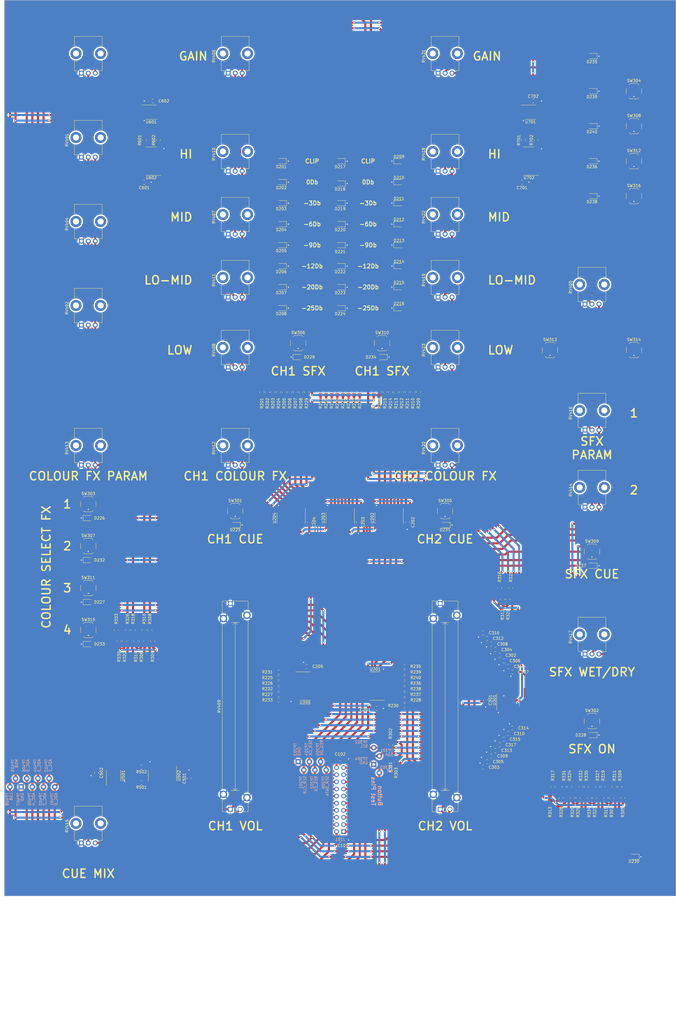
<source format=kicad_pcb>
(kicad_pcb (version 20221018) (generator pcbnew)
  (layers (0 "F.Cu" jumper) (31 "B.Cu" signal) (34 "B.Paste" user) (35 "F.Paste" user) (36 "B.SilkS" user "B.Silkscreen") (37 "F.SilkS" user "F.Silkscreen") (38 "B.Mask" user) (39 "F.Mask" user) (44 "Edge.Cuts" user))
  (net 0 "")
  (net 1 "VDD")
  (net 2 "GND")
  (net 3 "/Buttons/CUE_CH1_SEL")
  (net 4 "/Buttons/EFFECT ON")
  (net 5 "/Buttons/COLOUR_SEL_1")
  (net 6 "/Buttons/SPARE_3")
  (net 7 "/Buttons/CUE_CH2_SEL")
  (net 8 "/Buttons/EFFECT_ASSIGN_CH1")
  (net 9 "/Buttons/COLOUR_SEL_2")
  (net 10 "/Buttons/SPARE_4")
  (net 11 "/Buttons/CUE_EFFECT_SEL")
  (net 12 "/Buttons/EFFECT_ASSIGN_CH2")
  (net 13 "/Buttons/COLOUR_SEL_3")
  (net 14 "/Buttons/SPARE_5")
  (net 15 "/Buttons/SPARE_1")
  (net 16 "/Buttons/SPARE_2")
  (net 17 "/Buttons/COLOUR_SEL_4")
  (net 18 "/Buttons/SPARE_6")
  (net 19 "VDDA")
  (net 20 "/LEDs/CH1_clip")
  (net 21 "/LEDs/CH1_0db")
  (net 22 "/LEDs/CH1_3db")
  (net 23 "/LEDs/CH1_6db")
  (net 24 "/LEDs/CH1_9db")
  (net 25 "/LEDs/CH1_12db")
  (net 26 "/LEDs/CH1_20db")
  (net 27 "/LEDs/CH1_25db")
  (net 28 "/LEDs/CH2_clip")
  (net 29 "/LEDs/CH2_0db")
  (net 30 "/LEDs/CH2_3db")
  (net 31 "/LEDs/CH2_6db")
  (net 32 "/LEDs/CH2_9db")
  (net 33 "/LEDs/CH2_12db")
  (net 34 "/LEDs/CH2_20db")
  (net 35 "/LEDs/CH2_25db")
  (net 36 "/LEDs/Master_0db")
  (net 37 "/LEDs/Master_3db")
  (net 38 "/LEDs/Master_6db")
  (net 39 "/LEDs/Master_9db")
  (net 40 "/LEDs/Master_12db")
  (net 41 "/LEDs/Master_20db")
  (net 42 "/LEDs/Master_25db")
  (net 43 "/LEDs/CH1_CUE_Status")
  (net 44 "/LEDs/COL1_Sel_Status")
  (net 45 "/LEDs/COL3_Sel_Status")
  (net 46 "/LEDs/Effect_On_Status")
  (net 47 "/LEDs/Effect_CH1_Assign")
  (net 48 "/LEDs/MIDI_IN_INDICATOR")
  (net 49 "/LEDs/CH2_CUE_Status")
  (net 50 "/LEDs/COL2_Sel_Status")
  (net 51 "/LEDs/COL4_Sel_Status")
  (net 52 "/LEDs/Effect_CH2_Assign")
  (net 53 "/LEDs/SPARE_LED1")
  (net 54 "/LEDs/SPARE_LED5")
  (net 55 "/LEDs/SPARE_LED2")
  (net 56 "/LEDs/EFFECT_CUE_STATUS")
  (net 57 "/LEDs/SPARE_LED3")
  (net 58 "/LEDs/SPARE_LED4")
  (net 59 "/Potentiometers/ADC_0")
  (net 60 "/Potentiometers/ADC_1")
  (net 61 "/Potentiometers/ADC_2")
  (net 62 "/Potentiometers/ADC_3")
  (net 63 "/Potentiometers/ADC_4")
  (net 64 "/Potentiometers/ADC_5")
  (net 65 "/Buttons/button_interrupt")
  (net 66 "/register_OE")
  (net 67 "/register_CLK")
  (net 68 "/serial_CLR")
  (net 69 "/serial_CLK")
  (net 70 "/serial_data")
  (net 71 "/Buttons/I2C_SCL")
  (net 72 "/Buttons/I2C_SDA")
  (net 73 "/Potentiometers/lsb")
  (net 74 "/Potentiometers/msb")
  (net 75 "Net-(R308-Pad2)")
  (net 76 "Net-(R309-Pad2)")
  (net 77 "Net-(R310-Pad2)")
  (net 78 "Net-(R311-Pad2)")
  (net 79 "Net-(R316-Pad2)")
  (net 80 "Net-(R317-Pad2)")
  (net 81 "Net-(R318-Pad2)")
  (net 82 "Net-(R319-Pad2)")
  (net 83 "Net-(R324-Pad2)")
  (net 84 "Net-(R325-Pad2)")
  (net 85 "Net-(R326-Pad2)")
  (net 86 "Net-(R327-Pad2)")
  (net 87 "Net-(R331-Pad2)")
  (net 88 "Net-(R332-Pad2)")
  (net 89 "Net-(R333-Pad2)")
  (net 90 "Net-(R335-Pad2)")
  (net 91 "/Potentiometers/SPARE2")
  (net 92 "/Potentiometers/SPARE4")
  (net 93 "/Potentiometers/SPARE1")
  (net 94 "/Potentiometers/SPARE3")
  (net 95 "/Potentiometers/SPARE5")
  (net 96 "/Potentiometers/CH1_GAIN")
  (net 97 "/Potentiometers/CH1_MID")
  (net 98 "/Potentiometers/CH1_LOW")
  (net 99 "/Potentiometers/CH1_VOL")
  (net 100 "/Potentiometers/CH1_HI")
  (net 101 "/Potentiometers/CH1_LOW-MID")
  (net 102 "/Potentiometers/CH1_COLOUR")
  (net 103 "/Potentiometers/COLOUR_PARAM")
  (net 104 "/Potentiometers/EFFECT_PARAM_2")
  (net 105 "/Potentiometers/CUE_MIX")
  (net 106 "/Potentiometers/EFFECT_PARAM_1")
  (net 107 "/Potentiometers/EFFECT_WET_DRY")
  (net 108 "/Potentiometers/CH2_HI")
  (net 109 "/Potentiometers/CH2_LOW-MID")
  (net 110 "/Potentiometers/CH2_COLOUR")
  (net 111 "/Potentiometers/CH2_GAIN")
  (net 112 "/Potentiometers/CH2_MID")
  (net 113 "/Potentiometers/CH2_LOW")
  (net 114 "/Potentiometers/CH2_VOL")
  (net 115 "Net-(U201-QH')")
  (net 116 "Net-(U202-QH')")
  (net 117 "Net-(D201-A)")
  (net 118 "Net-(D202-A)")
  (net 119 "Net-(D203-A)")
  (net 120 "Net-(D204-A)")
  (net 121 "Net-(D205-A)")
  (net 122 "Net-(D206-A)")
  (net 123 "Net-(D207-A)")
  (net 124 "Net-(D208-A)")
  (net 125 "Net-(D209-A)")
  (net 126 "Net-(D210-A)")
  (net 127 "Net-(D211-A)")
  (net 128 "Net-(D212-A)")
  (net 129 "Net-(D213-A)")
  (net 130 "Net-(D214-A)")
  (net 131 "Net-(D215-A)")
  (net 132 "Net-(D216-A)")
  (net 133 "Net-(D217-A)")
  (net 134 "Net-(D218-A)")
  (net 135 "Net-(D219-A)")
  (net 136 "Net-(D220-A)")
  (net 137 "Net-(D221-A)")
  (net 138 "Net-(D222-A)")
  (net 139 "Net-(D223-A)")
  (net 140 "Net-(D224-A)")
  (net 141 "Net-(D225-A)")
  (net 142 "Net-(D226-A)")
  (net 143 "Net-(D227-A)")
  (net 144 "Net-(D228-A)")
  (net 145 "Net-(D229-A)")
  (net 146 "Net-(D231-A)")
  (net 147 "Net-(D232-A)")
  (net 148 "Net-(D233-A)")
  (net 149 "Net-(D234-A)")
  (net 150 "Net-(D235-A)")
  (net 151 "Net-(D236-A)")
  (net 152 "Net-(D237-A)")
  (net 153 "Net-(D238-A)")
  (net 154 "Net-(D239-A)")
  (net 155 "Net-(D240-A)")
  (net 156 "/LEDs/Master_clip")
  (net 157 "Net-(D230-A)")
  (net 158 "Net-(U502-X)")
  (net 159 "Net-(U501A-+)")
  (net 160 "Net-(U502-Y)")
  (net 161 "Net-(U501B-+)")
  (net 162 "Net-(U602-X)")
  (net 163 "Net-(U601A-+)")
  (net 164 "Net-(U602-Y)")
  (net 165 "Net-(U601B-+)")
  (net 166 "Net-(U702-X)")
  (net 167 "Net-(U701A-+)")
  (net 168 "Net-(U702-Y)")
  (net 169 "Net-(U701B-+)")
  (net 170 "Net-(U203-QH')")
  (net 171 "Net-(U204-QH')")
  (footprint "Button_Switch_SMD:SW_Push_1P1T_XKB_TS-1187A" (layer "F.Cu") (at 30 225)
    (fp_text reference "SW315")
    (fp_text value "~")
  )
  (footprint "Resistor_SMD:R_0805_2012Metric_Pad1.20x1.40mm_HandSolder" (layer "F.Cu") (at 106 140 -90)
    (fp_text reference "R208")
    (fp_text value "220R")
  )
  (footprint "Potentiometer_THT:Potentiometer_Bourns_PTV09A-1_Single_Vertical" (layer "F.Cu") (at 32.5 116.05 90)
    (fp_text reference "RV402")
    (fp_text value "10k/PTV09A-4020F-B103 ")
  )
  (footprint "Potentiometer_THT:Potentiometer_Bourns_PTV09A-1_Single_Vertical" (layer "F.Cu") (at 160 61.05 90)
    (fp_text reference "RV418")
    (fp_text value "10k/PTV09A-4220F-B103 ")
  )
  (footprint "Package_SO:SO-16_3.9x9.9mm_P1.27mm" (layer "F.Cu") (at 187.5 57.5 180)
    (fp_text reference "U702")
    (fp_text value "4052")
  )
  (footprint "Diode_SMD:D_0805_2012Metric_Pad1.15x1.40mm_HandSolder" (layer "F.Cu") (at 141.025 110)
    (fp_text reference "D216")
    (fp_text value "green")
  )
  (footprint "Potentiometer_THT:Potentiometer_Bourns_PTV09A-1_Single_Vertical" (layer "F.Cu") (at 212.5 233.55 90)
    (fp_text reference "RV417")
    (fp_text value "10k/PTV09A-4020F-B103 ")
  )
  (footprint "Package_SO:SO-16_3.9x9.9mm_P1.27mm" (layer "F.Cu") (at 137.5 185 -90)
    (fp_text reference "U202")
    (fp_text value "74HC595")
  )
  (footprint "Resistor_SMD:R_0805_2012Metric_Pad1.20x1.40mm_HandSolder" (layer "F.Cu") (at 178 214 90)
    (fp_text reference "R312")
    (fp_text value "10k")
  )
  (footprint "Resistor_SMD:R_0805_2012Metric_Pad1.20x1.40mm_HandSolder" (layer "F.Cu") (at 117 140 -90)
    (fp_text reference "R219")
    (fp_text value "220R")
  )
  (footprint "Resistor_SMD:R_0805_2012Metric_Pad1.20x1.40mm_HandSolder" (layer "F.Cu") (at 143 242 180)
    (fp_text reference "R240")
    (fp_text value "220R")
  )
  (footprint "Resistor_SMD:R_0805_2012Metric_Pad1.20x1.40mm_HandSolder" (layer "F.Cu") (at 102 140 -90)
    (fp_text reference "R206")
    (fp_text value "220R")
  )
  (footprint "Diode_SMD:D_0805_2012Metric_Pad1.15x1.40mm_HandSolder" (layer "F.Cu") (at 30 215)
    (fp_text reference "D227")
    (fp_text value "White")
  )
  (footprint "Resistor_SMD:R_0805_2012Metric_Pad1.20x1.40mm_HandSolder" (layer "F.Cu") (at 206 281 90)
    (fp_text reference "R332")
    (fp_text value "1k")
  )
  (footprint "Potentiometer_THT:Potentiometer_Bourns_PTV09A-1_Single_Vertical" (layer "F.Cu") (at 85 106.05 90)
    (fp_text reference "RV411")
    (fp_text value "10k/PTV09A-4220F-B103 ")
  )
  (footprint "Button_Switch_SMD:SW_Push_1P1T_XKB_TS-1187A" (layer "F.Cu") (at 30 210)
    (fp_text reference "SW311")
    (fp_text value "~")
  )
  (footprint "Diode_SMD:D_0805_2012Metric_Pad1.15x1.40mm_HandSolder" (layer "F.Cu") (at 30 185)
    (fp_text reference "D226")
    (fp_text value "White")
  )
  (footprint "Diode_SMD:D_0805_2012Metric_Pad1.15x1.40mm_HandSolder" (layer "F.Cu") (at 210 262.5 180)
    (fp_text reference "D228")
    (fp_text value "yellow")
  )
  (footprint "Capacitor_SMD:C_0805_2012Metric_Pad1.18x1.45mm_HandSolder" (layer "F.Cu") (at 108 238 180)
    (fp_text reference "C205")
    (fp_text value "100nF/50V")
  )
  (footprint "Resistor_SMD:R_0805_2012Metric_Pad1.20x1.40mm_HandSolder" (layer "F.Cu") (at 140 140 -90)
    (fp_text reference "R213")
    (fp_text value "220R")
  )
  (footprint "Capacitor_SMD:C_0805_2012Metric_Pad1.18x1.45mm_HandSolder" (layer "F.Cu") (at 66 278 90)
    (fp_text reference "C501")
    (fp_text value "100nF/50V")
  )
  (footprint "Resistor_SMD:R_0805_2012Metric_Pad1.20x1.40mm_HandSolder" (layer "F.Cu") (at 143 246 180)
    (fp_text reference "R238")
    (fp_text value "220R")
  )
  (footprint "Resistor_SMD:R_0805_2012Metric_Pad1.20x1.40mm_HandSolder" (layer "F.Cu") (at 215 285 90)
    (fp_text reference "R315")
    (fp_text value "10k")
  )
  (footprint "Capacitor_SMD:C_0805_2012Metric_Pad1.18x1.45mm_HandSolder" (layer "F.Cu") (at 175.5 232 180)
    (fp_text reference "C304")
    (fp_text value "100nF/50V")
  )
  (footprint "Resistor_SMD:R_0805_2012Metric_Pad1.20x1.40mm_HandSolder" (layer "F.Cu") (at 115 140 -90)
    (fp_text reference "R218")
    (fp_text value "220R")
  )
  (footprint "Resistor_SMD:R_0805_2012Metric_Pad1.20x1.40mm_HandSolder" (layer "F.Cu") (at 49 229 90)
    (fp_text reference "R306")
    (fp_text value "10k")
  )
  (footprint "Capacitor_SMD:C_0805_2012Metric_Pad1.18x1.45mm_HandSolder" (layer "F.Cu") (at 109 186.5 -90)
    (fp_text reference "C204")
    (fp_text value "100nF/50V")
  )
  (footprint "Package_SO:SO-16_3.9x9.9mm_P1.27mm" (layer "F.Cu") (at 56.5 277 -90)
    (fp_text reference "U502")
    (fp_text value "4052")
  )
  (footprint "Resistor_SMD:R_0805_2012Metric_Pad1.20x1.40mm_HandSolder" (layer "F.Cu") (at 40 225 90)
    (fp_text reference "R333")
    (fp_text value "1k")
  )
  (footprint "Resistor_SMD:R_0805_2012Metric_Pad1.20x1.40mm_HandSolder" (layer "F.Cu") (at 96 140 -90)
    (fp_text reference "R203")
    (fp_text value "220R")
  )
  (footprint "Resistor_SMD:R_0805_2012Metric_Pad1.20x1.40mm_HandSolder" (layer "F.Cu") (at 177 210 90)
    (fp_text reference "R316")
    (fp_text value "1k")
  )
  (footprint "Resistor_SMD:R_0805_2012Metric_Pad1.20x1.40mm_HandSolder" (layer "F.Cu") (at 134 140 -90)
    (fp_text reference "R216")
    (fp_text value "220R")
  )
  (footprint "Resistor_SMD:R_0805_2012Metric_Pad1.20x1.40mm_HandSolder" (layer "F.Cu") (at 217 285 90)
    (fp_text reference "R307")
    (fp_text value "10k")
  )
  (footprint "Diode_SMD:D_0805_2012Metric_Pad1.15x1.40mm_HandSolder" (layer "F.Cu") (at 98.975 95 180)
    (fp_text reference "D206")
    (fp_text value "green")
  )
  (footprint "Diode_SMD:D_0805_2012Metric_Pad1.15x1.40mm_HandSolder" (layer "F.Cu") (at 141.025 87.5)
    (fp_text reference "D213")
    (fp_text value "green")
  )
  (footprint "Capacitor_SMD:C_0805_2012Metric_Pad1.18x1.45mm_HandSolder" (layer "F.Cu") (at 172.5 228 180)
    (fp_text reference "C312")
    (fp_text value "100nF/50V")
  )
  (footprint "Capacitor_SMD:C_0805_2012Metric_Pad1.18x1.45mm_HandSolder" (layer "F.Cu") (at 177 234 180)
    (fp_text reference "C302")
    (fp_text value "100nF/50V")
  )
  (footprint "Resistor_SMD:R_0805_2012Metric_Pad1.20x1.40mm_HandSolder" (layer "F.Cu") (at 50 225 90)
    (fp_text reference "R310")
    (fp_text value "1k")
  )
  (footprint "Resistor_SMD:R_0805_2012Metric_Pad1.20x1.40mm_HandSolder" (layer "F.Cu") (at 212 281 90)
    (fp_text reference "R327")
    (fp_text value "1k")
  )
  (footprint "Diode_SMD:D_0805_2012Metric_Pad1.15x1.40mm_HandSolder" (layer "F.Cu") (at 120 87.5 180)
    (fp_text reference "D221")
    (fp_text value "green")
  )
  (footprint "Capacitor_SMD:C_0805_2012Metric_Pad1.18x1.45mm_HandSolder" (layer "F.Cu") (at 120 271)
    (fp_text reference "C102")
    (fp_text value "1uF/50V")
  )
  (footprint "Potentiometer_THT:Potentiometer_Bourns_PTV09A-1_Single_Vertical" (layer "F.Cu") (at 212.5 108.55 90)
    (fp_text reference "RV405")
    (fp_text value "10k/PTV09A-4020F-B103 ")
  )
  (footprint "Button_Switch_SMD:SW_Push_1P1T_XKB_TS-1187A" (layer "F.Cu") (at 105 122.5)
    (fp_text reference "SW306")
    (fp_text value "~")
  )
  (footprint "Capacitor_SMD:C_0805_2012Metric_Pad1.18x1.45mm_HandSolder" (layer "F.Cu") (at 171 274 180)
    (fp_text reference "C303")
    (fp_text value "100nF/50V")
  )
  (footprint "Resistor_SMD:R_0805_2012Metric_Pad1.20x1.40mm_HandSolder" (layer "F.Cu") (at 121 140 -90)
    (fp_text reference "R221")
    (fp_text value "220R")
  )
  (footprint "Diode_SMD:D_0805_2012Metric_Pad1.15x1.40mm_HandSolder" (layer "F.Cu") (at 210 70 180)
    (fp_text reference "D238")
    (fp_text value "yellow")
  )
  (footprint "Resistor_SMD:R_0805_2012Metric_Pad1.20x1.40mm_HandSolder" (layer "F.Cu") (at 98 242)
    (fp_text reference "R225")
    (fp_text value "220R")
  )
  (footprint "Resistor_SMD:R_0805_2012Metric_Pad1.20x1.40mm_HandSolder" (layer "F.Cu") (at 218 281 90)
    (fp_text reference "R311")
    (fp_text value "1k")
  )
  (footprint "Resistor_SMD:R_0805_2012Metric_Pad1.20x1.40mm_HandSolder" (layer "F.Cu") (at 221 285 90)
    (fp_text reference "R305")
    (fp_text value "10k")
  )
  (footprint "Capacitor_SMD:C_0805_2012Metric_Pad1.18x1.45mm_HandSolder" (layer "F.Cu") (at 171 226 180)
    (fp_text reference "C316")
    (fp_text value "100nF/50V")
  )
  (footprint "Potentiometer_THT:Potentiometer_Bourns_PTV09A-1_Single_Vertical" (layer "F.Cu") (at 160 166.05 90)
    (fp_text reference "RV420")
    (fp_text value "10k/PTV09A-4220F-B103 ")
  )
  (footprint "Diode_SMD:D_0805_2012Metric_Pad1.15x1.40mm_HandSolder" (layer "F.Cu") (at 141.025 65)
    (fp_text reference "D210")
    (fp_text value "yellow")
  )
  (footprint "Resistor_SMD:R_0805_2012Metric_Pad1.20x1.40mm_HandSolder" (layer "F.Cu") (at 49 274 180)
    (fp_text reference "R502")
    (fp_text value "22R")
  )
  (footprint "Resistor_SMD:R_0805_2012Metric_Pad1.20x1.40mm_HandSolder" (layer "F.Cu") (at 52 225 90)
    (fp_text reference "R308")
    (fp_text value "1k")
  )
  (footprint "Diode_SMD:D_0805_2012Metric_Pad1.15x1.40mm_HandSolder" (layer "F.Cu") (at 120 80 180)
    (fp_text reference "D220")
    (fp_text value "yellow")
  )
  (footprint "Potentiometer_THT:Potentiometer_Bourns_PTV09A-1_Single_Vertical" (layer "F.Cu") (at 32.5 86.05 90)
    (fp_text reference "RV404")
    (fp_text value "10k/PTV09A-4020F-B103 ")
  )
  (footprint "Potentiometer_THT:Potentiometer_Bourns_PTV09A-1_Single_Vertical" (layer "F.Cu") (at 160 106.05 90)
    (fp_text reference "RV419")
    (fp_text value "10k/PTV09A-4220F-B103 ")
  )
  (footprint "Capacitor_SMD:C_0805_2012Metric_Pad1.18x1.45mm_HandSolder" (layer "F.Cu") (at 50 65)
    (fp_text reference "C601")
    (fp_text value "100nF/50V")
  )
  (footprint "Diode_SMD:D_0805_2012Metric_Pad1.15x1.40mm_HandSolder" (layer "F.Cu") (at 210 32.5 180)
    (fp_text reference "D239")
    (fp_text value "White")
  )
  (footprint "Diode_SMD:D_0805_2012Metric_Pad1.15x1.40mm_HandSolder" (layer "F.Cu") (at 141.025 102.5)
    (fp_text reference "D215")
    (fp_text value "green")
  )
  (footprint "Package_SO:SOIC-8_3.9x4.9mm_P1.27mm" (layer "F.Cu") (at 188 40)
    (fp_text reference "U701")
    (fp_text value "NE5532")
  )
  (footprint "Potentiometer_THT:Potentiometer_Bourns_PTV09A-1_Single_Vertical" (layer "F.Cu") (at 85 83.55 90)
    (fp_text reference "RV407")
    (fp_text value "10k/PTV09A-4220F-B103 ")
  )
  (footprint "Resistor_SMD:R_0805_2012Metric_Pad1.20x1.40mm_HandSolder" (layer "F.Cu") (at 143 252)
    (fp_text reference "R230")
    (fp_text value "220R")
  )
  (footprint "Resistor_SMD:R_0805_2012Metric_Pad1.20x1.40mm_HandSolder" (layer "F.Cu") (at 220 281 90)
    (fp_text reference "R309")
    (fp_text value "1k")
  )
  (footprint "Package_SO:TSSOP-24_4.4x7.8mm_P0.65mm" (layer "F.Cu") (at 180 250 90)
    (fp_text reference "U301")
    (fp_text value "XL9535")
  )
  (footprint "Resistor_SMD:R_0805_2012Metric_Pad1.20x1.40mm_HandSolder" (layer "F.Cu") (at 140 272 -90)
    (fp_text reference "R303")
    (fp_text value "10k")
  )
  (footprint "Diode_SMD:D_0805_2012Metric_Pad1.15x1.40mm_HandSolder" (layer "F.Cu") (at 30 230)
    (fp_text reference "D233")
    (fp_text value "White")
  )
  (footprint "Button_Switch_SMD:SW_Push_1P1T_XKB_TS-1187A" (layer "F.Cu") (at 210 257.5)
    (fp_text reference "SW302")
    (fp_text value "~")
  )
  (footprint "Diode_SMD:D_0805_2012Metric_Pad1.15x1.40mm_HandSolder" (layer "F.Cu") (at 120 57.5 180)
    (fp_text reference "D217")
    (fp_text value "Red")
  )
  (footprint "Resistor_SMD:R_0805_2012Metric_Pad1.20x1.40mm_HandSolder" (layer "F.Cu") (at 209 285 90)
    (fp_text reference "R334")
    (fp_text value "10k")
  )
  (footprint "Potentiometer_THT:Potentiometer_Bourns_PTV09A-1_Single_Vertical" (layer "F.Cu") (at 160 26.05 90)
    (fp_text reference "RV421")
    (fp_text value "10k/PTV09A-4020F-B103 ")
  )
  (footprint "Package_SO:SO-16_3.9x9.9mm_P1.27mm" (layer "F.Cu") (at 107.5 245)
    (fp_text reference "U205")
    (fp_text value "74HC595")
  )
  (footprint "Resistor_SMD:R_0805_2012Metric_Pad1.20x1.40mm_HandSolder" (layer "F.Cu") (at 125 140 -90)
    (fp_text reference "R223")
    (fp_text value "220R")
  )
  (footprint "Resistor_SMD:R_0805_2012Metric_Pad1.20x1.40mm_HandSolder" (layer "F.Cu") (at 98 248)
    (fp_text reference "R227")
    (fp_text value "1k5")
  )
  (footprint "Resistor_SMD:R_0805_2012Metric_Pad1.20x1.40mm_HandSolder" (layer "F.Cu") (at 144 140 -90)
    (fp_text reference "R211")
    (fp_text value "220R")
  )
  (footprint "Resistor_SMD:R_0805_2012Metric_Pad1.20x1.40mm_HandSolder" (layer "F.Cu") (at 142 140 -90)
    (fp_text reference "R212")
    (fp_text value "220R")
  )
  (footprint "Resistor_SMD:R_0805_2012Metric_Pad1.20x1.40mm_HandSolder" (layer "F.Cu") (at 98 250)
    (fp_text reference "R233")
    (fp_text value "1k5")
  )
  (footprint "Resistor_SMD:R_0805_2012Metric_Pad1.20x1.40mm_HandSolder" (layer "F.Cu") (at 47 229 90)
    (fp_text reference "R314")
    (fp_text value "10k")
  )
  (footprint "Resistor_SMD:R_0805_2012Metric_Pad1.20x1.40mm_HandSolder" (layer "F.Cu") (at 123 140 -90)
    (fp_text reference "R222")
    (fp_text value "220R")
  )
  (footprint "Resistor_SMD:R_0805_2012Metric_Pad1.20x1.40mm_HandSolder" (layer "F.Cu") (at 104 140 -90)
    (fp_text reference "R207")
    (fp_text value "220R")
  )
  (footprint "Resistor_SMD:R_0805_2012Metric_Pad1.20x1.40mm_HandSolder" (layer "F.Cu") (at 98 244)
    (fp_text reference "R226")
    (fp_text value "1k5")
  )
  (footprint "Resistor_SMD:R_0805_2012Metric_Pad1.20x1.40mm_HandSolder" (layer "F.Cu") (at 190 50 90)
    (fp_text reference "R702")
    (fp_text value "22R")
  )
  (footprint "Capacitor_SMD:C_0805_2012Metric_Pad1.18x1.45mm_HandSolder" (layer "F.Cu") (at 181.5 240 180)
    (fp_text reference "C307")
    (fp_text value "100nF/50V")
  )
  (footprint "Diode_SMD:D_0805_2012Metric_Pad1.15x1.40mm_HandSolder" (layer "F.Cu") (at 141.025 57.5)
    (fp_text reference "D209")
    (fp_text value "Red")
  )
  (footprint "Potentiometer_THT:Potentiometer_Bourns_PTV09A-1_Single_Vertical" (layer "F.Cu") (at 160 131.05 90)
    (fp_text reference "RV423")
    (fp_text value "10k/PTV09A-4220F-B103 ")
  )
  (footprint "Capacitor_SMD:C_0805_2012Metric_Pad1.18x1.45mm_HandSolder" (layer "F.Cu") (at 185 65)
    (fp_text reference "C701")
    (fp_text value "100nF/50V")
  )
  (footprint "Resistor_SMD:R_0805_2012Metric_Pad1.20x1.40mm_HandSolder" (layer "F.Cu") (at 148 140 -90)
    (fp_text reference "R209")
    (fp_text value "220R")
  )
  (footprint "Diode_SMD:D_0805_2012Metric_Pad1.15x1.40mm_HandSolder" (layer "F.Cu") (at 30 200)
    (fp_text reference "D232")
    (fp_text value "White")
  )
  (footprint "Resistor_SMD:R_0805_2012Metric_Pad1.20x1.40mm_HandSolder" (layer "F.Cu") (at 100 140 -90)
    (fp_text reference "R205")
    (fp_text value "220R")
  )
  (footprint "Resistor_SMD:R_0805_2012Metric_Pad1.20x1.40mm_HandSolder" (layer "F.Cu") (at 119 140 -90)
    (fp_text reference "R220")
    (fp_text value "220R")
  )
  (footprint "Capacitor_SMD:C_0805_2012Metric_Pad1.18x1.45mm_HandSolder" (layer "F.Cu") (at 174 270 180)
    (fp_text reference "C309")
    (fp_text value "100nF/50V")
  )
  (footprint "Resistor_SMD:R_0805_2012Metric_Pad1.20x1.40mm_HandSolder" (layer "F.Cu") (at 53 229 90)
    (fp_text reference "R304")
    (fp_text value "10k")
  )
  (footprint "Package_SO:SOIC-8_3.9x4.9mm_P1.27mm" (layer "F.Cu") (at 52.5 40)
    (fp_text reference "U601")
    (fp_text value "NE5532")
  )
  (footprint "Diode_SMD:D_0805_2012Metric_Pad1.15x1.40mm_HandSolder" (layer "F.Cu") (at 120 65.5 180)
    (fp_text reference "D218")
    (fp_text value "yellow")
  )
  (footprint "Capacitor_SMD:C_0805_2012Metric_Pad1.18x1.45mm_HandSolder" (layer "F.Cu") (at 178.5 264 180)
    (fp_text reference "C315")
    (fp_text value "100nF/50V")
  )
  (footprint "Button_Switch_SMD:SW_Push_1P1T_XKB_TS-1187A" (layer "F.Cu") (at 225 57.5)
    (fp_text reference "SW312")
    (fp_text value "~")
  )
  (footprint "Diode_SMD:D_0805_2012Metric_Pad1.15x1.40mm_HandSolder" (layer "F.Cu") (at 105 127.5)
    (fp_text reference "D229")
    (fp_text value "green")
  )
  (footprint "Resistor_SMD:R_0805_2012Metric_Pad1.20x1.40mm_HandSolder" (layer "F.Cu") (at 202 281 90)
    (fp_text reference "R324")
    (fp_text value "1k")
  )
  (footprint "Resistor_SMD:R_0805_2012Metric_Pad1.20x1.40mm_HandSolder" (layer "F.Cu") (at 113 140 -90)
    (fp_text reference "R217")
    (fp_text value "220R")
  )
  (footprint "Package_SO:SO-16_3.9x9.9mm_P1.27mm" (layer "F.Cu") (at 132.5 245 180)
    (fp_text reference "U201")
    (fp_text value "74HC595")
  )
  (footprint "Diode_SMD:D_0805_2012Metric_Pad1.15x1.40mm_HandSolder" (layer "F.Cu") (at 210 202 180)
    (fp_text reference "D237")
    (fp_text value "yellow")
  )
  (footprint "Button_Switch_SMD:SW_Push_1P1T_XKB_TS-1187A" (layer "F.Cu") (at 195 125)
    (fp_text reference "SW313")
    (fp_text value "~")
  )
  (footprint "Resistor_SMD:R_0805_2012Metric_Pad1.20x1.40mm_HandSolder" (layer "F.Cu") (at 138 266 -90)
    (fp_text reference "R302")
    (fp_text value "5k1")
  )
  (footprint "Capacitor_SMD:C_0805_2012Metric_Pad1.18x1.45mm_HandSolder" (layer "F.Cu") (at 180 262 180)
    (fp_text reference "C310")
    (fp_text value "100nF/50V")
  )
  (footprint "Diode_SMD:D_0805_2012Metric_Pad1.15x1.40mm_HandSolder" (layer "F.Cu") (at 98.975 65 180)
    (fp_text reference "D202")
    (fp_text value "yellow")
  )
  (footprint "Button_Switch_SMD:SW_Push_1P1T_XKB_TS-1187A" (layer "F.Cu") (at 225 32.5)
    (fp_text reference "SW304")
    (fp_text value "~")
  )
  (footprint "Potentiometer_THT:Potentiometer_Bourns_PTV09A-1_Single_Vertical" (layer "F.Cu") (at 212.5 181.05 90)
    (fp_text reference "RV414")
    (fp_text value "10k/PTV09A-4020F-B103 ")
  )
  (footprint "Resistor_SMD:R_0805_2012Metric_Pad1.20x1.40mm_HandSolder" (layer "F.Cu") (at 185.5 50 90)
    (fp_text reference "R701")
    (fp_text value "22R")
  )
  (footprint "Diode_SMD:D_0805_2012Metric_Pad1.15x1.40mm_HandSolder" (layer "F.Cu") (at 141.025 80)
    (fp_text reference "D212")
    (fp_text value "yellow")
  )
  (footprint "Resistor_SMD:R_0805_2012Metric_Pad1.20x1.40mm_HandSolder" (layer "F.Cu") (at 195 285 90)
    (fp_text reference "R313")
    (fp_text value "10k")
  )
  (footprint "Resistor_SMD:R_0805_2012Metric_Pad1.20x1.40mm_HandSolder" (layer "F.Cu") (at 43 229 90)
    (fp_text reference "R322")
    (fp_text value "10k")
  )
  (footprint "Capacitor_SMD:C_0805_2012Metric_Pad1.18x1.45mm_HandSolder" (layer "F.Cu") (at 174 230 180)
    (fp_text reference "C308")
    (fp_text value "100nF/50V")
  )
  (footprint "Resistor_SMD:R_0805_2012Metric_Pad1.20x1.40mm_HandSolder" (layer "F.Cu") (at 180 214 90)
    (fp_text reference "R321")
    (fp_text value "10k")
  )
  (footprint "Button_Switch_SMD:SW_Push_1P1T_XKB_TS-1187A" (layer "F.Cu") (at 30 195)
    (fp_text reference "SW307")
    (fp_text value "~")
  )
  (footprint "Capacitor_SMD:C_0805_2012Metric_Pad1.18x1.45mm_HandSolder" (layer "F.Cu") (at 126.5 186.5 -90)
    (fp_text reference "C203")
    (fp_text value "100nF/50V")
  )
  (footprint "Diode_SMD:D_0805_2012Metric_Pad1.15x1.40mm_HandSolder" (layer "F.Cu") (at 98.975 57.5 180)
    (fp_text reference "D201")
    (fp_text value "Red")
  )
  (footprint "Resistor_SMD:R_0805_2012Metric_Pad1.20x1.40mm_HandSolder" (layer "F.Cu") (at 44 225 90)
    (fp_text reference "R326")
    (fp_text value "1k")
  )
  (footprint "Resistor_SMD:R_0805_2012Metric_Pad1.20x1.40mm_HandSolder" (layer "F.Cu") (at 143 248 180)
    (fp_text reference "R237")
    (fp_text value "220R")
  )
  (footprint "Resistor_SMD:R_0805_2012Metric_Pad1.20x1.40mm_HandSolder" (layer "F.Cu") (at 143 250 180)
    (fp_text reference "R228")
    (fp_text value "220R")
  )
  (footprint "Resistor_SMD:R_0805_2012Metric_Pad1.20x1.40mm_HandSolder" (layer "F.Cu") (at 49 279.5 180)
    (fp_text reference "R501")
    (fp_text value "22R")
  )
  (footprint "Resistor_SMD:R_0805_2012Metric_Pad1.20x1.40mm_HandSolder" (layer "F.Cu") (at 138 140 -90)
    (fp_text reference "R214")
    (fp_text value "220R")
  )
  (footprint "Capacitor_SMD:C_0805_2012Metric_Pad1.18x1.45mm_HandSolder" (layer "F.Cu") (at 133 253)
    (fp_text reference "C201")
    (fp_text value "100nF/50V")
  )
  (footprint "Package_SO:SOIC-8_3.9x4.9mm_P1.27mm" (layer "F.Cu") (at 39 277 90)
    (fp_text reference "U501")
    (fp_text value "NE5532")
  )
  (footprint "Capacitor_SMD:C_0805_2012Metric_Pad1.18x1.45mm_HandSolder" (layer "F.Cu") (at 33 276 -90)
    (fp_text reference "C502")
    (fp_text value "100nF/50V")
  )
  (footprint "Button_Switch_SMD:SW_Push_1P1T_XKB_TS-1187A" (layer "F.Cu") (at 157.5 182.5)
    (fp_text reference "SW305")
    (fp_text value "~")
  )
  (footprint "Diode_SMD:D_0805_2012Metric_Pad1.15x1.40mm_HandSolder" (layer "F.Cu") (at 98.975 87.5 180)
    (fp_text reference "D205")
    (fp_text value "green")
  )
  (footprint "Button_Switch_SMD:SW_Push_1P1T_XKB_TS-1187A" (layer "F.Cu") (at 30 180)
    (fp_text reference "SW303")
    (fp_text value "~")
  )
  (footprint "Resistor_SMD:R_0805_2012Metric_Pad1.20x1.40mm_HandSolder" (layer "F.Cu") (at 50 50 90)
    (fp_text reference "R601")
    (fp_text value "22R")
  )
  (footprint "Capacitor_SMD:C_0805_2012Metric_Pad1.18x1.45mm_HandSolder" (layer "F.Cu") (at 178.5 236 180)
    (fp_text reference "C306")
    (fp_text value "100nF/50V")
  )
  (footprint "Diode_SMD:D_0805_2012Metric_Pad1.15x1.40mm_HandSolder" (layer "F.Cu") (at 120 110 180)
    (fp_text reference "D224")
    (fp_text value "green")
  )
  (footprint "Capacitor_SMD:C_0805_2012Metric_Pad1.18x1.45mm_HandSolder" (layer "F.Cu") (at 172.5 272 180)
    (fp_text reference "C305")
    (fp_text value "100nF/50V")
  )
  (footprint "Resistor_SMD:R_0805_2012Metric_Pad1.20x1.40mm_HandSolder" (layer "F.Cu") (at 94 140 -90)
    (fp_text reference "R202")
    (fp_text value "220R")
  )
  (footprint "Diode_SMD:D_0805_2012Metric_Pad1.15x1.40mm_HandSolder" (layer "F.Cu") (at 98.975 110 180)
    (fp_text reference "D208")
    (fp_text value "green")
  )
  (footprint "Package_SO:SO-16_3.9x9.9mm_P1.27mm" (layer "F.Cu") (at 102.5 185 -90)
    (fp_text reference "U204")
    (fp_text value "74HC595")
  )
  (footprint "Diode_SMD:D_0805_2012Metric_Pad1.15x1.40mm_HandSolder" (layer "F.Cu") (at 98.975 102.5 180)
    (fp_text reference "D207")
    (fp_text value "green")
  )
  (footprint "Button_Switch_SMD:SW_Push_1P1T_XKB_TS-1187A" (layer "F.Cu") (at 225 70)
    (fp_text reference "SW316")
    (fp_text value "~")
  )
  (footprint "Potentiometer_THT:Potentiometer_Bourns_PTV09A-1_Single_Vertical" (layer "F.Cu") (at 85 61.05 90)
    (fp_text reference "RV410")
    (fp_text value "10k/PTV09A-4220F-B103 ")
  )
  (footprint "Resistor_SMD:R_0805_2012Metric_Pad1.20x1.40mm_HandSolder" (layer "F.Cu") (at 98 240)
    (fp_text reference "R231")
    (fp_text value "220R")
  )
  (footprint "Capacitor_SMD:C_0805_2012Metric_Pad1.18x1.45mm_HandSolder" (layer "F.Cu") (at 172 250 -90)
    (fp_text reference "C301")
    (fp_text value "100nF/50V")
  )
  (footprint "Resistor_SMD:R_0805_2012Metric_Pad1.20x1.40mm_HandSolder" (layer "F.Cu") (at 208 281 90)
    (fp_text reference "R335")
    (fp_text value "1k")
  )
  (footprint "Potentiometer_THT:Potentiometer_Bourns_PTV09A-1_Single_Vertical" (layer "F.Cu") (at 32.5 166.05 90)
    (fp_text reference "RV413")
    (fp_text value "10k/PTV09A-4020F-B103 ")
  )
  (footprint "Diode_SMD:D_0805_2012Metric_Pad1.15x1.40mm_HandSolder" (layer "F.Cu") (at 210 45 180)
    (fp_text reference "D240")
    (fp_text value "Red")
  )
  (footprint "Resistor_SMD:R_0805_2012Metric_Pad1.20x1.40mm_HandSolder" (layer "F.Cu") (at 143 244 180)
    (fp_text reference "R236")
    (fp_text value "220R")
  )
  (footprint "Resistor_SMD:R_0805_2012Metric_Pad1.20x1.40mm_HandSolder" (layer "F.Cu") (at 98 140 -90)
    (fp_text reference "R204")
    (fp_text value "220R")
  )
  (footprint "Diode_SMD:D_0805_2012Metric_Pad1.15x1.40mm_HandSolder" (layer "F.Cu") (at 135 127.5 180)
    (fp_text reference "D234")
    (fp_text value "green")
  )
  (footprint "Potentiometer_THT:Potentiometer_Bourns_PTV09A-1_Single_Vertical" (layer "F.Cu") (at 212.5 153.55 90)
    (fp_text reference "RV416")
    (fp_text value "10k/PTV09A-4020F-B103 ")
  )
  (footprint "Resistor_SMD:R_0805_2012Metric_Pad1.20x1.40mm_HandSolder" (layer "F.Cu") (at 143 238 180)
    (fp_text reference "R235")
    (fp_text value "220R")
  )
  (footprint "Potentiometer_THT:Potentiometer_Bourns_PTV09A-1_Single_Vertical" (layer "F.Cu") (at 85 131.05 90)
    (fp_text reference "RV408")
    (fp_text value "10k/PTV09A-4220F-B103 ")
  )
  (footprint "Potentiometer_THT:Potentiometer_Bourns_PTV09A-1_Single_Vertical" (layer "F.Cu") (at 32.5 56.05 90)
    (fp_text reference "RV401")
    (fp_text value "10k/PTV09A-4020F-B103 ")
  )
  (footprint "Diode_SMD:D_0805_2012Metric_Pad1.15x1.40mm_HandSolder" (layer "F.Cu") (at 98.975 72.5 180)
    (fp_text reference "D203")
    (fp_text value "yellow")
  )
  (footprint "Capacitor_SMD:C_0805_2012Metric_Pad1.18x1.45mm_HandSolder" (layer "F.Cu") (at 120 300)
    (fp_text reference "C101")
    (fp_text value "1uF/50V")
  )
  (footprint "Diode_SMD:D_0805_2012Metric_Pad1.15x1.40mm_HandSolder" (layer "F.Cu") (at 82.5 187.5 180)
    (fp_text reference "D225")
    (fp_text value "yellow")
  )
  (footprint "Resistor_SMD:R_0805_2012Metric_Pad1.20x1.40mm_HandSolder" (layer "F.Cu") (at 138 270 90)
    (fp_text reference "R301")
    (fp_text value "5k1")
  )
  (footprint "Resistor_SMD:R_0805_2012Metric_Pad1.20x1.40mm_HandSolder" (layer "F.Cu") (at 196 281 90)
    (fp_text reference "R317")
    (fp_text value "1k")
  )
  (footprint "Diode_SMD:D_0805_2012Metric_Pad1.15x1.40mm_HandSolder" (layer "F.Cu") (at 120 72.5 180)
    (fp_text reference "D219")
    (fp_text value "yellow")
  )
  (footprint "Capacitor_SMD:C_0805_2012Metric_Pad1.18x1.45mm_HandSolder" (layer "F.Cu") (at 175.5 268 180)
    (fp_text reference "C313")
    (fp_text value "100nF/50V")
  )
  (footprint "Button_Switch_SMD:SW_Push_1P1T_XKB_TS-1187A" (layer "F.Cu") (at 135 122.5)
    (fp_text reference "SW310")
    (fp_text value "~")
  )
  (footprint "Resistor_SMD:R_0805_2012Metric_Pad1.20x1.40mm_HandSolder" (layer "F.Cu") (at 132 140 -90)
    (fp_text reference "R234")
    (fp_text value "220R")
  )
  (footprint "Button_Switch_SMD:SW_Push_1P1T_XKB_TS-1187A" (layer "F.Cu") (at 82.5 182.5)
    (fp_text reference "SW301")
    (fp_text value "~")
  )
  (footprint "Resistor_SMD:R_0805_2012Metric_Pad1.20x1.40mm_HandSolder" (layer "F.Cu") (at 205 285 90)
    (fp_text reference "R329")
    (fp_text value "10k")
  )
  (footprint "Button_Switch_SMD:SW_Push_1P1T_XKB_TS-1187A" (layer "F.Cu") (at 225 125)
    (fp_text reference "SW314")
    (fp_text value "~")
  )
  (footprint "Potentiometer_THT:Potentiometer_Bourns_PTV09A-1_Single_Vertical" (layer "F.Cu") (at 32.5 26.05 90)
    (fp_text reference "RV403" hide)
    (fp_text value "10k/PTV09A-4020F-B103 ")
  )
  (footprint "Potentiometer_THT:Potentiometer_Bourns_PTV09A-1_Single_Vertical" (layer "F.Cu") (at 85 166.05 90)
    (fp_text reference "RV412")
    (fp_text value "10k/PTV09A-4220F-B103 ")
  )
  (footprint "Capacitor_SMD:C_0805_2012Metric_Pad1.18x1.45mm_HandSolder" (layer "F.Cu") (at 189 36)
    (fp_text reference "C702")
    (fp_text value "100nF/50V")
  )
  (footprint "Resistor_SMD:R_0805_2012Metric_Pad1.20x1.40mm_HandSolder" (layer "F.Cu") (at 127 140 -90)
    (fp_text reference "R224")
    (fp_text value "220R")
  )
  (footprint "Capacitor_SMD:C_0805_2012Metric_Pad1.18x1.45mm_HandSolder" (layer "F.Cu") (at 53 36 180)
    (fp_text reference "C602")
    (fp_text value "100nF/50V")
  )
  (footprint "Resistor_SMD:R_0805_2012Metric_Pad1.20x1.40mm_HandSolder" (layer "F.Cu") (at 143 240 180)
    (fp_text reference "R239")
    (fp_text value "1k5")
  )
  (footprint "Potentiometer_THT:Potentiometer_Bourns_PTA6043_Single_Slide" (layer "F.Cu") (at 80.75 289.02 90)
    (fp_text reference "RV409")
    (fp_text value "10k/ PTA6043-2015DPB103 ")
  )
  (footprint "Diode_SMD:D_0805_2012Metric_Pad1.15x1.40mm_HandSolder" (layer "F.Cu") (at 210 57.5 180)
    (fp_text reference "D236")
    (fp_text value "green")
  )
  (footprint "Capacitor_SMD:C_0805_2012Metric_Pad1.18x1.45mm_HandSolder" (layer "F.Cu") (at 144 186.5 -90)
    (fp_text reference "C202")
    (fp_text value "100nF/50V")
  )
  (footprint "Resistor_SMD:R_0805_2012Metric_Pad1.20x1.40mm_HandSolder" (layer "F.Cu") (at 46 225 90)
    (fp_text reference "R318")
    (fp_text value "1k")
  )
  (footprint "Resistor_SMD:R_0805_2012Metric_Pad1.20x1.40mm_HandSolder" (layer "F.Cu") (at 55 50 90)
    (fp_text reference "R602")
    (fp_text value "22R")
  )
  (footprint "Capacitor_SMD:C_0805_2012Metric_Pad1.18x1.45mm_HandSolder" (layer "F.Cu") (at 181.5 260 180)
    (fp_text reference "C314")
    (fp_text value "100nF/50V")
  )
  (footprint "Resistor_SMD:R_0805_2012Metric_Pad1.20x1.40mm_HandSolder" (layer "F.Cu") (at 136 140 -90)
    (fp_text reference "R215")
    (fp_text value "220R")
  )
  (footprint "Diode_SMD:D_0805_2012Metric_Pad1.15x1.40mm_HandSolder" (layer "F.Cu") (at 225 306 180)
    (fp_text reference "D230")
    (fp_text value "green")
  )
  (footprint "Resistor_SMD:R_0805_2012Metric_Pad1.20x1.40mm_HandSolder" (layer "F.Cu") (at 146 140 -90)
    (fp_text reference "R210")
    (fp_text value "220R")
  )
  (footprint "Resistor_SMD:R_0805_2012Metric_Pad1.20x1.40mm_HandSolder" (layer "F.Cu") (at 181 210 90)
    (fp_text reference "R325")
    (fp_text value "1k")
  )
  (footprint "Resistor_SMD:R_0805_2012Metric_Pad1.20x1.40mm_HandSolder" (layer "F.Cu") (at 98 246)
    (fp_text reference "R232")
    (fp_text value "1k5")
  )
  (footprint "Diode_SMD:D_0805_2012Metric_Pad1.15x1.40mm_HandSolder" (layer "F.Cu") (at 157.5 187.5 180)
    (fp_text reference "D231")
    (fp_text value "yellow")
  )
  (footprint "Diode_SMD:D_0805_2012Metric_Pad1.15x1.40mm_HandSolder" (layer "F.Cu") (at 141.025 95)
    (fp_text reference "D214")
    (fp_text value "green")
  )
  (footprint "Resistor_SMD:R_0805_2012Metric_Pad1.20x1.40mm_HandSolder" (layer "F.Cu") (at 92 140 -90)
    (fp_text reference "R201")
    (fp_text value "220R")
  )
  (footprint "Diode_SMD:D_0805_2012Metric_Pad1.15x1.40mm_HandSolder" (layer "F.Cu") (at 120 102.5 180)
    (fp_text reference "D223")
    (fp_text value "green")
  )
  (footprint "Potentiometer_THT:Potentiometer_Bourns_PTA6043_Single_Slide" (layer "F.Cu") (at 155.75 289.02 90)
    (fp_text reference "RV424" hide)
    (fp_text value "10k/ PTA6043-2015DPB103 ")
  )
  (footprint "Potentiometer_THT:Potentiometer_Bourns_PTV09A-1_Single_Vertical" (layer "F.Cu") (at 85 26.05 90)
    (fp_text reference "RV406")
    (fp_text value "10k/PTV09A-4020F-B103 ")
  )
  (footprint "Resistor_SMD:R_0805_2012Metric_Pad1.20x1.40mm_HandSolder" (layer "F.Cu") (at 203 285 90)
    (fp_text reference "R320")
    (fp_text value "10k")
  )
  (footprint "Capacitor_SMD:C_0805_2012Metric_Pad1.18x1.45mm_HandSolder" (layer "F.Cu") (at 180 238 180)
    (fp_text reference "C311")
    (fp_text value "100nF/50V")
  )
  (footprint "Potentiometer_THT:Potentiometer_Bourns_PTV09A-1_Single_Vertical" (layer "F.Cu") (at 160 83.55 90)
    (fp_text reference "RV422")
    (fp_text value "10k/PTV09A-4220F-B103 ")
  )
  (footprint "Capacitor_SMD:C_0805_2012Metric_Pad1.18x1.45mm_HandSolder" (layer "F.Cu") (at 177 266 180)
    (fp_text reference "C317")
    (fp_text value "100nF/50V")
  )
  (footprint "Button_Switch_SMD:SW_Push_1P1T_XKB_TS-1187A" (layer "F.Cu") (at 210 197)
    (fp_text reference "SW309")
    (fp_text value "~")
  )
  (footprint "Diode_SMD:D_0805_2012Metric_Pad1.15x1.40mm_HandSolder" (layer "F.Cu") (at 98.975 80 180)
    (fp_text reference "D204")
    (fp_text value "yellow")
  )
  (footprint "Package_SO:SO-16_3.9x9.9mm_P1.27mm" (layer "F.Cu") (at 120 185 -90)
    (fp_text reference "U203")
    (fp_text value "74HC595")
  )
  (footprint "Resistor_SMD:R_0805_2012Metric_Pad1.20x1.40mm_HandSolder" (layer "F.Cu") (at 200 281 90)
    (fp_text reference "R331")
    (fp_text value "1k")
  )
  (footprint "Button_Switch_SMD:SW_Push_1P1T_XKB_TS-1187A" (layer "F.Cu") (at 225 45)
    (fp_text reference "SW308")
    (fp_text value "~")
  )
  (footprint "Resistor_SMD:R_0805_2012Metric_Pad1.20x1.40mm_HandSolder" (layer "F.Cu") (at 41 229 90)
    (fp_text reference "R330")
    (fp_text value "10k")
  )
  (footprint "Potentiometer_THT:Potentiometer_Bourns_PTV09A-1_Single_Vertical" (layer "F.Cu") (at 32.5 301.05 90)
    (fp_text reference "RV415")
    (fp_text value "10k/PTV09A-4020F-B103 ")
  )
  (footprint "Resistor_SMD:R_0805_2012Metric_Pad1.20x1.40mm_HandSolder" (layer "F.Cu") (at 211 285 90)
    (fp_text reference "R323")
    (fp_text value "10k")
  )
  (footprint "Resistor_SMD:R_0805_2012Metric_Pad1.20x1.40mm_HandSolder" (layer "F.Cu") (at 108 140 90)
    (fp_text reference "R229")
    (fp_text value "220R")
  )
  (footprint "Resistor_SMD:R_0805_2012Metric_Pad1.20x1.40mm_HandSolder" (layer "F.Cu") (at 214 281 90)
    (fp_text reference "R319")
    (fp_text value "1k")
  )
  (footprint "Diode_SMD:D_0805_2012Metric_Pad1.15x1.40mm_HandSolder" (layer "F.Cu") (at 120 95 180)
    (fp_text reference "D222")
    (fp_text value "green")
  )
  (footprint "Diode_SMD:D_0805_2012Metric_Pad1.15x1.40mm_HandSolder" (layer "F.Cu") (at 141.025 72.5)
    (fp_text reference "D211")
    (fp_text value "yellow")
  )
  (footprint "Package_SO:SO-16_3.9x9.9mm_P1.27mm" (layer "F.Cu") (at 52.5 57.5 180)
    (fp_text reference "U602")
    (fp_text value "4052")
  )
  (footprint "Diode_SMD:D_0805_2012Metric_Pad1.15x1.40mm_HandSolder" (layer "F.Cu") (at 210 20 180)
    (fp_text reference "D235")
    (fp_text value "green")
  )
  (footprint "Resistor_SMD:R_0805_2012Metric_Pad1.20x1.40mm_HandSolder" (layer "F.Cu") (at 199 285 90)
    (fp_text reference "R328")
    (fp_text value "10k")
  )
  (footprint "TestPoint:TestPoint_Keystone_5000-5004_Miniature" (layer "B.Cu") (at 113 272 180)
    (fp_text reference "TP205")
    (fp_text value "TestPoint")
  )
  (footprint "TestPoint:TestPoint_Keystone_5000-5004_Miniature" (layer "B.Cu") (at 115 275 180)
    (fp_text reference "TP206")
    (fp_text value "TestPoint")
  )
  (footprint "TestPoint:TestPoint_Keystone_5000-5004_Miniature" (layer "B.Cu") (at 14 281 180)
    (fp_text reference "TP403")
    (fp_text value "TestPoint")
  )
  (footprint "TestPoint:TestPoint_Keystone_5000-5004_Miniature" (layer "B.Cu") (at 4 278 180)
    (fp_text reference "TP409")
    (fp_text value "TestPoint")
  )
  (footprint "TestPoint:TestPoint_Keystone_5000-5004_Miniature" (layer "B.Cu") (at 132 267 180)
    (fp_text reference "TP302")
    (fp_text value "TestPoint")
  )
  (footprint "TestPoint:TestPoint_Keystone_5000-5004_Miniature" (layer "B.Cu") (at 105 272 180)
    (fp_text reference "TP203")
    (fp_text value "TestPoint")
  )
  (footprint "TestPoint:TestPoint_Keystone_5000-5004_Miniature" (layer "B.Cu") (at 6 281 180)
    (fp_text reference "TP407")
    (fp_text value "TestPoint")
  )
  (footprint "Connector_PinSocket_2.54mm:PinSocket_2x10_P2.54mm_Vertical" (layer "B.Cu") (at 121.25 297)
    (fp_text reference "J101")
    (fp_text value "Conn_02x10_Counter_Clockwise")
  )
  (footprint "TestPoint:TestPoint_Keystone_5000-5004_Miniature" (layer "B.Cu") (at 12 278 180)
    (fp_text reference "TP404")
    (fp_text value "TestPoint")
  )
  (footprint "TestPoint:TestPoint_Keystone_5000-5004_Miniature" (layer "B.Cu") (at 111 275 180)
    (fp_text reference "TP202")
    (fp_text value "TestPoint")
  )
  (footprint "TestPoint:TestPoint_Keystone_5000-5004_Miniature" (layer "B.Cu") (at 16 278 180)
    (fp_text reference "TP402")
    (fp_text value "TestPoint")
  )
  (footprint "TestPoint:TestPoint_Keystone_5000-5004_Miniature" (layer "B.Cu") (at 107 275 180)
    (fp_text reference "TP201")
    (fp_text value "TestPoint")
  )
  (footprint "TestPoint:TestPoint_Keystone_5000-5004_Miniature" (layer "B.Cu") (at 10 281 180)
    (fp_text reference "TP405")
    (fp_text value "TestPoint")
  )
  (footprint "TestPoint:TestPoint_Keystone_5000-5004_Miniature" (layer "B.Cu") (at 18 281 180)
    (fp_text reference "TP401")
    (fp_text value "TestPoint")
  )
  (footprint "TestPoint:TestPoint_Keystone_5000-5004_Miniature" (layer "B.Cu") (at 134 276 180)
    (fp_text reference "TP303")
    (fp_text value "TestPoint")
  )
  (footprint "TestPoint:TestPoint_Keystone_5000-5004_Miniature" (layer "B.Cu") (at 134 270 180)
    (fp_text reference "TP301")
    (fp_text value "TestPoint")
  )
  (footprint "TestPoint:TestPoint_Keystone_5000-5004_Miniature" (layer "B.Cu") (at 8 278 180)
    (fp_text reference "TP406")
    (fp_text value "TestPoint")
  )
  (footprint "TestPoint:TestPoint_Keystone_5000-5004_Miniature" (layer "B.Cu") (at 2 281 180)
    (fp_text reference "TP408")
    (fp_text value "TestPoint")
  )
  (footprint "TestPoint:TestPoint_Keystone_5000-5004_Miniature" (layer "B.Cu") (at 132 273 180)
    (fp_text reference "TP304")
    (fp_text value "TestPoint")
  )
  (footprint "TestPoint:TestPoint_Keystone_5000-5004_Miniature" (layer "B.Cu") (at 109 272 180)
    (fp_text reference "TP204")
    (fp_text value "TestPoint")
  )
  (gr_line (start 0 0) (end 240 0) (stroke (width 0.1)) (layer "Edge.Cuts"))
  (gr_line (start 240 320) (end 240 0) (stroke (width 0.1)) (layer "Edge.Cuts"))
  (gr_line (start 0 320) (end 0 0) (stroke (width 0.1)) (layer "Edge.Cuts"))
  (gr_line (start 240 320) (end 0 320) (stroke (width 0.1)) (layer "Edge.Cuts"))
  (gr_text "GND" (at 7 283 90) (layer "B.SilkS") (effects (font (size 1 1)) (justify left bottom mirror)))
  (gr_text "LSB" (at 3 283 90) (layer "B.SilkS") (effects (font (size 1 1)) (justify left bottom mirror)))
  (gr_text "INT" (at 139 276) (layer "B.SilkS") (effects (font (size 1 1)) (justify left bottom mirror)))
  (gr_text "GND" (at 106 270 90) (layer "B.SilkS") (effects (font (size 1 1)) (justify right bottom mirror)))
  (gr_text "ADC_3" (at 13 271 90) (layer "B.SilkS") (effects (font (size 1 1)) (justify left bottom mirror)))
  (gr_text "ADC_0" (at 19 283 90) (layer "B.SilkS") (effects (font (size 1 1)) (justify left bottom mirror)))
  (gr_text "ADC_2" (at 15 283 90) (layer "B.SilkS") (effects (font (size 1 1)) (justify left bottom mirror)))
  (gr_text "REG_CK" (at 112 277 90) (layer "B.SilkS") (effects (font (size 1 1)) (justify left bottom mirror)))
  (gr_text "SER_CK" (at 110 270 90) (layer "B.SilkS") (effects (font (size 1 1)) (justify right bottom mirror)))
  (gr_text "ADC_4" (at 11 283 90) (layer "B.SilkS") (effects (font (size 1 1)) (justify left bottom mirror)))
  (gr_text "SDA" (at 139 270) (layer "B.SilkS") (effects (font (size 1 1)) (justify left bottom mirror)))
  (gr_text "ADC_1" (at 17 271 90) (layer "B.SilkS") (effects (font (size 1 1)) (justify left bottom mirror)))
  (gr_text "GND" (at 130 273) (layer "B.SilkS") (effects (font (size 1 1)) (justify left bottom mirror)))
  (gr_text "ADC_5" (at 9 271 90) (layer "B.SilkS") (effects (font (size 1 1)) (justify left bottom mirror)))
  (gr_text "SER_CLR" (at 108 277 90) (layer "B.SilkS") (effects (font (size 1 1)) (justify left bottom mirror)))
  (gr_text "SCL" (at 130 267) (layer "B.SilkS") (effects (font (size 1 1)) (justify left bottom mirror)))
  (gr_text "REG_OE" (at 114 270 90) (layer "B.SilkS") (effects (font (size 1 1)) (justify right bottom mirror)))
  (gr_text "Button\nTest Pins" (at 131 288 -90) (layer "B.SilkS") (effects (font (size 1.5 1.5) (thickness 0.3) bold) (justify left bottom mirror)))
  (gr_text "SER_DATA" (at 116 277 90) (layer "B.SilkS") (effects (font (size 1 1)) (justify left bottom mirror)))
  (gr_text "MSB" (at 5 271 90) (layer "B.SilkS") (effects (font (size 1 1)) (justify left bottom mirror)))
  (gr_text "0Db" (at 130 65) (layer "F.SilkS") (effects (font (size 1.5 1.5) (thickness 0.3) bold)))
  (gr_text "SFX WET/DRY" (at 210 240) (layer "F.SilkS") (effects (font (size 3 3) (thickness 0.5) bold)))
  (gr_text "SFX ON" (at 210 267.5) (layer "F.SilkS") (effects (font (size 3 3) (thickness 0.5) bold)))
  (gr_text locked "CH2 CUE" (at 157.5 192.5) (layer "F.SilkS") (effects (font (size 3 3) (thickness 0.5) bold)))
  (gr_text "CH1 SFX" (at 105 132.5) (layer "F.SilkS") (effects (font (size 3 3) (thickness 0.5) bold)))
  (gr_text "1" (at 22.5 180) (layer "F.SilkS") (effects (font (size 3 3) (thickness 0.5) bold)))
  (gr_text "CH1 VOL\n" (at 82.5 295) (layer "F.SilkS") (effects (font (size 3 3) (thickness 0.5) bold)))
  (gr_text "CLIP" (at 130 57.5) (layer "F.SilkS") (effects (font (size 1.5 1.5) (thickness 0.3) bold)))
  (gr_text "-9Db" (at 110 87.5) (layer "F.SilkS") (effects (font (size 1.5 1.5) (thickness 0.3) bold)))
  (gr_text "LO-MID" (at 172.5 100) (layer "F.SilkS") (effects (font (size 3 3) (thickness 0.5) bold) (justify left)))
  (gr_text "LOW" (at 67.5 125) (layer "F.SilkS") (effects (font (size 3 3) (thickness 0.5) bold) (justify right)))
  (gr_text "SFX\nPARAM\n" (at 210 160) (layer "F.SilkS") (effects (font (size 3 3) (thickness 0.5) bold)))
  (gr_text "COLOUR SELECT FX" (at 15 202.5 90) (layer "F.SilkS") (effects (font (size 3 3) (thickness 0.5) bold)))
  (gr_text "0Db" (at 110 65) (layer "F.SilkS") (effects (font (size 1.5 1.5) (thickness 0.3) bold)))
  (gr_text "-25Db" (at 130 110) (layer "F.SilkS") (effects (font (size 1.5 1.5) (thickness 0.3) bold)))
  (gr_text "CH1 COLOUR FX" (at 82.5 170) (layer "F.SilkS") (effects (font (size 3 3) (thickness 0.5) bold)))
  (gr_text "SFX CUE" (at 210 205) (layer "F.SilkS") (effects (font (size 3 3) (thickness 0.5) bold)))
  (gr_text "-9Db" (at 130 87.5) (layer "F.SilkS") (effects (font (size 1.5 1.5) (thickness 0.3) bold)))
  (gr_text "-20Db" (at 110 102.5) (layer "F.SilkS") (effects (font (size 1.5 1.5) (thickness 0.3) bold)))
  (gr_text "LOW" (at 172.5 125) (layer "F.SilkS") (effects (font (size 3 3) (thickness 0.5) bold) (justify left)))
  (gr_text "1" (at 225 147.5) (layer "F.SilkS") (effects (font (size 3 3) (thickness 0.5) bold)))
  (gr_text "-25Db" (at 110 110) (layer "F.SilkS") (effects (font (size 1.5 1.5) (thickness 0.3) bold)))
  (gr_text "-3Db" (at 110 72.5) (layer "F.SilkS") (effects (font (size 1.5 1.5) (thickness 0.3) bold)))
  (gr_text "2" (at 22.5 195) (layer "F.SilkS") (effects (font (size 3 3) (thickness 0.5) bold)))
  (gr_text "LO-MID" (at 67.5 100) (layer "F.SilkS") (effects (font (size 3 3) (thickness 0.5) bold) (justify right)))
  (gr_text "MID" (at 67.5 77.5) (layer "F.SilkS") (effects (font (size 3 3) (thickness 0.5) bold) (justify right)))
  (gr_text "GAIN" (at 67.5 20) (layer "F.SilkS") (effects (font (size 3 3) (thickness 0.5) bold)))
  (gr_text "HI" (at 172.5 55) (layer "F.SilkS") (effects (font (size 3 3) (thickness 0.5) bold) (justify left)))
  (gr_text "CH1 SFX" (at 135 132.5) (layer "F.SilkS") (effects (font (size 3 3) (thickness 0.5) bold)))
  (gr_text "CH1 CUE" (at 82.5 192.5) (layer "F.SilkS") (effects (font (size 3 3) (thickness 0.5) bold)))
  (gr_text "COLOUR FX PARAM" (at 30 170) (layer "F.SilkS") (effects (font (size 3 3) (thickness 0.5) bold)))
  (gr_text "CLIP" (at 110 57.5) (layer "F.SilkS") (effects (font (size 1.5 1.5) (thickness 0.3) bold)))
  (gr_text "-12Db" (at 130 95) (layer "F.SilkS") (effects (font (size 1.5 1.5) (thickness 0.3) bold)))
  (gr_text "3" (at 22.5 210) (layer "F.SilkS") (effects (font (size 3 3) (thickness 0.5) bold)))
  (gr_text "CH2 VOL" (at 157.5 295) (layer "F.SilkS") (effects (font (size 3 3) (thickness 0.5) bold)))
  (gr_text "GAIN" (at 172.5 20) (layer "F.SilkS") (effects (font (size 3 3) (thickness 0.5) bold)))
  (gr_text "4" (at 22.5 225) (layer "F.SilkS") (effects (font (size 3 3) (thickness 0.5) bold)))
  (gr_text "MID" (at 172.5 77.5) (layer "F.SilkS") (effects (font (size 3 3) (thickness 0.5) bold) (justify left)))
  (gr_text "CUE MIX" (at 30 312) (layer "F.SilkS") (effects (font (size 3 3) (thickness 0.5) bold)))
  (gr_text "-6Db" (at 110 80) (layer "F.SilkS") (effects (font (size 1.5 1.5) (thickness 0.3) bold)))
  (gr_text "-12Db" (at 110 95) (layer "F.SilkS") (effects (font (size 1.5 1.5) (thickness 0.3) bold)))
  (gr_text "CH2 COLOUR FX" (at 157.5 170) (layer "F.SilkS") (effects (font (size 3 3) (thickness 0.5) bold)))
  (gr_text "HI" (at 67.5 55) (layer "F.SilkS") (effects (font (size 3 3) (thickness 0.5) bold) (justify right)))
  (gr_text "-6Db" (at 130 80) (layer "F.SilkS") (effects (font (size 1.5 1.5) (thickness 0.3) bold)))
  (gr_text "-20Db" (at 130 102.5) (layer "F.SilkS") (effects (font (size 1.5 1.5) (thickness 0.3) bold)))
  (gr_text "-3Db" (at 130 72.5) (layer "F.SilkS") (effects (font (size 1.5 1.5) (thickness 0.3) bold)))
  (gr_text "2" (at 225 175) (layer "F.SilkS") (effects (font (size 3 3) (thickness 0.5) bold)))
  (segment (start 127.5 179) (end 127.5 184.4625) (width 0.762) (layer "F.Cu") (net 1))
  (segment (start 180 215) (end 180 216) (width 0.762) (layer "F.Cu") (net 1))
  (segment (start 126.5 185.4625) (end 129 182.9625) (width 0.762) (layer "F.Cu") (net 1))
  (segment (start 118.71 274.14) (end 118.71 271.2525) (width 0.762) (layer "F.Cu") (net 1))
  (segment (start 127.5 184.4625) (end 126.5 185.4625) (width 0.762) (layer "F.Cu") (net 1))
  (segment (start 109 252) (end 104.04 252) (width 0.762) (layer "F.Cu") (net 1))
  (segment (start 126 265) (end 124.9625 265) (width 0.762) (layer "F.Cu") (net 1))
  (segment (start 183.5 236.5) (end 185 238) (width 0.762) (layer "F.Cu") (net 1))
  (segment (start 106.945 187.5175) (end 109 185.4625) (width 0.762) (layer "F.Cu") (net 1))
  (segment (start 176 250) (end 174.9625 248.9625) (width 0.762) (layer "F.Cu") (net 1))
  (segment (start 110.075 240.555) (end 110.075 239.0375) (width 0.762) (layer "F.Cu") (net 1))
  (segment (start 103.96 252) (end 72 252) (width 0.762) (layer "F.Cu") (net 1))
  (segment (start 47 230) (end 47 231) (width 0.762) (layer "F.Cu") (net 1))
  (segment (start 141.945 187.5175) (end 144 185.4625) (width 0.762) (layer "F.Cu") (net 1))
  (segment (start 197.5 286) (end 197 286.5) (width 0.762) (layer "F.Cu") (net 1))
  (segment (start 205 286) (end 205 286.5) (width 0.762) (layer "F.Cu") (net 1))
  (segment (start 131.9625 253) (end 131 253) (width 0.762) (layer "F.Cu") (net 1))
  (segment (start 107.5 250.5) (end 109 252) (width 0.762) (layer "F.Cu") (net 1))
  (segment (start 53 231) (end 54 232) (width 0.762) (layer "F.Cu") (net 1))
  (segment (start 183.5 217) (end 183.5 236.5) (width 0.762) (layer "F.Cu") (net 1))
  (segment (start 163 183) (end 146.4625 183) (width 0.762) (layer "F.Cu") (net 1))
  (segment (start 47 231) (end 48 232) (width 0.762) (layer "F.Cu") (net 1))
  (segment (start 217 286.5) (end 216 287.5) (width 0.762) (layer "F.Cu") (net 1))
  (segment (start 221 286) (end 221 287.5) (width 0.762) (layer "F.Cu") (net 1))
  (segment (start 72 252) (end 65 245) (width 0.762) (layer "F.Cu") (net 1))
  (segment (start 203 286) (end 203 286.5) (width 0.762) (layer "F.Cu") (net 1))
  (segment (start 170 190) (end 163 183) (width 0.762) (layer "F.Cu") (net 1))
  (segment (start 184.41 269.63671) (end 184.41 250.663891) (width 0.762) (layer "F.Cu") (net 1))
  (segment (start 199 286) (end 197.5 286) (width 0.762) (layer "F.Cu") (net 1))
  (segment (start 138 265) (end 126 265) (width 0.762) (layer "F.Cu") (net 1))
  (segment (start 118 252) (end 109 252) (width 0.762) (layer "F.Cu") (net 1))
  (segment (start 203 286.5) (end 204 287.5) (width 0.762) (layer "F.Cu") (net 1))
  (segment (start 109.0375 238) (end 109.0375 238.4625) (width 0.762) (layer "F.Cu") (net 1))
  (segment (start 124.445 187.5175) (end 124.445 187.575) (width 0.762) (layer "F.Cu") (net 1))
  (segment (start 131.9625 253) (end 131.9625 251.4825) (width 0.762) (layer "F.Cu") (net 1))
  (segment (start 164 260) (end 164 251) (width 0.762) (layer "F.Cu") (net 1))
  (segment (start 172.3625 247.1375) (end 172 247.5) (width 0.254) (layer "F.Cu") (net 1))
  (segment (start 183.746109 250) (end 176 250) (width 0.762) (layer "F.Cu") (net 1))
  (segment (start 124.9625 265) (end 118.71 271.2525) (width 0.762) (layer "F.Cu") (net 1))
  (segment (start 129 180) (end 130 179) (width 0.762) (layer "F.Cu") (net 1))
  (segment (start 211 286) (end 211 286.5) (width 0.762) (layer "F.Cu") (net 1))
  (segment (start 130 252) (end 130 260) (width 0.762) (layer "F.Cu") (net 1))
  (segment (start 126.5 185.4625) (end 124.445 187.5175) (width 0.762) (layer "F.Cu") (net 1))
  (segment (start 184.41 250.663891) (end 183.746109 250) (width 0.762) (layer "F.Cu") (net 1))
  (segment (start 174.9625 248.9625) (end 172 248.9625) (width 0.762) (layer "F.Cu") (net 1))
  (segment (start 172 247.5) (end 172 248.9625) (width 0.254) (layer "F.Cu") (net 1))
  (segment (start 191 277.04671) (end 184 270.04671) (width 0.762) (layer "F.Cu") (net 1))
  (segment (start 217 286) (end 217 286.5) (width 0.762) (layer "F.Cu") (net 1))
  (segment (start 170 250.9625) (end 172 248.9625) (width 0.762) (layer "F.Cu") (net 1))
  (segment (start 193 285) (end 191 283) (width 0.762) (layer "F.Cu") (net 1))
  (segment (start 175 207) (end 178 204) (width 0.762) (layer "F.Cu") (net 1))
  (segment (start 148 265) (end 159 265) (width 0.762) (layer "F.Cu") (net 1))
  (segment (start 138 271) (end 140 271) (width 0.762) (layer "F.Cu") (net 1))
  (segment (start 191 283) (end 191 277.04671) (width 0.762) (layer "F.Cu") (net 1))
  (segment (start 215 286) (end 215 286.5) (width 0.762) (layer "F.Cu") (net 1))
  (segment (start 111.5 180) (end 112.5 179) (width 0.762) (layer "F.Cu") (net 1))
  (segment (start 112.5 179) (end 115.5 179) (width 0.762) (layer "F.Cu") (net 1))
  (segment (start 111.5 182.9625) (end 111.5 180) (width 0.762) (layer "F.Cu") (net 1))
  (segment (start 48 232) (end 49 231) (width 0.762) (layer "F.Cu") (net 1))
  (segment (start 209 286) (end 209 286.5) (width 0.762) (layer "F.Cu") (net 1))
  (segment (start 170 251) (end 170 250.9625) (width 0.762) (layer "F.Cu") (net 1))
  (segment (start 109.0375 238.4625) (end 107.5 240) (width 0.762) (layer "F.Cu") (net 1))
  (segment (start 215 286.5) (end 216 287.5) (width 0.762) (layer "F.Cu") (net 1))
  (segment (start 49 231) (end 49 230) (width 0.762) (layer "F.Cu") (net 1))
  (segment (start 211 286.5) (end 210 287.5) (width 0.762) (layer "F.Cu") (net 1))
  (segment (start 175 215) (end 175 207) (width 0.762) (layer "F.Cu") (net 1))
  (segment (start 42 232) (end 43 231) (width 0.762) (layer "F.Cu") (net 1))
  (segment (start 140 271) (end 142 269) (width 0.762) (layer "F.Cu") (net 1))
  (segment (start 41 230) (end 41 231) (width 0.762) (layer "F.Cu") (net 1))
  (segment (start 130 260) (end 125 265) (width 0.762) (layer "F.Cu") (net 1))
  (segment (start 159 265) (end 164 260) (width 0.762) (layer "F.Cu") (net 1))
  (segment (start 180 216) (end 179 217) (width 0.762) (layer "F.Cu") (net 1))
  (segment (start 106.945 187.575) (end 106.945 187.5175) (width 0.762) (layer "F.Cu") (net 1))
  (segment (start 178 215) (end 178 216) (width 0.762) (layer "F.Cu") (net 1))
  (segment (start 178 216) (end 179 217) (width 0.762) (layer "F.Cu") (net 1))
  (segment (start 58 245) (end 54 241) (width 0.762) (layer "F.Cu") (net 1))
  (segment (start 107.5 240) (end 107.5 250.5) (width 0.762) (layer "F.Cu") (net 1))
  (segment (start 54 241) (end 54 232) (width 0.762) (layer "F.Cu") (net 1))
  (segment (start 205 286.5) (end 204 287.5) (width 0.762) (layer "F.Cu") (net 1))
  (segment (start 145 179) (end 145 184.4625) (width 0.762) (layer "F.Cu") (net 1))
  (segment (start 142 269) (end 142 266) (width 0.762) (layer "F.Cu") (net 1))
  (segment (start 184 270.04671) (end 184.41 269.63671) (width 0.762) (layer "F.Cu") (net 1))
  (segment (start 209 286.5) (end 210 287.5) (width 0.762) (layer "F.Cu") (net 1))
  (segment (start 131.9625 251.4825) (end 129.925 249.445) (width 0.762) (layer "F.Cu") (net 1))
  (segment (start 129 182.9625) (end 129 180) (width 0.762) (layer "F.Cu") (net 1))
  (segment (start 43 231) (end 43 230) (width 0.762) (layer "F.Cu") (net 1))
  (segment (start 146.4625 183) (end 145 184.4625) (width 0.762) (layer "F.Cu") (net 1))
  (segment (start 142 266) (end 141 265) (width 0.762) (layer "F.Cu") (net 1))
  (segment (start 195 286) (end 196.5 286) (width 0.762) (layer "F.Cu") (net 1))
  (segment (start 130 179) (end 133 179) (width 0.762) (layer "F.Cu") (net 1))
  (segment (start 53 230) (end 53 231) (width 0.762) (layer "F.Cu") (net 1))
  (segment (start 145 184.4625) (end 144 185.4625) (width 0.762) (layer "F.Cu") (net 1))
  (segment (start 141.945 187.575) (end 141.945 187.5175) (width 0.762) (layer "F.Cu") (net 1))
  (segment (start 110.075 239.0375) (end 109.0375 238) (width 0.762) (layer "F.Cu") (net 1))
  (segment (start 196.5 286) (end 197 286.5) (width 0.762) (layer "F.Cu") (net 1))
  (segment (start 176.425 247.1375) (end 172.3625 247.1375) (width 0.254) (layer "F.Cu") (net 1))
  (segment (start 131 253) (end 130 252) (width 0.762) (layer "F.Cu") (net 1))
  (segment (start 141 265) (end 138 265) (width 0.762) (layer "F.Cu") (net 1))
  (segment (start 125 265) (end 124.9625 265) (width 0.762) (layer "F.Cu") (net 1))
  (segment (start 109 185.4625) (end 111.5 182.9625) (width 0.762) (layer "F.Cu") (net 1))
  (segment (start 65 245) (end 58 245) (width 0.762) (layer "F.Cu") (net 1))
  (segment (start 41 231) (end 42 232) (width 0.762) (layer "F.Cu") (net 1))
  (segment (start 118.71 271.2525) (end 118.9625 271) (width 0.762) (layer "F.Cu") (net 1))
  (via (at 175 215) (size 0.8) (drill 0.4) (layers "F.Cu" "B.Cu") (net 1))
  (via (at 216 287.5) (size 0.8) (drill 0.4) (layers "F.Cu" "B.Cu") (net 1))
  (via (at 148 265) (size 0.8) (drill 0.4) (layers "F.Cu" "B.Cu") (net 1))
  (via (at 127.5 179) (size 0.8) (drill 0.4) (layers "F.Cu" "B.Cu") (net 1))
  (via (at 118 252) (size 0.8) (drill 0.4) (layers "F.Cu" "B.Cu") (net 1))
  (via (at 54 232) (size 0.8) (drill 0.4) (layers "F.Cu" "B.Cu") (net 1))
  (via (at 185 238) (size 0.8) (drill 0.4) (layers "F.Cu" "B.Cu") (net 1))
  (via (at 164 251) (size 0.8) (drill 0.4) (layers "F.Cu" "B.Cu") (net 1))
  (via (at 170 251) (size 0.8) (drill 0.4) (layers "F.Cu" "B.Cu") (net 1))
  (via (at 141 265) (size 0.8) (drill 0.4) (layers "F.Cu" "B.Cu") (net 1))
  (via (at 115.5 179) (size 0.8) (drill 0.4) (layers "F.Cu" "B.Cu") (net 1))
  (via (at 210 287.5) (size 0.8) (drill 0.4) (layers "F.Cu" "B.Cu") (net 1))
  (via (at 221 287.5) (size 0.8) (drill 0.4) (layers "F.Cu" "B.Cu") (net 1))
  (via (at 145 179) (size 0.8) (drill 0.4) (layers "F.Cu" "B.Cu") (net 1))
  (via (at 130 252) (size 0.8) (drill 0.4) (layers "F.Cu" "B.Cu") (net 1))
  (via (at 183.746109 250) (size 0.8) (drill 0.4) (layers "F.Cu" "B.Cu") (net 1))
  (via (at 170 190) (size 0.8) (drill 0.4) (layers "F.Cu" "B.Cu") (net 1))
  (via (at 204 287.5) (size 0.8) (drill 0.4) (layers "F.Cu" "B.Cu") (net 1))
  (via (at 183.5 217) (size 0.8) (drill 0.4) (layers "F.Cu" "B.Cu") (net 1))
  (via (at 42 232) (size 0.8) (drill 0.4) (layers "F.Cu" "B.Cu") (net 1))
  (via (at 197 286.5) (size 0.8) (drill 0.4) (layers "F.Cu" "B.Cu") (net 1))
  (via (at 48 232) (size 0.8) (drill 0.4) (layers "F.Cu" "B.Cu") (net 1))
  (via (at 179 217) (size 0.8) (drill 0.4) (layers "F.Cu" "B.Cu") (net 1))
  (via (at 193 285) (size 0.8) (drill 0.4) (layers "F.Cu" "B.Cu") (net 1))
  (via (at 178 204) (size 0.8) (drill 0.4) (layers "F.Cu" "B.Cu") (net 1))
  (via (at 133 179) (size 0.8) (drill 0.4) (layers "F.Cu" "B.Cu") (net 1))
  (segment (start 216 287.5) (end 221 287.5) (width 0.762) (layer "B.Cu") (net 1))
  (segment (start 54 232) (end 48 232) (width 0.762) (layer "B.Cu") (net 1))
  (segment (start 141 265) (end 148 265) (width 0.762) (layer "B.Cu") (net 1))
  (segment (start 210 287.5) (end 216 287.5) (width 0.762) (layer "B.Cu") (net 1))
  (segment (start 195.5 285) (end 197 286.5) (width 0.762) (layer "B.Cu") (net 1))
  (segment (start 177 217) (end 175 215) (width 0.762) (layer "B.Cu") (net 1))
  (segment (start 179 217) (end 177 217) (width 0.762) (layer "B.Cu") (net 1))
  (segment (start 115.5 179) (end 127.5 179) (width 0.762) (layer "B.Cu") (net 1))
  (segment (start 164 251) (end 170 251) (width 0.762) (layer "B.Cu") (net 1))
  (segment (start 185 238) (end 185 248.746109) (width 0.762) (layer "B.Cu") (net 1))
  (segment (start 204 287.5) (end 210 287.5) (width 0.762) (layer "B.Cu") (net 1))
  (segment (start 130 252) (end 118 252) (width 0.762) (layer "B.Cu") (net 1))
  (segment (start 204 287.5) (end 198 287.5) (width 0.762) (layer "B.Cu") (net 1))
  (segment (start 178 198) (end 178 204) (width 0.762) (layer "B.Cu") (net 1))
  (segment (start 48 232) (end 42 232) (width 0.762) (layer "B.Cu") (net 1))
  (segment (start 170 190) (end 178 198) (width 0.762) (layer "B.Cu") (net 1))
  (segment (start 198 287.5) (end 197 286.5) (width 0.762) (layer "B.Cu") (net 1))
  (segment (start 185 248.746109) (end 183.746109 250) (width 0.762) (layer "B.Cu") (net 1))
  (segment (start 133 179) (end 145 179) (width 0.762) (layer "B.Cu") (net 1))
  (segment (start 193 285) (end 195.5 285) (width 0.762) (layer "B.Cu") (net 1))
  (segment (start 179 217) (end 183.5 217) (width 0.762) (layer "B.Cu") (net 1))
  (segment (start 178.375 248.375) (end 178.5 248.5) (width 0.254) (layer "F.Cu") (net 2))
  (segment (start 42.525 279.475) (end 43 279) (width 0.762) (layer "F.Cu") (net 2))
  (segment (start 31.0375 277.0375) (end 31 277) (width 0.762) (layer "F.Cu") (net 2))
  (segment (start 33 181.875) (end 27 181.875) (width 0.762) (layer "F.Cu") (net 2))
  (segment (start 175.9625 234) (end 175.9625 234.73999) (width 0.254) (layer "F.Cu") (net 2))
  (segment (start 169.9625 227.0375) (end 169.5 227.5) (width 0.254) (layer "F.Cu") (net 2))
  (segment (start 79.5 184.375) (end 85.5 184.375) (width 0.762) (layer "F.Cu") (net 2))
  (segment (start 191.945 53.055) (end 190.075 53.055) (width 0.762) (layer "F.Cu") (net 2))
  (segment (start 178.9625 260.9625) (end 178.5 260.5) (width 0.254) (layer "F.Cu") (net 2))
  (segment (start 207 259.375) (end 213 259.375) (width 0.762) (layer "F.Cu") (net 2))
  (segment (start 50.025 42.975) (end 50 43) (width 0.762) (layer "F.Cu") (net 2))
  (segment (start 115.555 180.555) (end 115.5 180.5) (width 0.762) (layer "F.Cu") (net 2))
  (segment (start 171.4625 271.4625) (end 170.5 270.5) (width 0.254) (layer "F.Cu") (net 2))
  (segment (start 185.5 43) (end 185.525 42.975) (width 0.762) (layer "F.Cu") (net 2))
  (segment (start 211 57.5) (end 212.5 57.5) (width 0.762) (layer "F.Cu") (net 2))
  (segment (start 180.4625 240.9625) (end 181 241.5) (width 0.254) (layer "F.Cu") (net 2))
  (segment (start 106.9625 236.5375) (end 106.9625 238) (width 0.762) (layer "F.Cu") (net 2))
  (segment (start 140 95) (end 138.5 95) (width 0.762) (layer "F.Cu") (net 2))
  (segment (start 121 72.5) (end 122.5 72.5) (width 0.762) (layer "F.Cu") (net 2))
  (segment (start 29 200) (end 27.5 200) (width 0.762) (layer "F.Cu") (net 2))
  (segment (start 140 110) (end 138.5 110) (width 0.762) (layer "F.Cu") (net 2))
  (segment (start 100 87.5) (end 101.5 87.5) (width 0.762) (layer "F.Cu") (net 2))
  (segment (start 55.13 53) (end 55.075 53.055) (width 0.762) (layer "F.Cu") (net 2))
  (segment (start 177.4625 236) (end 177.4625 236.73999) (width 0.254) (layer "F.Cu") (net 2))
  (segment (start 175.9625 265.20953) (end 175.352457 264.599487) (width 0.254) (layer "F.Cu") (net 2))
  (segment (start 54.595 274.425) (end 53.325 274.425) (width 0.762) (layer "F.Cu") (net 2))
  (segment (start 100 80) (end 101.5 80) (width 0.762) (layer "F.Cu") (net 2))
  (segment (start 100 65) (end 101.5 65) (width 0.762) (layer "F.Cu") (net 2))
  (segment (start 222 46.875) (end 228 46.875) (width 0.762) (layer "F.Cu") (net 2))
  (segment (start 174.4625 268) (end 174.4625 267.26001) (width 0.254) (layer "F.Cu") (net 2))
  (segment (start 172.9625 230) (end 172.9625 230.3185) (width 0.254) (layer "F.Cu") (net 2))
  (segment (start 55.075 53.055) (end 55.075 54.325) (width 0.762) (layer "F.Cu") (net 2))
  (segment (start 172.9625 269.26001) (end 172.301846 268.599356) (width 0.254) (layer "F.Cu") (net 2))
  (segment (start 100 72.5) (end 101.5 72.5) (width 0.762) (layer "F.Cu") (net 2))
  (segment (start 171.4625 272) (end 171.4625 271.4625) (width 0.254) (layer "F.Cu") (net 2))
  (segment (start 190.075 54.325) (end 190.075 53.055) (width 0.762) (layer "F.Cu") (net 2))
  (segment (start 121 87.5) (end 122.5 87.5) (width 0.762) (layer "F.Cu") (net 2))
  (segment (start 100 95) (end 101.5 95) (width 0.762) (layer "F.Cu") (net 2))
  (segment (start 121 110) (end 122.5 110) (width 0.762) (layer "F.Cu") (net 2))
  (segment (start 140 72.5) (end 138.5 72.5) (width 0.762) (layer "F.Cu") (net 2))
  (segment (start 115.555 182.425) (end 115.555 180.555) (width 0.762) (layer "F.Cu") (net 2))
  (segment (start 28 230) (end 28.975 230) (width 0.762) (layer "F.Cu") (net 2))
  (segment (start 52.055 272.055) (end 52.055 274.425) (width 0.762) (layer "F.Cu") (net 2))
  (segment (start 180.4625 258.5375) (end 180.5 258.5) (width 0.254) (layer "F.Cu") (net 2))
  (segment (start 169.9625 226) (end 169.9625 227.0375) (width 0.254) (layer "F.Cu") (net 2))
  (segment (start 183.575 252.8625) (end 183.575 251.606) (width 0.254) (layer "F.Cu") (net 2))
  (segment (start 190.075 55.595) (end 190.075 54.325) (width 0.762) (layer "F.Cu") (net 2))
  (segment (start 175.9625 266) (end 175.9625 265.20953) (width 0.254) (layer "F.Cu") (net 2))
  (segment (start 211 45) (end 212.5 45) (width 0.762) (layer "F.Cu") (net 2))
  (segment (start 186.0375 65) (end 187.5 65) (width 0.762) (layer "F.Cu") (net 2))
  (segment (start 222 71.875) (end 228 71.875) (width 0.762) (layer "F.Cu") (net 2))
  (segment (start 121 65.5) (end 122.5 65.5) (width 0.762) (layer "F.Cu") (net 2))
  (segment (start 172 251.0375) (end 172 252.5) (width 0.762) (layer "F.Cu") (net 2))
  (segment (start 174.4625 232) (end 174.4625 232.73999) (width 0.254) (layer "F.Cu") (net 2))
  (segment (start 98.055 182.425) (end 98.055 180.555) (width 0.762) (layer "F.Cu") (net 2))
  (segment (start 178.9625 238) (end 178.9625 239.0375) (width 0.254) (layer "F.Cu") (net 2))
  (segment (start 29 185) (end 27.5 185) (width 0.762) (layer "F.Cu") (net 2))
  (segment (start 132 124.375) (end 138 124.375) (width 0.762) (layer "F.Cu") (net 2))
  (segment (start 50.025 41.905) (end 50.025 42.975) (width 0.762) (layer "F.Cu") (net 2))
  (segment (start 100 110) (end 101.5 110) (width 0.762) (layer "F.Cu") (net 2))
  (segment (start 102 124.375) (end 108 124.375) (width 0.762) (layer "F.Cu") (net 2))
  (segment (start 174.4625 267.26001) (end 173.801846 266.599356) (width 0.254) (layer "F.Cu") (net 2))
  (segment (start 222 59.375) (end 228 59.375) (width 0.762) (layer "F.Cu") (net 2))
  (segment (start 222 34.375) (end 228 34.375) (width 0.762) (layer "F.Cu") (net 2))
  (segment (start 154.5 184.375) (end 160.5 184.375) (width 0.762) (layer "F.Cu") (net 2))
  (segment (start 140 87.5) (end 138.5 87.5) (width 0.762) (layer "F.Cu") (net 2))
  (segment (start 140 80) (end 138.5 80) (width 0.762) (layer "F.Cu") (net 2))
  (segment (start 185.525 42.975) (end 185.525 41.905) (width 0.762) (layer "F.Cu") (net 2))
  (segment (start 211 32.5) (end 212.5 32.5) (width 0.762) (layer "F.Cu") (net 2))
  (segment (start 140 65) (end 138.5 65) (width 0.762) (layer "F.Cu") (net 2))
  (segment (start 207 198.875) (end 213 198.875) (width 0.762) (layer "F.Cu") (net 2))
  (segment (start 27 211.875) (end 33 211.875) (width 0.762) (layer "F.Cu") (net 2))
  (segment (start 55.075 55.595) (end 55.075 54.325) (width 0.762) (layer "F.Cu") (net 2))
  (segment (start 169.9625 272.5375) (end 170 272.5) (width 0.254) (layer "F.Cu") (net 2))
  (segment (start 135.075 240.555) (end 135.075 239.425) (width 0.762) (layer "F.Cu") (net 2))
  (segment (start 121 80) (end 122.5 80) (width 0.762) (layer "F.Cu") (net 2))
  (segment (start 172.9625 270) (end 172.9625 269.26001) (width 0.254) (layer "F.Cu") (net 2))
  (segment (start 27 226.875) (end 33 226.875) (width 0.762) (layer "F.Cu") (net 2))
  (segment (start 121.0375 300) (end 123 300) (width 0.762) (layer "F.Cu") (net 2))
  (segment (start 136 127.5) (end 137.5 127.5) (width 0.762) (layer "F.Cu") (net 2))
  (segment (start 174.4625 232.73999) (end 173.801846 233.400644) (width 0.254) (layer "F.Cu") (net 2))
  (segment (start 134.0375 253) (end 135.5 253) (width 0.762) (layer "F.Cu") (net 2))
  (segment (start 121 102.5) (end 122.5 102.5) (width 0.762) (layer "F.Cu") (net 2))
  (segment (start 100 102.5) (end 101.5 102.5) (width 0.762) (layer "F.Cu") (net 2))
  (segment (start 144 187.5375) (end 144 189) (width 0.762) (layer "F.Cu") (net 2))
  (segment (start 66 276.9625) (end 66 275) (width 0.762) (layer "F.Cu") (net 2))
  (segment (start 175.9625 234.73999) (end 175.301846 235.400644) (width 0.254) (layer "F.Cu") (net 2))
  (segment (start 183.575 251.606) (end 183 251.031) (width 0.254) (layer "F.Cu") (net 2))
  (segment (start 57 53) (end 55.13 53) (width 0.762) (layer "F.Cu") (net 2))
  (segment (start 178.375 247.1375) (end 178.375 248.375) (width 0.254) (layer "F.Cu") (net 2))
  (segment (start 177.075 252.8625) (end 177.075 253.925) (width 0.254) (layer "F.Cu") (net 2))
  (segment (start 158.5 187.5) (end 160 187.5) (width 0.762) (layer "F.Cu") (net 2))
  (segment (start 226 306) (end 227.5 306) (width 0.762) (layer "F.Cu") (net 2))
  (segment (start 51.9625 36) (end 50 36) (width 0.762) (layer "F.Cu") (net 2))
  (segment (start 104 127.5) (end 102.5 127.5) (width 0.762) (layer "F.Cu") (net 2))
  (segment (start 133.055 182.425) (end 133.055 180.555) (width 0.762) (layer "F.Cu") (net 2))
  (segment (start 169.9625 274) (end 169.9625 272.5375) (width 0.254) (layer "F.Cu") (net 2))
  (segment (start 180.4625 260) (end 180.4625 258.5375) (width 0.254) (layer "F.Cu") (net 2))
  (segment (start 192 126.875) (end 198 126.875) (width 0.762) (layer "F.Cu") (net 2))
  (segment (start 52.055 274.425) (end 53.325 274.425) (width 0.762) (layer "F.Cu") (net 2))
  (segment (start 83.5 187.5) (end 85 187.5) (width 0.762) (layer "F.Cu") (net 2))
  (segment (start 178.9625 262) (end 178.9625 260.9625) (width 0.254) (layer "F.Cu") (net 2))
  (segment (start 33 277.0375) (end 31.0375 277.0375) (width 0.762) (layer "F.Cu") (net 2))
  (segment (start 40.905 279.475) (end 42.525 279.475) (width 0.762) (layer "F.Cu") (net 2))
  (segment (start 211 70) (end 212.5 70) (width 0.762) (layer "F.Cu") (net 2))
  (segment (start 211 20) (end 212.5 20) (width 0.762) (layer "F.Cu") (net 2))
  (segment (start 177.075 253.925) (end 176.5 254.5) (width 0.254) (layer "F.Cu") (net 2))
  (segment (start 180.4625 240) (end 180.4625 240.9625) (width 0.254) (layer "F.Cu") (net 2))
  (segment (start 103.555 249.445) (end 104.925 249.445) (width 0.762) (layer "F.Cu") (net 2))
  (segment (start 190.0375 36) (end 192 36) (width 0.762) (layer "F.Cu") (net 2))
  (segment (start 135.075 239.425) (end 135.5 239) (width 0.762) (layer "F.Cu") (net 2))
  (segment (start 27 196.875) (end 33 196.875) (width 0.762) (layer "F.Cu") (net 2))
  (segment (start 177.4625 264) (end 177.4625 263.26001) (width 0.254) (layer "F.Cu") (net 2))
  (segment (start 102.5 250.5) (end 103.555 249.445) (width 0.762) (layer "F.Cu") (net 2))
  (segment (start 171.4625 228.5375) (end 170.5 229.5) (width 0.254) (layer "F.Cu") (net 2))
  (segment (start 121 57.5) (end 122.5 57.5) (width 0.762) (layer "F.Cu") (net 2))
  (segment (start 109 187.5375) (end 109 190.5) (width 0.762) (layer "F.Cu") (net 2))
  (segment (start 222 126.875) (end 228 126.875) (width 0.762) (layer "F.Cu") (net 2))
  (segment (start 121 95) (end 122.5 95) (width 0.762) (layer "F.Cu") (net 2))
  (segment (start 177.075 252.8625) (end 177.725 252.8625) (width 0.254) (layer "F.Cu") (net 2))
  (segment (start 177.4625 236.73999) (end 176.801846 237.400644) (width 0.254) (layer "F.Cu") (net 2))
  (segment (start 133.055 180.555) (end 133 180.5) (width 0.762) (layer "F.Cu") (net 2))
  (segment (start 126.5 187.5375) (end 126.5 190.5) (width 0.762) (layer "F.Cu") (net 2))
  (segment (start 177.4625 263.26001) (end 176.801846 262.599356) (width 0.254) (layer "F.Cu") (net 2))
  (segment (start 98.055 180.555) (end 98 180.5) (width 0.762) (layer "F.Cu") (net 2))
  (segment (start 29 230) (end 27.5 230) (width 0.762) (layer "F.Cu") (net 2))
  (segment (start 171.4625 228) (end 171.4625 228.5375) (width 0.254) (layer "F.Cu") (net 2))
  (segment (start 172.9625 230.3185) (end 172.281 231) (width 0.254) (layer "F.Cu") (net 2))
  (segment (start 140 57.5) (end 138.5 57.5) (width 0.762) (layer "F.Cu") (net 2))
  (segment (start 211 262.5) (end 212.5 262.5) (width 0.762) (layer "F.Cu") (net 2))
  (segment (start 100 57.5) (end 101.5 57.5) (width 0.762) (layer "F.Cu") (net 2))
  (segment (start 121.0375 271) (end 123 271) (width 0.762) (layer "F.Cu") (net 2))
  (segment (start 29 215) (end 27.5 215) (width 0.762) (layer "F.Cu") (net 2))
  (segment (start 211 202) (end 212.5 202) (width 0.762) (layer "F.Cu") (net 2))
  (segment (start 51.0375 65) (end 52.5 65) (width 0.762) (layer "F.Cu") (net 2))
  (segment (start 178.9625 239.0375) (end 178.5 239.5) (width 0.254) (layer "F.Cu") (net 2))
  (segment (start 140 102.5) (end 138.5 102.5) (width 0.762) (layer "F.Cu") (net 2))
  (via (at 225 34.375) (size 0.8) (drill 0.4) (layers "F.Cu" "B.Cu") (net 2))
  (via (at 225 59.375) (size 0.8) (drill 0.4) (layers "F.Cu" "B.Cu") (net 2))
  (via (at 173.801846 233.400644) (size 0.8) (drill 0.4) (layers "F.Cu" "B.Cu") (net 2))
  (via (at 52.055 272.055) (size 0.8) (drill 0.4) (layers "F.Cu" "B.Cu") (net 2))
  (via (at 227.5 306) (size 0.8) (drill 0.4) (layers "F.Cu" "B.Cu") (net 2))
  (via (at 138.5 95) (size 0.8) (drill 0.4) (layers "F.Cu" "B.Cu") (net 2))
  (via (at 192 36) (size 0.8) (drill 0.4) (layers "F.Cu" "B.Cu") (net 2))
  (via (at 27.5 200) (size 0.8) (drill 0.4) (layers "F.Cu" "B.Cu") (net 2))
  (via (at 175.301846 235.400644) (size 0.8) (drill 0.4) (layers "F.Cu" "B.Cu") (net 2))
  (via (at 102.5 127.5) (size 0.8) (drill 0.4) (layers "F.Cu" "B.Cu") (net 2))
  (via (at 101.5 80) (size 0.8) (drill 0.4) (layers "F.Cu" "B.Cu") (net 2))
  (via (at 133 180.5) (size 0.8) (drill 0.4) (layers "F.Cu" "B.Cu") (net 2))
  (via (at 52.5 65) (size 0.8) (drill 0.4) (layers "F.Cu" "B.Cu") (net 2))
  (via (at 187.5 65) (size 0.8) (drill 0.4) (layers "F.Cu" "B.Cu") (net 2))
  (via (at 212.5 32.5) (size 0.8) (drill 0.4) (layers "F.Cu" "B.Cu") (net 2))
  (via (at 138.5 110) (size 0.8) (drill 0.4) (layers "F.Cu" "B.Cu") (net 2))
  (via (at 101.5 102.5) (size 0.8) (drill 0.4) (layers "F.Cu" "B.Cu") (net 2))
  (via (at 138.5 72.5) (size 0.8) (drill 0.4) (layers "F.Cu" "B.Cu") (net 2))
  (via (at 212.5 70) (size 0.8) (drill 0.4) (layers "F.Cu" "B.Cu") (net 2))
  (via (at 172 252.5) (size 0.8) (drill 0.4) (layers "F.Cu" "B.Cu") (net 2))
  (via (at 176.801846 262.599356) (size 0.8) (drill 0.4) (layers "F.Cu" "B.Cu") (net 2))
  (via (at 176.5 254.5) (size 0.8) (drill 0.4) (layers "F.Cu" "B.Cu") (net 2))
  (via (at 173.801846 266.599356) (size 0.8) (drill 0.4) (layers "F.Cu" "B.Cu") (net 2))
  (via (at 30 181.875) (size 0.8) (drill 0.4) (layers "F.Cu" "B.Cu") (net 2))
  (via (at 180.5 258.5) (size 0.8) (drill 0.4) (layers "F.Cu" "B.Cu") (net 2))
  (via (at 66 275) (size 0.8) (drill 0.4) (layers "F.Cu" "B.Cu") (net 2))
  (via (at 30 211.875) (size 0.8) (drill 0.4) (layers "F.Cu" "B.Cu") (net 2))
  (via (at 101.5 110) (size 0.8) (drill 0.4) (layers "F.Cu" "B.Cu") (net 2))
  (via (at 82.5 184.375) (size 0.8) (drill 0.4) (layers "F.Cu" "B.Cu") (net 2))
  (via (at 138.5 87.5) (size 0.8) (drill 0.4) (layers "F.Cu" "B.Cu") (net 2))
  (via (at 115.5 180.5) (size 0.8) (drill 0.4) (layers "F.Cu" "B.Cu") (net 2))
  (via (at 101.5 87.5) (size 0.8) (drill 0.4) (layers "F.Cu" "B.Cu") (net 2))
  (via (at 122.5 110) (size 0.8) (drill 0.4) (layers "F.Cu" "B.Cu") (net 2))
  (via (at 31 277) (size 0.8) (drill 0.4) (layers "F.Cu" "B.Cu") (net 2))
  (via (at 123 271) (size 0.8) (drill 0.4) (layers "F.Cu" "B.Cu") (net 2))
  (via (at 105 124.375) (size 0.8) (drill 0.4) (layers "F.Cu" "B.Cu") (net 2))
  (via (at 157.5 184.375) (size 0.8) (drill 0.4) (layers "F.Cu" "B.Cu") (net 2))
  (via (at 123 300) (size 0.8) (drill 0.4) (layers "F.Cu" "B.Cu") (net 2))
  (via (at 57 53) (size 0.8) (drill 0.4) (layers "F.Cu" "B.Cu") (net 2))
  (via (at 122.5 65.5) (size 0.8) (drill 0.4) (layers "F.Cu" "B.Cu") (net 2))
  (via (at 175.352457 264.599487) (size 0.8) (drill 0.4) (layers "F.Cu" "B.Cu") (net 2))
  (via (at 30 226.875) (size 0.8) (drill 0.4) (layers "F.Cu" "B.Cu") (net 2))
  (via (at 85 187.5) (size 0.8) (drill 0.4) (layers "F.Cu" "B.Cu") (net 2))
  (via (at 126.5 190.5) (size 0.8) (drill 0.4) (layers "F.Cu" "B.Cu") (net 2))
  (via (at 30 196.875) (size 0.8) (drill 0.4) (layers "F.Cu" "B.Cu") (net 2))
  (via (at 122.5 87.5) (size 0.8) (drill 0.4) (layers "F.Cu" "B.Cu") (net 2))
  (via (at 212.5 262.5) (size 0.8) (drill 0.4) (layers "F.Cu" "B.Cu") (net 2))
  (via (at 137.5 127.5) (size 0.8) (drill 0.4) (layers "F.Cu" "B.Cu") (net 2))
  (via (at 144 189) (size 0.8) (drill 0.4) (layers "F.Cu" "B.Cu") (net 2))
  (via (at 210 259.375) (size 0.8) (drill 0.4) (layers "F.Cu" "B.Cu") (net 2))
  (via (at 212.5 202) (size 0.8) (drill 0.4) (layers "F.Cu" "B.Cu") (net 2))
  (via (at 109 190.5) (size 0.8) (drill 0.4) (layers "F.Cu" "B.Cu") (net 2))
  (via (at 122.5 95) (size 0.8) (drill 0.4) (layers "F.Cu" "B.Cu") (net 2))
  (via (at 106.9625 236.5375) (size 0.8) (drill 0.4) (layers "F.Cu" "B.Cu") (net 2))
  (via (at 169.5 227.5) (size 0.8) (drill 0.4) (layers "F.Cu" "B.Cu") (net 2))
  (via (at 225 126.875) (size 0.8) (drill 0.4) (layers "F.Cu" "B.Cu") (net 2))
  (via (at 50 36) (size 0.8) (drill 0.4) (layers "F.Cu" "B.Cu") (net 2))
  (via (at 43 279) (size 0.8) (drill 0.4) (layers "F.Cu" "B.Cu") (net 2))
  (via (at 183 251.031) (size 0.8) (drill 0.4) (layers "F.Cu" "B.Cu") (net 2))
  (via (at 178.5 248.5) (size 0.8) (drill 0.4) (layers "F.Cu" "B.Cu") (net 2))
  (via (at 210 198.875) (size 0.8) (drill 0.4) (layers "F.Cu" "B.Cu") (net 2))
  (via (at 170 272.5) (size 0.8) (drill 0.4) (layers "F.Cu" "B.Cu") (net 2))
  (via (at 212.5 20) (size 0.8) (drill 0.4) (layers "F.Cu" "B.Cu") (net 2))
  (via (at 185.5 43) (size 0.8) (drill 0.4) (layers "F.Cu" "B.Cu") (net 2))
  (via (at 138.5 102.5) (size 0.8) (drill 0.4) (layers "F.Cu" "B.Cu") (net 2))
  (via (at 135.5 239) (size 0.8) (drill 0.4) (layers "F.Cu" "B.Cu") (net 2))
  (via (at 122.5 80) (size 0.8) (drill 0.4) (layers "F.Cu" "B.Cu") (net 2))
  (via (at 225 71.875) (size 0.8) (drill 0.4) (layers "F.Cu" "B.Cu") (net 2))
  (via (at 191.945 53.055) (size 0.8) (drill 0.4) (layers "F.Cu" "B.Cu") (net 2))
  (via (at 170.5 229.5) (size 0.8) (drill 0.4) (layers "F.Cu" "B.Cu") (net 2))
  (via (at 50 43) (size 0.8) (drill 0.4) (layers "F.Cu" "B.Cu") (net 2))
  (via (at 212.5 45) (size 0.8) (drill 0.4) (layers "F.Cu" "B.Cu") (net 2))
  (via (at 178.5 260.5) (size 0.8) (drill 0.4) (layers "F.Cu" "B.Cu") (net 2))
  (via (at 138.5 80) (size 0.8) (drill 0.4) (layers "F.Cu" "B.Cu") (net 2))
  (via (at 176.801846 237.400644) (size 0.8) (drill 0.4) (layers "F.Cu" "B.Cu") (net 2))
  (via (at 172.301846 268.599356) (size 0.8) (drill 0.4) (layers "F.Cu" "B.Cu") (net 2))
  (via (at 101.5 95) (size 0.8) (drill 0.4) (layers "F.Cu" "B.Cu") (net 2))
  (via (at 212.5 57.5) (size 0.8) (drill 0.4) (layers "F.Cu" "B.Cu") (net 2))
  (via (at 138.5 57.5) (size 0.8) (drill 0.4) (layers "F.Cu" "B.Cu") (net 2))
  (via (at 101.5 57.5) (size 0.8) (drill 0.4) (layers "F.Cu" "B.Cu") (net 2))
  (via (at 225 46.875) (size 0.8) (drill 0.4) (layers "F.Cu" "B.Cu") (net 2))
  (via (at 170.5 270.5) (size 0.8) (drill 0.4) (layers "F.Cu" "B.Cu") (net 2))
  (via (at 122.5 57.5) (size 0.8) (drill 0.4) (layers "F.Cu" "B.Cu") (net 2))
  (via (at 195 126.875) (size 0.8) (drill 0.4) (layers "F.Cu" "B.Cu") (net 2))
  (via (at 135 124.375) (size 0.8) (drill 0.4) (layers "F.Cu" "B.Cu") (net 2))
  (via (at 138.5 65) (size 0.8) (drill 0.4) (layers "F.Cu" "B.Cu") (net 2))
  (via (at 178.5 239.5) (size 0.8) (drill 0.4) (layers "F.Cu" "B.Cu") (net 2))
  (via (at 98 180.5) (size 0.8) (drill 0.4) (layers "F.Cu" "B.Cu") (net 2))
  (via (at 181 241.5) (size 0.8) (drill 0.4) (layers "F.Cu" "B.Cu") (net 2))
  (via (at 135.5 253) (size 0.8) (drill 0.4) (layers "F.Cu" "B.Cu") (net 2))
  (via (at 122.5 72.5) (size 0.8) (drill 0.4) (layers "F.Cu" "B.Cu") (net 2))
  (via (at 160 187.5) (size 0.8) (drill 0.4) (layers "F.Cu" "B.Cu") (net 2))
  (via (at 102.5 250.5) (size 0.8) (drill 0.4) (layers "F.Cu" "B.Cu") (net 2))
  (via (at 101.5 65) (size 0.8) (drill 0.4) (layers "F.Cu" "B.Cu") (net 2))
  (via (at 27.5 215) (size 0.8) (drill 0.4) (layers "F.Cu" "B.Cu") (net 2))
  (via (at 122.5 102.5) (size 0.8) (drill 0.4) (layers "F.Cu" "B.Cu") (net 2))
  (via (at 101.5 72.5) (size 0.8) (drill 0.4) (layers "F.Cu" "B.Cu") (net 2))
  (via (at 27.5 230) (size 0.8) (drill 0.4) (layers "F.Cu" "B.Cu") (net 2))
  (via (at 27.5 185) (size 0.8) (drill 0.4) (layers "F.Cu" "B.Cu") (net 2))
  (via (at 172.281 231) (size 0.8) (drill 0.4) (layers "F.Cu" "B.Cu") (net 2))
  (segment (start 52 226) (end 52 227) (width 0.762) (layer "F.Cu") (net 3))
  (segment (start 177.5 237.750704) (end 178.569 236.681704) (width 0.254) (layer "F.Cu") (net 3))
  (segment (start 117 255) (end 72 255) (width 0.762) (layer "F.Cu") (net 3))
  (segment (start 52.3 228) (end 53 228) (width 0.762) (layer "F.Cu") (net 3))
  (segment (start 52 227) (end 53 228) (width 0.762) (layer "F.Cu") (net 3))
  (segment (start 174 217) (end 178.0375 221.0375) (width 0.762) (layer "F.Cu") (net 3))
  (segment (start 152 253) (end 152 247) (width 0.762) (layer "F.Cu") (net 3))
  (segment (start 56 247) (end 52 243) (width 0.762) (layer "F.Cu") (net 3))
  (segment (start 178.0375 221.0375) (end 178.0375 234) (width 0.762) (layer "F.Cu") (net 3))
  (segment (start 161 217) (end 174 217) (width 0.762) (layer "F.Cu") (net 3))
  (segment (start 148 255) (end 150 255) (width 0.762) (layer "F.Cu") (net 3))
  (segment (start 51.665 231.10184) (end 51.665 228.635) (width 0.762) (layer "F.Cu") (net 3))
  (segment (start 64 247) (end 56 247) (width 0.762) (layer "F.Cu") (net 3))
  (segment (start 132 255) (end 142 255) (width 0.762) (layer "F.Cu") (net 3))
  (segment (start 181.625 247.1375) (end 181.625 244.625) (width 0.254) (layer "F.Cu") (net 3))
  (segment (start 178.569 236.681704) (end 178.569 234.5315) (width 0.254) (layer "F.Cu") (net 3))
  (segment (start 152 247) (end 159.5 239.5) (width 0.762) (layer "F.Cu") (net 3))
  (segment (start 177.5 240.5) (end 177.5 237.750704) (width 0.254) (layer "F.Cu") (net 3))
  (segment (start 150 255) (end 152 253) (width 0.762) (layer "F.Cu") (net 3))
  (segment (start 51.665 228.635) (end 52.3 228) (width 0.762) (layer "F.Cu") (net 3))
  (segment (start 159.5 239.5) (end 159.5 218.5) (width 0.762) (layer "F.Cu") (net 3))
  (segment (start 72 255) (end 64 247) (width 0.762) (layer "F.Cu") (net 3))
  (segment (start 52 243) (end 52 231.43684) (width 0.762) (layer "F.Cu") (net 3))
  (segment (start 178.569 234.5315) (end 178.0375 234) (width 0.254) (layer "F.Cu") (net 3))
  (segment (start 159.5 218.5) (end 161 217) (width 0.762) (layer "F.Cu") (net 3))
  (segment (start 181.625 244.625) (end 177.5 240.5) (width 0.254) (layer "F.Cu") (net 3))
  (segment (start 52 231.43684) (end 51.665 231.10184) (width 0.762) (layer "F.Cu") (net 3))
  (via (at 132 255) (size 0.8) (drill 0.4) (layers "F.Cu" "B.Cu") (net 3))
  (via (at 148 255) (size 0.8) (drill 0.4) (layers "F.Cu" "B.Cu") (net 3))
  (via (at 117 255) (size 0.8) (drill 0.4) (layers "F.Cu" "B.Cu") (net 3))
  (via (at 142 255) (size 0.8) (drill 0.4) (layers "F.Cu" "B.Cu") (net 3))
  (segment (start 142 255) (end 148 255) (width 0.762) (layer "B.Cu") (net 3))
  (segment (start 117 255) (end 132 255) (width 0.762) (layer "B.Cu") (net 3))
  (segment (start 172.0375 282.0375) (end 173 283) (width 0.762) (layer "F.Cu") (net 4))
  (segment (start 171.5 261) (end 171.5 270.325704) (width 0.254) (layer "F.Cu") (net 4))
  (segment (start 218 302) (end 177 302) (width 0.762) (layer "F.Cu") (net 4))
  (segment (start 175 285) (end 173 283) (width 0.762) (layer "F.Cu") (net 4))
  (segment (start 171.5 270.325704) (end 172.569 271.394704) (width 0.254) (layer "F.Cu") (net 4))
  (segment (start 178.375 252.8625) (end 178.375 254.125) (width 0.254) (layer "F.Cu") (net 4))
  (segment (start 172.0375 282.0375) (end 172.75 282.75) (width 0.762) (layer "F.Cu") (net 4))
  (segment (start 219.665 285.276494) (end 219.665 300.335) (width 0.762) (layer "F.Cu") (net 4))
  (segment (start 172.569 271.394704) (end 172.569 273.4685) (width 0.254) (layer "F.Cu") (net 4))
  (segment (start 221 284) (end 220.941494 284) (width 0.762) (layer "F.Cu") (net 4))
  (segment (start 175 300) (end 175 285) (width 0.762) (layer "F.Cu") (net 4))
  (segment (start 173 283) (end 172.75 282.75) (width 0.762) (layer "F.Cu") (net 4))
  (segment (start 172.569 273.4685) (end 172.0375 274) (width 0.254) (layer "F.Cu") (net 4))
  (segment (start 178.375 254.125) (end 171.5 261) (width 0.254) (layer "F.Cu") (net 4))
  (segment (start 220 282) (end 220 283) (width 0.762) (layer "F.Cu") (net 4))
  (segment (start 172.0375 274) (end 172.0375 282.0375) (width 0.762) (layer "F.Cu") (net 4))
  (segment (start 219.665 300.335) (end 218 302) (width 0.762) (layer "F.Cu") (net 4))
  (segment (start 220 283) (end 221 284) (width 0.762) (layer "F.Cu") (net 4))
  (segment (start 220.941494 284) (end 219.665 285.276494) (width 0.762) (layer "F.Cu") (net 4))
  (segment (start 177 302) (end 175 300) (width 0.762) (layer "F.Cu") (net 4))
  (segment (start 172.75 282.75) (end 172.25 282.25) (width 0.762) (layer "F.Cu") (net 4))
  (segment (start 115 257) (end 71.5 257) (width 0.762) (layer "F.Cu") (net 5))
  (segment (start 50 245) (end 50 231.436841) (width 0.762) (layer "F.Cu") (net 5))
  (segment (start 50 227) (end 49 228) (width 0.762) (layer "F.Cu") (net 5))
  (segment (start 176 240) (end 176 235.750704) (width 0.254) (layer "F.Cu") (net 5))
  (segment (start 50.335 231.101841) (end 50.335 226.335) (width 0.762) (layer "F.Cu") (net 5))
  (segment (start 173.468 218.968) (end 176.5375 222.0375) (width 0.762) (layer "F.Cu") (net 5))
  (segment (start 148 257) (end 151 257) (width 0.762) (layer "F.Cu") (net 5))
  (segment (start 180.975 247.1375) (end 180.975 244.975) (width 0.254) (layer "F.Cu") (net 5))
  (segment (start 154 254) (end 154 247.984) (width 0.762) (layer "F.Cu") (net 5))
  (segment (start 71.5 257) (end 63.5 249) (width 0.762) (layer "F.Cu") (net 5))
  (segment (start 176 235.750704) (end 177 234.750704) (width 0.254) (layer "F.Cu") (net 5))
  (segment (start 132 257) (end 142 257) (width 0.762) (layer "F.Cu") (net 5))
  (segment (start 180.975 244.975) (end 176 240) (width 0.254) (layer "F.Cu") (net 5))
  (segment (start 50 226) (end 50 227) (width 0.762) (layer "F.Cu") (net 5))
  (segment (start 161.984 240) (end 161.984 223.016) (width 0.762) (layer "F.Cu") (net 5))
  (segment (start 54 249) (end 50 245) (width 0.762) (layer "F.Cu") (net 5))
  (segment (start 154 247.984) (end 161.984 240) (width 0.762) (layer "F.Cu") (net 5))
  (segment (start 50.335 226.335) (end 50 226) (width 0.762) (layer "F.Cu") (net 5))
  (segment (start 177 232.4625) (end 176.5375 232) (width 0.254) (layer "F.Cu") (net 5))
  (segment (start 166.032 218.968) (end 173.468 218.968) (width 0.762) (layer "F.Cu") (net 5))
  (segment (start 151 257) (end 154 254) (width 0.762) (layer "F.Cu") (net 5))
  (segment (start 176.5375 222.0375) (end 176.5375 232) (width 0.762) (layer "F.Cu") (net 5))
  (segment (start 50 231.436841) (end 50.335 231.101841) (width 0.762) (layer "F.Cu") (net 5))
  (segment (start 161.984 223.016) (end 166.032 218.968) (width 0.762) (layer "F.Cu") (net 5))
  (segment (start 63.5 249) (end 54 249) (width 0.762) (layer "F.Cu") (net 5))
  (segment (start 177 234.750704) (end 177 232.4625) (width 0.254) (layer "F.Cu") (net 5))
  (via (at 148 257) (size 0.8) (drill 0.4) (layers "F.Cu" "B.Cu") (net 5))
  (via (at 115 257) (size 0.8) (drill 0.4) (layers "F.Cu" "B.Cu") (net 5))
  (via (at 142 257) (size 0.8) (drill 0.4) (layers "F.Cu" "B.Cu") (net 5))
  (via (at 132 257) (size 0.8) (drill 0.4) (layers "F.Cu" "B.Cu") (net 5))
  (segment (start 115 257) (end 132 257) (width 0.762) (layer "B.Cu") (net 5))
  (segment (start 142 257) (end 148 257) (width 0.762) (layer "B.Cu") (net 5))
  (segment (start 177 284) (end 177 298) (width 0.762) (layer "F.Cu") (net 6))
  (segment (start 179 300) (end 216.5 300) (width 0.762) (layer "F.Cu") (net 6))
  (segment (start 218 282) (end 218 283) (width 0.762) (layer "F.Cu") (net 6))
  (segment (start 218.335 285.276494) (end 217.058506 284) (width 0.762) (layer "F.Cu") (net 6))
  (segment (start 217.058506 284) (end 217 284) (width 0.762) (layer "F.Cu") (net 6))
  (segment (start 174 269.249296) (end 174 271.5375) (width 0.254) (layer "F.Cu") (net 6))
  (segment (start 179.025 252.8625) (end 179.025 254.475) (width 0.254) (layer "F.Cu") (net 6))
  (segment (start 173.5375 280.5375) (end 177 284) (width 0.762) (layer "F.Cu") (net 6))
  (segment (start 216.5 300) (end 218.335 298.165) (width 0.762) (layer "F.Cu") (net 6))
  (segment (start 218.335 298.165) (end 218.335 285.276494) (width 0.762) (layer "F.Cu") (net 6))
  (segment (start 218 283) (end 217 284) (width 0.762) (layer "F.Cu") (net 6))
  (segment (start 173.5375 272) (end 173.5375 280.5375) (width 0.762) (layer "F.Cu") (net 6))
  (segment (start 177 298) (end 179 300) (width 0.762) (layer "F.Cu") (net 6))
  (segment (start 179.025 254.475) (end 173 260.5) (width 0.254) (layer "F.Cu") (net 6))
  (segment (start 173 260.5) (end 173 268.249296) (width 0.254) (layer "F.Cu") (net 6))
  (segment (start 174 271.5375) (end 173.5375 272) (width 0.254) (layer "F.Cu") (net 6))
  (segment (start 173 268.249296) (end 174 269.249296) (width 0.254) (layer "F.Cu") (net 6))
  (segment (start 177 211) (end 177 212) (width 0.762) (layer "F.Cu") (net 7))
  (segment (start 177 212) (end 178 213) (width 0.762) (layer "F.Cu") (net 7))
  (segment (start 176.665 214.276494) (end 177.941494 213) (width 0.762) (layer "F.Cu") (net 7))
  (segment (start 179.931 236.3935) (end 179.5375 236) (width 0.254) (layer "F.Cu") (net 7))
  (segment (start 179.494 241.52525) (end 179.494 239.180296) (width 0.254) (layer "F.Cu") (net 7))
  (segment (start 176.665 216.665) (end 179.5375 219.5375) (width 0.762) (layer "F.Cu") (net 7))
  (segment (start 179.494 239.180296) (end 179.931 238.743296) (width 0.254) (layer "F.Cu") (net 7))
  (segment (start 176.665 216.665) (end 176.665 214.276494) (width 0.762) (layer "F.Cu") (net 7))
  (segment (start 179.5375 219.5375) (end 179.5375 236) (width 0.762) (layer "F.Cu") (net 7))
  (segment (start 179.931 238.743296) (end 179.931 236.3935) (width 0.254) (layer "F.Cu") (net 7))
  (segment (start 182.275 247.1375) (end 182.275 244.30625) (width 0.254) (layer "F.Cu") (net 7))
  (segment (start 182.275 244.30625) (end 179.494 241.52525) (width 0.254) (layer "F.Cu") (net 7))
  (segment (start 177.941494 213) (end 178 213) (width 0.762) (layer "F.Cu") (net 7))
  (segment (start 193.016 281.552288) (end 195 283.536288) (width 0.762) (layer "F.Cu") (net 8))
  (segment (start 196 283) (end 195 284) (width 0.762) (layer "F.Cu") (net 8))
  (segment (start 182.5375 240.5375) (end 182.5375 240) (width 0.254) (layer "F.Cu") (net 8))
  (segment (start 182.5375 240) (end 185.0375 240) (width 0.762) (layer "F.Cu") (net 8))
  (segment (start 186.5375 241.5) (end 186.5375 245.4625) (width 0.762) (layer "F.Cu") (net 8))
  (segment (start 183.575 247.1375) (end 183.575 241.575) (width 0.254) (layer "F.Cu") (net 8))
  (segment (start 196 282) (end 196 283) (width 0.762) (layer "F.Cu") (net 8))
  (segment (start 185.0375 240) (end 186.5375 241.5) (width 0.762) (layer "F.Cu") (net 8))
  (segment (start 186 269) (end 193.016 276.016) (width 0.762) (layer "F.Cu") (net 8))
  (segment (start 195 283.536288) (end 195 284) (width 0.762) (layer "F.Cu") (net 8))
  (segment (start 182.5375 240.4625) (end 182.5375 240) (width 0.25) (layer "F.Cu") (net 8))
  (segment (start 186.5375 245.4625) (end 186 246) (width 0.762) (layer "F.Cu") (net 8))
  (segment (start 186 246) (end 186 269) (width 0.762) (layer "F.Cu") (net 8))
  (segment (start 193.016 276.016) (end 193.016 281.552288) (width 0.762) (layer "F.Cu") (net 8))
  (segment (start 183.575 241.575) (end 182.5375 240.5375) (width 0.254) (layer "F.Cu") (net 8))
  (segment (start 167 221) (end 173 221) (width 0.762) (layer "F.Cu") (net 9))
  (segment (start 46 232) (end 45.665 231.665) (width 0.762) (layer "F.Cu") (net 9))
  (segment (start 156 249) (end 164 241) (width 0.762) (layer "F.Cu") (net 9))
  (segment (start 148 259) (end 152 259) (width 0.762) (layer "F.Cu") (net 9))
  (segment (start 174.5 233.750704) (end 175.569 232.681704) (width 0.254) (layer "F.Cu") (net 9))
  (segment (start 180.325 247.1375) (end 180.325 245.325) (width 0.254) (layer "F.Cu") (net 9))
  (segment (start 113 259) (end 71 259) (width 0.762) (layer "F.Cu") (net 9))
  (segment (start 164 224) (end 167 221) (width 0.762) (layer "F.Cu") (net 9))
  (segment (start 46 247) (end 46 232) (width 0.762) (layer "F.Cu") (net 9))
  (segment (start 173 221) (end 175.0375 223.0375) (width 0.762) (layer "F.Cu") (net 9))
  (segment (start 45.665 228.635) (end 46.3 228) (width 0.762) (layer "F.Cu") (net 9))
  (segment (start 164 241) (end 164 224) (width 0.762) (layer "F.Cu") (net 9))
  (segment (start 156 255) (end 156 249) (width 0.762) (layer "F.Cu") (net 9))
  (segment (start 152 259) (end 156 255) (width 0.762) (layer "F.Cu") (net 9))
  (segment (start 180.325 245.325) (end 174.5 239.5) (width 0.254) (layer "F.Cu") (net 9))
  (segment (start 175.569 230.5315) (end 175.0375 230) (width 0.254) (layer "F.Cu") (net 9))
  (segment (start 46 226) (end 46 227) (width 0.762) (layer "F.Cu") (net 9))
  (segment (start 175.569 232.681704) (end 175.569 230.5315) (width 0.254) (layer "F.Cu") (net 9))
  (segment (start 175.0375 223.0375) (end 175.0375 230) (width 0.762) (layer "F.Cu") (net 9))
  (segment (start 45.665 231.665) (end 45.665 228.635) (width 0.762) (layer "F.Cu") (net 9))
  (segment (start 132 259) (end 142 259) (width 0.762) (layer "F.Cu") (net 9))
  (segment (start 63 251) (end 50 251) (width 0.762) (layer "F.Cu") (net 9))
  (segment (start 46 227) (end 47 228) (width 0.762) (layer "F.Cu") (net 9))
  (segment (start 174.5 239.5) (end 174.5 233.750704) (width 0.254) (layer "F.Cu") (net 9))
  (segment (start 46.3 228) (end 47 228) (width 0.762) (layer "F.Cu") (net 9))
  (segment (start 71 259) (end 63 251) (width 0.762) (layer "F.Cu") (net 9))
  (segment (start 50 251) (end 46 247) (width 0.762) (layer "F.Cu") (net 9))
  (via (at 142 259) (size 0.8) (drill 0.4) (layers "F.Cu" "B.Cu") (net 9))
  (via (at 148 259) (size 0.8) (drill 0.4) (layers "F.Cu" "B.Cu") (net 9))
  (via (at 113 259) (size 0.8) (drill 0.4) (layers "F.Cu" "B.Cu") (net 9))
  (via (at 132 259) (size 0.8) (drill 0.4) (layers "F.Cu" "B.Cu") (net 9))
  (segment (start 113 259) (end 132 259) (width 0.762) (layer "B.Cu") (net 9))
  (segment (start 142 259) (end 148 259) (width 0.762) (layer "B.Cu") (net 9))
  (segment (start 174.5 266.249296) (end 174.5 260) (width 0.254) (layer "F.Cu") (net 10))
  (segment (start 213.665 284.635) (end 214.3 284) (width 0.762) (layer "F.Cu") (net 10))
  (segment (start 175.569 269.4685) (end 175.569 267.318296) (width 0.254) (layer "F.Cu") (net 10))
  (segment (start 179.675 254.825) (end 179.675 252.8625) (width 0.254) (layer "F.Cu") (net 10))
  (segment (start 179 297) (end 180 298) (width 0.762) (layer "F.Cu") (net 10))
  (segment (start 175.0375 270) (end 175.0375 279.0375) (width 0.762) (layer "F.Cu") (net 10))
  (segment (start 214 283) (end 215 284) (width 0.762) (layer "F.Cu") (net 10))
  (segment (start 214.3 284) (end 215 284) (width 0.762) (layer "F.Cu") (net 10))
  (segment (start 174.5 260) (end 179.675 254.825) (width 0.254) (layer "F.Cu") (net 10))
  (segment (start 179 283) (end 179 297) (width 0.762) (layer "F.Cu") (net 10))
  (segment (start 175.569 267.318296) (end 174.5 266.249296) (width 0.254) (layer "F.Cu") (net 10))
  (segment (start 175.0375 279.0375) (end 179 283) (width 0.762) (layer "F.Cu") (net 10))
  (segment (start 175.0375 270) (end 175.569 269.4685) (width 0.254) (layer "F.Cu") (net 10))
  (segment (start 212 298) (end 213.665 296.335) (width 0.762) (layer "F.Cu") (net 10))
  (segment (start 213.665 296.335) (end 213.665 284.635) (width 0.762) (layer "F.Cu") (net 10))
  (segment (start 214 282) (end 214 283) (width 0.762) (layer "F.Cu") (net 10))
  (segment (start 180 298) (end 212 298) (width 0.762) (layer "F.Cu") (net 10))
  (segment (start 181.0375 262) (end 181.0375 273.0375) (width 0.762) (layer "F.Cu") (net 11))
  (segment (start 189 290) (end 200 290) (width 0.762) (layer "F.Cu") (net 11))
  (segment (start 201.665 288.335) (end 201.665 285.276494) (width 0.762) (layer "F.Cu") (net 11))
  (segment (start 202 283) (end 203 284) (width 0.762) (layer "F.Cu") (net 11))
  (segment (start 202.941494 284) (end 203 284) (width 0.762) (layer "F.Cu") (net 11))
  (segment (start 187 279) (end 187 288) (width 0.762) (layer "F.Cu") (net 11))
  (segment (start 182.275 256.225) (end 182.275 252.8625) (width 0.254) (layer "F.Cu") (net 11))
  (segment (start 201.665 285.276494) (end 202.941494 284) (width 0.762) (layer "F.Cu") (net 11))
  (segment (start 181.431 261.6065) (end 181.431 257.069) (width 0.254) (layer "F.Cu") (net 11))
  (segment (start 200 290) (end 201.665 288.335) (width 0.762) (layer "F.Cu") (net 11))
  (segment (start 187 288) (end 189 290) (width 0.762) (layer "F.Cu") (net 11))
  (segment (start 181.0375 262) (end 181.431 261.6065) (width 0.254) (layer "F.Cu") (net 11))
  (segment (start 202 282) (end 202 283) (width 0.762) (layer "F.Cu") (net 11))
  (segment (start 181.0375 273.0375) (end 187 279) (width 0.762) (layer "F.Cu") (net 11))
  (segment (start 181.431 257.069) (end 182.275 256.225) (width 0.254) (layer "F.Cu") (net 11))
  (segment (start 181.569 238.5315) (end 181.0375 238) (width 0.254) (layer "F.Cu") (net 12))
  (segment (start 182.925 242.28421) (end 181.569 240.92821) (width 0.254) (layer "F.Cu") (net 12))
  (segment (start 181.5 237.5375) (end 181.5 213.8) (width 0.762) (layer "F.Cu") (net 12))
  (segment (start 181 212) (end 180 213) (width 0.762) (layer "F.Cu") (net 12))
  (segment (start 181 213) (end 180 213) (width 0.762) (layer "F.Cu") (net 12))
  (segment (start 182.925 247.1375) (end 182.925 242.28421) (width 0.254) (layer "F.Cu") (net 12))
  (segment (start 181.569 240.92821) (end 181.569 238.5315) (width 0.254) (layer "F.Cu") (net 12))
  (segment (start 181.5 213.8) (end 180.7 213) (width 0.762) (layer "F.Cu") (net 12))
  (segment (start 180.7 213) (end 180 213) (width 0.762) (layer "F.Cu") (net 12))
  (segment (start 181 211) (end 181 212) (width 0.762) (layer "F.Cu") (net 12))
  (segment (start 181.0375 238) (end 181.5 237.5375) (width 0.762) (layer "F.Cu") (net 12))
  (segment (start 173.931 228.3935) (end 173.5375 228) (width 0.254) (layer "F.Cu") (net 13))
  (segment (start 62 253) (end 48 253) (width 0.762) (layer "F.Cu") (net 13))
  (segment (start 111 261) (end 70 261) (width 0.762) (layer "F.Cu") (net 13))
  (segment (start 158 256) (end 158 251) (width 0.762) (layer "F.Cu") (net 13))
  (segment (start 172.5 223) (end 173.5375 224.0375) (width 0.762) (layer "F.Cu") (net 13))
  (segment (start 48 253) (end 44 249) (width 0.762) (layer "F.Cu") (net 13))
  (segment (start 44 249) (end 44 231.436841) (width 0.762) (layer "F.Cu") (net 13))
  (segment (start 173.5375 224.0375) (end 173.5375 228) (width 0.762) (layer "F.Cu") (net 13))
  (segment (start 43 228) (end 43 227) (width 0.762) (layer "F.Cu") (net 13))
  (segment (start 173.931 230.743296) (end 173.931 228.3935) (width 0.254) (layer "F.Cu") (net 13))
  (segment (start 44.335 228.635) (end 43.7 228) (width 0.762) (layer "F.Cu") (net 13))
  (segment (start 70 261) (end 62 253) (width 0.762) (layer "F.Cu") (net 13))
  (segment (start 148 261) (end 153 261) (width 0.762) (layer "F.Cu") (net 13))
  (segment (start 158 251) (end 165.936 243.064) (width 0.762) (layer "F.Cu") (net 13))
  (segment (start 179.675 245.675) (end 173 239) (width 0.254) (layer "F.Cu") (net 13))
  (segment (start 44.335 231.101841) (end 44.335 228.635) (width 0.762) (layer "F.Cu") (net 13))
  (segment (start 168 223) (end 172.5 223) (width 0.762) (layer "F.Cu") (net 13))
  (segment (start 44 231.436841) (end 44.335 231.101841) (width 0.762) (layer "F.Cu") (net 13))
  (segment (start 153 261) (end 158 256) (width 0.762) (layer "F.Cu") (net 13))
  (segment (start 165.936 243.064) (end 165.936 225.064) (width 0.762) (layer "F.Cu") (net 13))
  (segment (start 165.936 225.064) (end 168 223) (width 0.762) (layer "F.Cu") (net 13))
  (segment (start 142 261) (end 132 261) (width 0.762) (layer "F.Cu") (net 13))
  (segment (start 43.7 228) (end 43 228) (width 0.762) (layer "F.Cu") (net 13))
  (segment (start 43 227) (end 44 226) (width 0.762) (layer "F.Cu") (net 13))
  (segment (start 179.675 247.1375) (end 179.675 245.675) (width 0.254) (layer "F.Cu") (net 13))
  (segment (start 173 239) (end 173 231.674296) (width 0.254) (layer "F.Cu") (net 13))
  (segment (start 173 231.674296) (end 173.931 230.743296) (width 0.254) (layer "F.Cu") (net 13))
  (via (at 111 261) (size 0.8) (drill 0.4) (layers "F.Cu" "B.Cu") (net 13))
  (via (at 142 261) (size 0.8) (drill 0.4) (layers "F.Cu" "B.Cu") (net 13))
  (via (at 148 261) (size 0.8) (drill 0.4) (layers "F.Cu" "B.Cu") (net 13))
  (via (at 132 261) (size 0.8) (drill 0.4) (layers "F.Cu" "B.Cu") (net 13))
  (segment (start 111 261) (end 132 261) (width 0.762) (layer "B.Cu") (net 13))
  (segment (start 142 261) (end 148 261) (width 0.762) (layer "B.Cu") (net 13))
  (segment (start 185 296) (end 211 296) (width 0.762) (layer "F.Cu") (net 14))
  (segment (start 176 259.5) (end 180.325 255.175) (width 0.254) (layer "F.Cu") (net 14))
  (segment (start 176.133457 264.459161) (end 176.133457 264.275986) (width 0.254) (layer "F.Cu") (net 14))
  (segment (start 176.133457 264.275986) (end 176 264.142529) (width 0.254) (layer "F.Cu") (net 14))
  (segment (start 211.7 284) (end 211 284) (width 0.762) (layer "F.Cu") (net 14))
  (segment (start 180.325 255.175) (end 180.325 252.8625) (width 0.254) (layer "F.Cu") (net 14))
  (segment (start 177 265.325704) (end 176.133457 264.459161) (width 0.254) (layer "F.Cu") (net 14))
  (segment (start 212 283) (end 211 284) (width 0.762) (layer "F.Cu") (net 14))
  (segment (start 176 264.142529) (end 176 259.5) (width 0.254) (layer "F.Cu") (net 14))
  (segment (start 176.5375 268) (end 176.5375 267.496006) (width 0.254) (layer "F.Cu") (net 14))
  (segment (start 212.335 294.665) (end 212.335 284.635) (width 0.762) (layer "F.Cu") (net 14))
  (segment (start 181 282) (end 181 292) (width 0.762) (layer "F.Cu") (net 14))
  (segment (start 212 282) (end 212 283) (width 0.762) (layer "F.Cu") (net 14))
  (segment (start 181 292) (end 185 296) (width 0.762) (layer "F.Cu") (net 14))
  (segment (start 211 296) (end 212.335 294.665) (width 0.762) (layer "F.Cu") (net 14))
  (segment (start 176.5375 268) (end 176.5375 277.5375) (width 0.762) (layer "F.Cu") (net 14))
  (segment (start 212.335 284.635) (end 211.7 284) (width 0.762) (layer "F.Cu") (net 14))
  (segment (start 176.5375 277.5375) (end 181 282) (width 0.762) (layer "F.Cu") (net 14))
  (segment (start 177 267.033506) (end 177 265.325704) (width 0.254) (layer "F.Cu") (net 14))
  (segment (start 176.5375 267.496006) (end 177 267.033506) (width 0.254) (layer "F.Cu") (net 14))
  (segment (start 182.5375 271.5375) (end 182.5375 260) (width 0.762) (layer "F.Cu") (net 15))
  (segment (start 200.335 285.276494) (end 200.335 286.723506) (width 0.762) (layer "F.Cu") (net 15))
  (segment (start 189 287) (end 189 278) (width 0.762) (layer "F.Cu") (net 15))
  (segment (start 182.5375 260) (end 182.5375 256.8875) (width 0.254) (layer "F.Cu") (net 15))
  (segment (start 200 282) (end 200 283) (width 0.762) (layer "F.Cu") (net 15))
  (segment (start 190 288) (end 189 287) (width 0.762) (layer "F.Cu") (net 15))
  (segment (start 199.058506 288) (end 190 288) (width 0.762) (layer "F.Cu") (net 15))
  (segment (start 182.925 256.5) (end 182.925 252.8625) (width 0.254) (layer "F.Cu") (net 15))
  (segment (start 189 278) (end 182.5375 271.5375) (width 0.762) (layer "F.Cu") (net 15))
  (segment (start 200.335 286.723506) (end 199.058506 288) (width 0.762) (layer "F.Cu") (net 15))
  (segment (start 182.5375 256.8875) (end 182.925 256.5) (width 0.254) (layer "F.Cu") (net 15))
  (segment (start 199 284) (end 199.058506 284) (width 0.762) (layer "F.Cu") (net 15))
  (segment (start 200 283) (end 199 284) (width 0.762) (layer "F.Cu") (net 15))
  (segment (start 199.058506 284) (end 200.335 285.276494) (width 0.762) (layer "F.Cu") (net 15))
  (segment (start 180 261.249296) (end 179.494 260.743296) (width 0.254) (layer "F.Cu") (net 16))
  (segment (start 206.335 284.635) (end 205.7 284) (width 0.762) (layer "F.Cu") (net 16))
  (segment (start 179.5375 264) (end 180 263.5375) (width 0.254) (layer "F.Cu") (net 16))
  (segment (start 185 289) (end 188 292) (width 0.762) (layer "F.Cu") (net 16))
  (segment (start 179.494 258.006) (end 181.625 255.875) (width 0.254) (layer "F.Cu") (net 16))
  (segment (start 205.7 284) (end 205 284) (width 0.762) (layer "F.Cu") (net 16))
  (segment (start 206 282) (end 206 283) (width 0.762) (layer "F.Cu") (net 16))
  (segment (start 185 280) (end 185 289) (width 0.762) (layer "F.Cu") (net 16))
  (segment (start 179.5375 264) (end 179.5375 274.5375) (width 0.762) (layer "F.Cu") (net 16))
  (segment (start 205 292) (end 206.335 290.665) (width 0.762) (layer "F.Cu") (net 16))
  (segment (start 188 292) (end 205 292) (width 0.762) (layer "F.Cu") (net 16))
  (segment (start 180 263.5375) (end 180 261.249296) (width 0.254) (layer "F.Cu") (net 16))
  (segment (start 206 283) (end 205 284) (width 0.762) (layer "F.Cu") (net 16))
  (segment (start 179.494 260.743296) (end 179.494 258.006) (width 0.254) (layer "F.Cu") (net 16))
  (segment (start 181.625 255.875) (end 181.625 252.8625) (width 0.254) (layer "F.Cu") (net 16))
  (segment (start 179.5375 274.5375) (end 185 280) (width 0.762) (layer "F.Cu") (net 16))
  (segment (start 206.335 290.665) (end 206.335 284.635) (width 0.762) (layer "F.Cu") (net 16))
  (segment (start 171.5 238.5) (end 171.5 229.750704) (width 0.254) (layer "F.Cu") (net 17))
  (segment (start 109 263) (end 69 263) (width 0.762) (layer "F.Cu") (net 17))
  (segment (start 169.251494 224.64) (end 171.15875 224.64) (width 0.762) (layer "F.Cu") (net 17))
  (segment (start 179.025 247.1375) (end 179.025 246.025) (width 0.254) (layer "F.Cu") (net 17))
  (segment (start 41 227) (end 40 226) (width 0.762) (layer "F.Cu") (net 17))
  (segment (start 171.15875 224.64) (end 172.0375 225.51875) (width 0.762) (layer "F.Cu") (net 17))
  (segment (start 172.0375 225.51875) (end 172.0375 226) (width 0.762) (layer "F.Cu") (net 17))
  (segment (start 160 257) (end 160 252) (width 0.762) (layer "F.Cu") (net 17))
  (segment (start 40.3 228) (end 41 228) (width 0.762) (layer "F.Cu") (net 17))
  (segment (start 69 263) (end 61 255) (width 0.762) (layer "F.Cu") (net 17))
  (segment (start 172.569 228.681704) (end 172.569 226.5315) (width 0.254) (layer "F.Cu") (net 17))
  (segment (start 41 228) (end 41 227) (width 0.762) (layer "F.Cu") (net 17))
  (segment (start 148 263) (end 154 263) (width 0.762) (layer "F.Cu") (net 17))
  (segment (start 168 225.891494) (end 169.251494 224.64) (width 0.762) (layer "F.Cu") (net 17))
  (segment (start 172.569 226.5315) (end 172.0375 226) (width 0.254) (layer "F.Cu") (net 17))
  (segment (start 160 252) (end 168 244) (width 0.762) (layer "F.Cu") (net 17))
  (segment (start 179.025 246.025) (end 171.5 238.5) (width 0.254) (layer "F.Cu") (net 17))
  (segment (start 171.5 229.750704) (end 172.569 228.681704) (width 0.254) (layer "F.Cu") (net 17))
  (segment (start 61 255) (end 44 255) (width 0.762) (layer "F.Cu") (net 17))
  (segment (start 39.665 250.665) (end 39.665 228.635) (width 0.762) (layer "F.Cu") (net 17))
  (segment (start 39.665 228.635) (end 40.3 228) (width 0.762) (layer "F.Cu") (net 17))
  (segment (start 168 244) (end 168 225.891494) (width 0.762) (layer "F.Cu") (net 17))
  (segment (start 154 263) (end 160 257) (width 0.762) (layer "F.Cu") (net 17))
  (segment (start 44 255) (end 39.665 250.665) (width 0.762) (layer "F.Cu") (net 17))
  (segment (start 130 263) (end 142 263) (width 0.762) (layer "F.Cu") (net 17))
  (via (at 148 263) (size 0.8) (drill 0.4) (layers "F.Cu" "B.Cu") (net 17))
  (via (at 142 263) (size 0.8) (drill 0.4) (layers "F.Cu" "B.Cu") (net 17))
  (via (at 130 263) (size 0.8) (drill 0.4) (layers "F.Cu" "B.Cu") (net 17))
  (via (at 109 263) (size 0.8) (drill 0.4) (layers "F.Cu" "B.Cu") (net 17))
  (segment (start 109 263) (end 130 263) (width 0.762) (layer "B.Cu") (net 17))
  (segment (start 142 263) (end 148 263) (width 0.762) (layer "B.Cu") (net 17))
  (segment (start 177.5 259) (end 180.975 255.525) (width 0.254) (layer "F.Cu") (net 18))
  (segment (start 178.569 265.4685) (end 178.569 263.318296) (width 0.254) (layer "F.Cu") (net 18))
  (segment (start 183 291) (end 186 294) (width 0.762) (layer "F.Cu") (net 18))
  (segment (start 177.5 262.249296) (end 177.5 259) (width 0.254) (layer "F.Cu") (net 18))
  (segment (start 208 283) (end 209 284) (width 0.762) (layer "F.Cu") (net 18))
  (segment (start 207.665 292.335) (end 207.665 284.635) (width 0.762) (layer "F.Cu") (net 18))
  (segment (start 208 282) (end 208 283) (width 0.762) (layer "F.Cu") (net 18))
  (segment (start 180.975 255.525) (end 180.975 252.8625) (width 0.254) (layer "F.Cu") (net 18))
  (segment (start 206 294) (end 207.665 292.335) (width 0.762) (layer "F.Cu") (net 18))
  (segment (start 186 294) (end 206 294) (width 0.762) (layer "F.Cu") (net 18))
  (segment (start 207.665 284.635) (end 208.3 284) (width 0.762) (layer "F.Cu") (net 18))
  (segment (start 183 281) (end 183 291) (width 0.762) (layer "F.Cu") (net 18))
  (segment (start 178.0375 276.0375) (end 183 281) (width 0.762) (layer "F.Cu") (net 18))
  (segment (start 178.0375 266) (end 178.0375 276.0375) (width 0.762) (layer "F.Cu") (net 18))
  (segment (start 178.569 263.318296) (end 177.5 262.249296) (width 0.254) (layer "F.Cu") (net 18))
  (segment (start 178.0375 266) (end 178.569 265.4685) (width 0.254) (layer "F.Cu") (net 18))
  (segment (start 208.3 284) (end 209 284) (width 0.762) (layer "F.Cu") (net 18))
  (segment (start 183.9625 65.9625) (end 185 67) (width 0.762) (layer "F.Cu") (net 19))
  (segment (start 160 62) (end 160 61.05) (width 0.762) (layer "F.Cu") (net 19))
  (segment (start 130.965 302) (end 140 302) (width 0.762) (layer "F.Cu") (net 19))
  (segment (start 157.5 66.5) (end 157.5 67.5) (width 0.762) (layer "F.Cu") (net 19))
  (segment (start 32.5 24) (end 32.5 26.05) (width 0.762) (layer "F.Cu") (net 19))
  (segment (start 32.5 105.5) (end 32.5 86.05) (width 0.762) (layer "F.Cu") (net 19))
  (segment (start 212 183) (end 202 183) (width 0.762) (layer "F.Cu") (net 19))
  (segment (start 212.5 182.5) (end 212 183) (width 0.762) (layer "F.Cu") (net 19))
  (segment (start 159.1 57.5) (end 159.1 49.1) (width 0.762) (layer "F.Cu") (net 19))
  (segment (start 107.95 301.05) (end 32.5 301.05) (width 0.762) (layer "F.Cu") (net 19))
  (segment (start 212.5 151.5) (end 210 149) (width 0.762) (layer "F.Cu") (net 19))
  (segment (start 85 95) (end 85 83.55) (width 0.762) (layer "F.Cu") (net 19))
  (segment (start 63 271.784408) (end 65.180592 273.965) (width 0.762) (layer "F.Cu") (net 19))
  (segment (start 145 312) (end 155 312) (width 0.762) (layer "F.Cu") (net 19))
  (segment (start 198.05 166.05) (end 178 166.05) (width 0.762) (layer "F.Cu") (net 19))
  (segment (start 54.975 36.9375) (end 54.0375 36) (width 0.762) (layer "F.Cu") (net 19))
  (segment (start 184 117) (end 189 112) (width 0.762) (layer "F.Cu") (net 19))
  (segment (start 88 294) (end 87 293) (width 0.762) (layer "F.Cu") (net 19))
  (segment (start 160 167.5) (end 159 168.5) (width 0.762) (layer "F.Cu") (net 19))
  (segment (start 160 132.5) (end 159 133.5) (width 0.762) (layer "F.Cu") (net 19))
  (segment (start 63 266) (end 63 271.784408) (width 0.762) (layer "F.Cu") (net 19))
  (segment (start 152.5 106.5) (end 152.5 105) (width 0.762) (layer "F.Cu") (net 19))
  (segment (start 32.5 86.05) (end 32.5 82.5) (width 0.762) (layer "F.Cu") (net 19))
  (segment (start 34 22.5) (end 32.5 24) (width 0.762) (layer "F.Cu") (net 19))
  (segment (start 32.5 74.5) (end 32.5 56.05) (width 0.762) (layer "F.Cu") (net 19))
  (segment (start 143 305) (end 143 310) (width 0.762) (layer "F.Cu") (net 19))
  (segment (start 233.55 233.55) (end 235 235) (width 0.762) (layer "F.Cu") (net 19))
  (segment (start 87 49) (end 146 49) (width 0.762) (layer "F.Cu") (net 19))
  (segment (start 53.565 65.935) (end 53.565 60.565) (width 0.762) (layer "F.Cu") (net 19))
  (segment (start 86 287) (end 82.77 287) (width 0.762) (layer "F.Cu") (net 19))
  (segment (start 200 181) (end 200 168) (width 0.762) (layer "F.Cu") (net 19))
  (segment (start 60.945 279.575) (end 63.425 279.575) (width 0.762) (layer "F.Cu") (net 19))
  (segment (start 235 235) (end 235 309) (width 0.762) (layer "F.Cu") (net 19))
  (segment (start 50.3225 66.36) (end 53.14 66.36) (width 0.762) (layer "F.Cu") (net 19))
  (segment (start 157.77 287) (end 155.75 289.02) (width 0.762) (layer "F.Cu") (net 19))
  (segment (start 159 133.5) (end 154.5 133.5) (width 0.762) (layer "F.Cu") (net 19))
  (segment (start 183.9625 65) (end 183.9625 63.5375) (width 0.762) (layer "F.Cu") (net 19))
  (segment (start 26.012 262) (end 59 262) (width 0.762) (layer "F.Cu") (net 19))
  (segment (start 178 166.05) (end 160 166.05) (width 0.762) (layer "F.Cu") (net 19))
  (segment (start 189 112) (end 211 112) (width 0.762) (layer "F.Cu") (net 19))
  (segment (start 63.425 279.575) (end 64 279) (width 0.762) (layer "F.Cu") (net 19))
  (segment (start 212.5 153.55) (end 212.5 151.5) (width 0.762) (layer "F.Cu") (net 19))
  (segment (start 82.77 287) (end 80.75 289.02) (width 0.762) (layer "F.Cu") (net 19))
  (segment (start 157.5 157) (end 160 154.5) (width 0.762) (layer "F.Cu") (net 19))
  (segment (start 30 77) (end 32.5 74.5) (width 0.762) (layer "F.Cu") (net 19))
  (segment (start 212.5 167.5) (end 212.5 153.55) (width 0.762) (layer "F.Cu") (net 19))
  (segment (start 157.5 122.5) (end 160 120) (width 0.762) (layer "F.Cu") (net 19))
  (segment (start 160 83.55) (end 160 85) (width 0.762) (layer "F.Cu") (net 19))
  (segment (start 33 274.9625) (end 35.0375 277) (width 0.762) (layer "F.Cu") (net 19))
  (segment (start 68 277.0375) (end 66 279.0375) (width 0.762) (layer "F.Cu") (net 19))
  (segment (start 85 58) (end 84.265 57.265) (width 0.762) (layer "F.Cu") (net 19))
  (segment (start 82.5 75) (end 85 72.5) (width 0.762) (layer "F.Cu") (net 19))
  (segment (start 159 108.5) (end 154.5 108.5) (width 0.762) (layer "F.Cu") (net 19))
  (segment (start 54.975 38.095) (end 54.975 36.9375) (width 0.762) (layer "F.Cu") (net 19))
  (segment (start 82.5 122.5) (end 85 120) (width 0.762) (layer "F.Cu") (net 19))
  (segment (start 212.5 181.05) (end 212.5 182.5) (width 0.762) (layer "F.Cu") (net 19))
  (segment (start 30 108) (end 32.5 105.5) (width 0.762) (layer "F.Cu") (net 19))
  (segment (start 85 166.05) (end 85 168) (width 0.762) (layer "F.Cu") (net 19))
  (segment (start 200 168) (end 198.05 166.05) (width 0.762) (layer "F.Cu") (net 19))
  (segment (start 152.5 166.5) (end 152.5 165) (width 0.762) (layer "F.Cu") (net 19))
  (segment (start 152.5 105) (end 157.5 100) (width 0.762) (layer "F.Cu") (net 19))
  (segment (start 157.5 77.5) (end 157.5 67.5) (width 0.762) (layer "F.Cu") (net 19))
  (segment (start 37.095 274.525) (end 33.4375 274.525) (width 0.762) (layer "F.Cu") (net 19))
  (segment (start 160.877786 287.877786) (end 160 287) (width 0.762) (layer "F.Cu") (net 19))
  (segment (start 152.5 131.5) (end 152.5 130) (width 0.762) (layer "F.Cu") (net 19))
  (segment (start 59 262) (end 63 266) (width 0.762) (layer "F.Cu") (net 19))
  (segment (start 207 141) (end 188 141) (width 0.762) (layer "F.Cu") (net 19))
  (segment (start 85 32.5) (end 85 26.05) (width 0.762) (layer "F.Cu") (net 19))
  (segment (start 152.5 82.5) (end 157.5 77.5) (width 0.762) (layer "F.Cu") (net 19))
  (segment (start 183.9625 63.5375) (end 184.925 62.575) (width 0.762) (layer "F.Cu") (net 19))
  (segment (start 32.5 166.05) (end 32.5 163.5) (width 0.762) (layer "F.Cu") (net 19))
  (segment (start 49.925 63.075) (end 49.925 61.945) (width 0.762) (layer "F.Cu") (net 19))
  (segment (start 212.5 233.55) (end 233.55 233.55) (width 0.762) (layer "F.Cu") (net 19))
  (segment (start 85 127.5) (end 82.5 125) (width 0.762) (layer "F.Cu") (net 19))
  (segment (start 157.5 100) (end 157.5 90) (width 0.762) (layer "F.Cu") (net 19))
  (segment (start 123 302) (end 120.9625 302) (width 0.762) (layer "F.Cu") (net 19))
  (segment (start 235 309) (end 230 314) (width 0.762) (layer "F.Cu") (net 19))
  (segment (start 152.5 165) (end 157.5 160) (width 0.762) (layer "F.Cu") (net 19))
  (segment (start 160 85) (end 159 86) (width 0.762) (layer "F.Cu") (net 19))
  (segment (start 157.5 125) (end 157.5 122.5) (width 0.762) (layer "F.Cu") (net 19))
  (segment (start 85 131.05) (end 85 127.5) (width 0.762) (layer "F.Cu") (net 19))
  (segment (start 87.5 35) (end 85 32.5) (width 0.762) (layer "F.Cu") (net 19))
  (segment (start 84.265 51.735) (end 87 49) (width 0.762) (layer "F.Cu") (net 19))
  (segment (start 184 137) (end 184 117) (width 0.762) (layer "F.Cu") (net 19))
  (segment (start 87 293) (end 87 288) (width 0.762) (layer "F.Cu") (net 19))
  (segment (start 211 112) (end 212.5 110.5) (width 0.762) (layer "F.Cu") (net 19))
  (segment (start 85 80) (end 82.5 77.5) (width 0.762) (layer "F.Cu") (net 19))
  (segment (start 57 166) (end 56.95 166.05) (width 0.762) (layer "F.Cu") (net 19))
  (segment (start 157 290.27) (end 155.75 289.02) (width 0.762) (layer "F.Cu") (net 19))
  (segment (start 157.5 90) (end 160 87.5) (width 0.762) (layer "F.Cu") (net 19))
  (segment (start 190.475 38.095) (end 190.0575 38.095) (width 0.762) (layer "F.Cu") (net 19))
  (segment (start 160.877786 310.877786) (end 160.877786 287.877786) (width 0.762) (layer "F.Cu") (net 19))
  (segment (start 110 299) (end 105 294) (width 0.762) (layer "F.Cu") (net 19))
  (segment (start 30 158) (end 32.5 155.5) (width 0.762) (layer "F.Cu") (net 19))
  (segment (start 60 169) (end 57 166) (width 0.762) (layer "F.Cu") (net 19))
  (segment (start 32.5 113.5) (end 30 111) (width 0.762) (layer "F.Cu") (net 19))
  (segment (start 160 120) (end 160 106.05) (width 0.762) (layer "F.Cu") (net 19))
  (segment (start 68 274.768144) (end 68 277.0375) (width 0.762) (layer "F.Cu") (net 19))
  (segment (start 110 299) (end 107.95 301.05) (width 0.762) (layer "F.Cu") (net 19))
  (segment (start 154.5 86) (end 152.5 84) (width 0.762) (layer "F.Cu") (net 19))
  (segment (start 178 74) (end 185 67) (width 0.762) (layer "F.Cu") (net 19))
  (segment (start 85 83.55) (end 85 80) (width 0.762) (layer "F.Cu") (net 19))
  (segment (start 154.5 133.5) (end 152.5 131.5) (width 0.762) (layer "F.Cu") (net 19))
  (segment (start 160 26.05) (end 185.05 26.05) (width 0.762) (layer "F.Cu") (net 19))
  (segment (start 30 80) (end 30 77) (width 0.762) (layer "F.Cu") (net 19))
  (segment (start 80.75 289.02) (end 71.02 289.02) (width 0.762) (layer "F.Cu") (net 19))
  (segment (start 160 131.05) (end 160 132.5) (width 0.762) (layer "F.Cu") (net 19))
  (segment (start 82.5 157.5) (end 85 155) (width 0.762) (layer "F.Cu") (net 19))
  (segment (start 65.035 273.965) (end 67.196856 273.965) (width 0.762) (layer "F.Cu") (net 19))
  (segment (start 85 72.5) (end 85 72) (width 0.762) (layer "F.Cu") (net 19))
  (segment (start 85 168) (end 84 169) (width 0.762) (layer "F.Cu") (net 19))
  (segment (start 53.14 66.36) (end 53.565 65.935) (width 0.762) (layer "F.Cu") (net 19))
  (segment (start 48.9625 64.0375) (end 49.925 63.075) (width 0.762) (layer "F.Cu") (net 19))
  (segment (start 105 294) (end 88 294) (width 0.762) (layer "F.Cu") (net 19))
  (segment (start 212.5 110.5) (end 212.5 108.55) (width 0.762) (layer "F.Cu") (net 19))
  (segment (start 157.5 160) (end 157.5 157) (width 0.762) (layer "F.Cu") (net 19))
  (segment (start 140 302) (end 143 305) (width 0.762) (layer "F.Cu") (net 19))
  (segment (start 159 86) (end 154.5 86) (width 0.762) (layer "F.Cu") (net 19))
  (segment (start 24 177) (end 24 259.988) (width 0.762) (layer "F.Cu") (net 19))
  (segment (start 35.0375 277) (end 62 277) (width 0.762) (layer "F.Cu") (net 19))
  (segment (start 65.9625 279) (end 66 279.0375) (width 0.762) (layer "F.Cu") (net 19))
  (segment (start 71.02 289.02) (end 69 287) (width 0.762) (layer "F.Cu") (net 19))
  (segment (start 154 63) (end 157.5 66.5) (width 0.762) (layer "F.Cu") (net 19))
  (segment (start 85 120) (end 85 106.05) (width 0.762) (layer "F.Cu") (net 19))
  (segment (start 62 277) (end 65.035 273.965) (width 0.762) (layer "F.Cu") (net 19))
  (segment (start 188 47.5) (end 187.451 48.049) (width 0.762) (layer "F.Cu") (net 19))
  (segment (start 32.5 168.5) (end 24 177) (width 0.762) (layer "F.Cu") (net 19))
  (segment (start 154 63) (end 155 64) (width 0.762) (layer "F.Cu") (net 19))
  (segment (start 187.451 48.049) (end 187.451 59.451) (width 0.762) (layer "F.Cu") (net 19))
  (segment (start 155 312) (end 157 310) (width 0.762) (layer "F.Cu") (net 19))
  (segment (start 187.5 67) (end 185 67) (width 0.762) (layer "F.Cu") (net 19))
  (segment (start 188.535 65.965) (end 187.5 67) (width 0.762) (layer "F.Cu") (net 19))
  (segment (start 64 279) (end 65.9625 279) (width 0.762) (layer "F.Cu") (net 19))
  (segment (start 160 166.05) (end 160 167.5) (width 0.762) (layer "F.Cu") (net 19))
  (segment (start 30 111) (end 30 108) (width 0.762) (layer "F.Cu") (net 19))
  (segment (start 85 23.025) (end 84.475 22.5) (width 0.762) (layer "F.Cu") (net 19))
  (segment (start 65.180592 273.965) (end 67.196856 273.965) (width 0.762) (layer "F.Cu") (net 19))
  (segment (start 154.5 108.5) (end 152.5 106.5) (width 0.762) (layer "F.Cu") (net 19))
  (segment (start 157 310) (end 157 290.27) (width 0.762) (layer "F.Cu") (net 19))
  (segment (start 52.484 49.984) (end 52.5 50) (width 0.762) (layer "F.Cu") (net 19))
  (segment (start 82.5 160) (end 82.5 157.5) (width 0.762) (layer "F.Cu") (net 19))
  (segment (start 211 169) (end 212.5 167.5) (width 0.762) (layer "F.Cu") (net 19))
  (segment (start 202 183) (end 200 181) (width 0.762) (layer "F.Cu") (net 19))
  (segment (start 230 314) (end 164 314) (width 0.762) (layer "F.Cu") (net 19))
  (segment (start 150 59) (end 154 63) (width 0.762) (layer "F.Cu") (net 19))
  (segment (start 185.05 26.05) (end 188 29) (width 0.762) (layer "F.Cu") (net 19))
  (segment (start 155 45) (end 90 45) (width 0.762) (layer "F.Cu") (net 19))
  (segment (start 52.5 59.5) (end 52.5 50) (width 0.762) (layer "F.Cu") (net 19))
  (segment (start 154.5 168.5) (end 152.5 166.5) (width 0.762) (layer "F.Cu") (net 19))
  (segment (start 54.0375 36) (end 52.484 37.5535) (width 0.762) (layer "F.Cu") (net 19))
  (segment (start 146 49) (end 150 53) (width 0.762) (layer "F.Cu") (net 19))
  (segment (start 211 177) (end 211 169) (width 0.762) (layer "F.Cu") (net 19))
  (segment (start 184.925 62.575) (end 184.925 61.945) (width 0.762) (layer "F.Cu") (net 19))
  (segment (start 73.86 66.36) (end 82.5 75) (width 0.762) (layer "F.Cu") (net 19))
  (segment (start 160 87.5) (end 160 83.55) (width 0.762) (layer "F.Cu") (net 19))
  (segment (start 32.5 82.5) (end 30 80) (width 0.762) (layer "F.Cu") (net 19))
  (segment (start 82.5 100) (end 82.5 97.5) (width 0.762) (layer "F.Cu") (net 19))
  (segment (start 160 287) (end 157.77 287) (width 0.762) (layer "F.Cu") (net 19))
  (segment (start 85 102.5) (end 82.5 100) (width 0.762) (layer "F.Cu") (net 19))
  (segment (start 85 106.05) (end 85 102.5) (width 0.762) (layer "F.Cu") (net 19))
  (segment (start 53.14 66.36) (end 73.86 66.36) (width 0.762) (layer "F.Cu") (net 19))
  (segment (start 178 166.05) (end 178 74) (width 0.762) (layer "F.Cu") (net 19))
  (segment (start 82.5 97.5) (end 85 95) (width 0.762) (layer "F.Cu") (net 19))
  (segment (start 87 288) (end 86 287) (width 0.762) (layer "F.Cu") (net 19))
  (segment (start 118.71 297) (end 118.71 299.7475) (width 0.762) (layer "F.Cu") (net 19))
  (segment (start 187.451 59.451) (end 188.535 60.535) (width 0.762) (layer "F.Cu") (net 19))
  (segment (start 183.9625 65) (end 183.9625 65.9625) (width 0.762) (layer "F.Cu") (net 19))
  (segment (start 85 162.5) (end 82.5 160) (width 0.762) (layer "F.Cu") (net 19))
  (segment (start 48.9625 65) (end 48.9625 64.0375) (width 0.762) (layer "F.Cu") (net 19))
  (segment (start 82.5 125) (end 82.5 122.5) (width 0.762) (layer "F.Cu") (net 19))
  (segment (start 152.5 130) (end 157.5 125) (width 0.762) (layer "F.Cu") (net 19))
  (segment (start 188.535 60.535) (end 188.535 65.965) (width 0.762) (layer "F.Cu") (net 19))
  (segment (start 188 141) (end 184 137) (width 0.762) (layer "F.Cu") (net 19))
  (segment (start 82.5 77.5) (end 82.5 75) (width 0.762) (layer "F.Cu") (net 19))
  (segment (start 24 259.988) (end 26.012 262) (width 0.762) (layer "F.Cu") (net 19))
  (segment (start 212.5 178.5) (end 211 177) (width 0.762) (layer "F.Cu") (net 19))
  (segment (start 90 45) (end 87.5 42.5) (width 0.762) (layer "F.Cu") (net 19))
  (segment (start 67.196856 273.965) (end 68 274.768144) (width 0.762) (layer "F.Cu") (net 19))
  (segment (start 87.5 42.5) (end 87.5 35) (width 0.762) (layer "F.Cu") (net 19))
  (segment (start 32.5 163.5) (end 30 161) (width 0.762) (layer "F.Cu") (net 19))
  (segment (start 210 149) (end 210 144) (width 0.762) (layer "F.Cu") (net 19))
  (segment (start 143 310) (end 145 312) (width 0.762) (layer "F.Cu") (net 19))
  (segment (start 85 166.05) (end 85 162.5) (width 0.762) (layer "F.Cu") (net 19))
  (segment (start 118.71 299.7475) (end 118.9625 300) (width 0.762) (layer "F.Cu") (net 19))
  (segment (start 32.5 116.05) (end 32.5 113.5) (width 0.762) (layer "F.Cu") (net 19))
  (segment (start 32.5 155.5) (end 32.5 116.05) (width 0.762) (layer "F.Cu") (net 19))
  (segment (start 160 106.05) (end 160 107.5) (width 0.762) (layer "F.Cu") (net 19))
  (segment (start 48.9625 65) (end 50.3225 66.36) (width 0.762) (layer "F.Cu") (net 19))
  (segment (start 160 154.5) (end 160 131.05) (width 0.762) (layer "F.Cu") (net 19))
  (segment (start 190.0575 38.095) (end 187.9625 36) (width 0.762) (layer "F.Cu") (net 19))
  (segment (start 85 61.05) (end 85 58) (width 0.762) (layer "F.Cu") (net 19))
  (segment (start 52.484 37.5535) (end 52.484 49.984) (width 0.762) (layer "F.Cu") (net 19))
  (segment (start 188 29) (end 188 47.5) (width 0.762) (layer "F.Cu") (net 19))
  (segment (start 30 161) (end 30 158) (width 0.762) (layer "F.Cu") (net 19))
  (segment (start 158 64) (end 160 62) (width 0.762) (layer "F.Cu") (net 19))
  (segment (start 120.9625 302) (end 118.9625 300) (width 0.762) (layer "F.Cu") (net 19))
  (segment (start 84 169) (end 60 169) (width 0.762) (layer "F.Cu") (net 19))
  (segment (start 69 287) (end 69 278.0375) (width 0.762) (layer "F.Cu") (net 19))
  (segment (start 159.1 49.1) (end 155 45) (width 0.762) (layer "F.Cu") (net 19))
  (segment (start 212.5 181.05) (end 212.5 178.5) (width 0.762) (layer "F.Cu") (net 19))
  (segment (start 118.9625 300) (end 118.9625 301.0375) (width 0.762) (layer "F.Cu") (net 19))
  (segment (start 118.9625 301.0375) (end 118 302) (width 0.762) (layer "F.Cu") (net 19))
  (segment (start 159 168.5) (end 154.5 168.5) (width 0.762) (layer "F.Cu") (net 19))
  (segment (start 85 26.05) (end 85 23.025) (width 0.762) (layer "F.Cu") (net 19))
  (segment (start 160 58.4) (end 159.1 57.5) (width 0.762) (layer "F.Cu") (net 19))
  (segment (start 160 107.5) (end 159 108.5) (width 0.762) (layer "F.Cu") (net 19))
  (segment (start 85 72) (end 85 61.05) (width 0.762) (layer "F.Cu") (net 19))
  (segment (start 155 64) (end 158 64) (width 0.762) (layer "F.Cu") (net 19))
  (segment (start 210 144) (end 207 141) (width 0.762) (layer "F.Cu") (net 19))
  (segment (start 152.5 84) (end 152.5 82.5) (width 0.762) (layer "F.Cu") (net 19))
  (segment (start 33.4375 274.525) (end 33 274.9625) (width 0.762) (layer "F.Cu") (net 19))
  (segment (start 53.565 60.565) (end 52.5 59.5) (width 0.762) (layer "F.Cu") (net 19))
  (segment (start 32.5 166.05) (end 32.5 168.5) (width 0.762) (layer "F.Cu") (net 19))
  (segment (start 160 61.05) (end 160 58.4) (width 0.762) (layer "F.Cu") (net 19))
  (segment (start 85 155) (end 85 131.05) (width 0.762) (layer "F.Cu") (net 19))
  (segment (start 164 314) (end 160.877786 310.877786) (width 0.762) (layer "F.Cu") (net 19))
  (segment (start 84.475 22.5) (end 34 22.5) (width 0.762) (layer "F.Cu") (net 19))
  (segment (start 84.265 57.265) (end 84.265 51.735) (width 0.762) (layer "F.Cu") (net 19))
  (segment (start 69 278.0375) (end 68 277.0375) (width 0.762) (layer "F.Cu") (net 19))
  (segment (start 56.95 166.05) (end 32.5 166.05) (width 0.762) (layer "F.Cu") (net 19))
  (segment (start 150 53) (end 150 59) (width 0.762) (layer "F.Cu") (net 19))
  (via (at 123 302) (size 0.8) (drill 0.4) (layers "F.Cu" "B.Cu") (net 19))
  (via (at 130.965 302) (size 0.8) (drill 0.4) (layers "F.Cu" "B.Cu") (net 19))
  (via (at 118 302) (size 0.8) (drill 0.4) (layers "F.Cu" "B.Cu") (net 19))
  (via (at 110 299) (size 0.8) (drill 0.4) (layers "F.Cu" "B.Cu") (net 19))
  (segment (start 113 302) (end 110 299) (width 0.762) (layer "B.Cu") (net 19))
  (segment (start 123 302) (end 130.965 302) (width 0.762) (layer "B.Cu") (net 19))
  (segment (start 118 302) (end 113 302) (width 0.762) (layer "B.Cu") (net 19))
  (segment (start 99.325 182.425) (end 99.325 180.325) (width 0.762) (layer "F.Cu") (net 20))
  (segment (start 92 173) (end 92 141) (width 0.762) (layer "F.Cu") (net 20))
  (segment (start 99.325 180.325) (end 92 173) (width 0.762) (layer "F.Cu") (net 20))
  (segment (start 94 141) (end 94 173) (width 0.762) (layer "F.Cu") (net 21))
  (segment (start 100.595 179.595) (end 100.595 182.425) (width 0.762) (layer "F.Cu") (net 21))
  (segment (start 94 173) (end 100.595 179.595) (width 0.762) (layer "F.Cu") (net 21))
  (segment (start 101.865 178.865) (end 96 173) (width 0.762) (layer "F.Cu") (net 22))
  (segment (start 101.865 182.425) (end 101.865 178.865) (width 0.762) (layer "F.Cu") (net 22))
  (segment (start 96 173) (end 96 141) (width 0.762) (layer "F.Cu") (net 22))
  (segment (start 103.135 178.135) (end 98 173) (width 0.762) (layer "F.Cu") (net 23))
  (segment (start 98 173) (end 98 141) (width 0.762) (layer "F.Cu") (net 23))
  (segment (start 103.135 182.425) (end 103.135 178.135) (width 0.762) (layer "F.Cu") (net 23))
  (segment (start 104.405 182.425) (end 104.405 177.405) (width 0.762) (layer "F.Cu") (net 24))
  (segment (start 104.405 177.405) (end 100 173) (width 0.762) (layer "F.Cu") (net 24))
  (segment (start 100 173) (end 100 141) (width 0.762) (layer "F.Cu") (net 24))
  (segment (start 102 173) (end 102 141) (width 0.762) (layer "F.Cu") (net 25))
  (segment (start 105.675 182.425) (end 105.675 176.675) (width 0.762) (layer "F.Cu") (net 25))
  (segment (start 105.675 176.675) (end 102 173) (width 0.762) (layer "F.Cu") (net 25))
  (segment (start 106.945 182.425) (end 106.945 175.945) (width 0.762) (layer "F.Cu") (net 26))
  (segment (start 106.945 175.945) (end 104 173) (width 0.762) (layer "F.Cu") (net 26))
  (segment (start 104 173) (end 104 141) (width 0.762) (layer "F.Cu") (net 26))
  (segment (start 106 173) (end 106 141) (width 0.762) (layer "F.Cu") (net 27))
  (segment (start 105.675 186.164855) (end 108.5 183.339855) (width 0.762) (layer "F.Cu") (net 27))
  (segment (start 108.5 183.339855) (end 108.5 175.5) (width 0.762) (layer "F.Cu") (net 27))
  (segment (start 105.675 187.575) (end 105.675 186.164855) (width 0.762) (layer "F.Cu") (net 27))
  (segment (start 108.5 175.5) (end 106 173) (width 0.762) (layer "F.Cu") (net 27))
  (segment (start 140.675 186.325) (end 143.5 183.5) (width 0.762) (layer "F.Cu") (net 28))
  (segment (start 148 173) (end 148 141) (width 0.762) (layer "F.Cu") (net 28))
  (segment (start 143.5 183.5) (end 143.5 177.5) (width 0.762) (layer "F.Cu") (net 28))
  (segment (start 143.5 177.5) (end 148 173) (width 0.762) (layer "F.Cu") (net 28))
  (segment (start 140.675 187.575) (end 140.675 186.325) (width 0.762) (layer "F.Cu") (net 28))
  (segment (start 141.945 182.425) (end 141.945 177.055) (width 0.762) (layer "F.Cu") (net 29))
  (segment (start 141.945 177.055) (end 146 173) (width 0.762) (layer "F.Cu") (net 29))
  (segment (start 146 173) (end 146 141) (width 0.762) (layer "F.Cu") (net 29))
  (segment (start 140.675 176.325) (end 144 173) (width 0.762) (layer "F.Cu") (net 30))
  (segment (start 140.675 182.425) (end 140.675 176.325) (width 0.762) (layer "F.Cu") (net 30))
  (segment (start 144 173) (end 144 141) (width 0.762) (layer "F.Cu") (net 30))
  (segment (start 139.405 175.595) (end 142 173) (width 0.762) (layer "F.Cu") (net 31))
  (segment (start 139.405 182.425) (end 139.405 175.595) (width 0.762) (layer "F.Cu") (net 31))
  (segment (start 142 173) (end 142 141) (width 0.762) (layer "F.Cu") (net 31))
  (segment (start 140 173) (end 140 141) (width 0.762) (layer "F.Cu") (net 32))
  (segment (start 138.135 182.425) (end 138.135 174.865) (width 0.762) (layer "F.Cu") (net 32))
  (segment (start 138.135 174.865) (end 140 173) (width 0.762) (layer "F.Cu") (net 32))
  (segment (start 138 173) (end 138 141) (width 0.762) (layer "F.Cu") (net 33))
  (segment (start 136.865 182.425) (end 136.865 174.135) (width 0.762) (layer "F.Cu") (net 33))
  (segment (start 136.865 174.135) (end 138 173) (width 0.762) (layer "F.Cu") (net 33))
  (segment (start 135.595 173.405) (end 136 173) (width 0.762) (layer "F.Cu") (net 34))
  (segment (start 136 173) (end 136 141) (width 0.762) (layer "F.Cu") (net 34))
  (segment (start 135.595 182.425) (end 135.595 173.405) (width 0.762) (layer "F.Cu") (net 34))
  (segment (start 134 173) (end 134 141) (width 0.762) (layer "F.Cu") (net 35))
  (segment (start 134.325 173.325) (end 134 173) (width 0.762) (layer "F.Cu") (net 35))
  (segment (start 134.325 182.425) (end 134.325 173.325) (width 0.762) (layer "F.Cu") (net 35))
  (segment (start 118.095 182.425) (end 118.095 176.095) (width 0.762) (layer "F.Cu") (net 36))
  (segment (start 115 173) (end 115 141) (width 0.762) (layer "F.Cu") (net 36))
  (segment (start 118.095 176.095) (end 115 173) (width 0.762) (layer "F.Cu") (net 36))
  (segment (start 119.365 175.365) (end 117 173) (width 0.762) (layer "F.Cu") (net 37))
  (segment (start 117 173) (end 117 141) (width 0.762) (layer "F.Cu") (net 37))
  (segment (start 119.365 182.425) (end 119.365 175.365) (width 0.762) (layer "F.Cu") (net 37))
  (segment (start 119 173.077631) (end 119 141) (width 0.762) (layer "F.Cu") (net 38))
  (segment (start 120.635 174.712631) (end 119 173.077631) (width 0.762) (layer "F.Cu") (net 38))
  (segment (start 120.635 182.425) (end 120.635 174.712631) (width 0.762) (layer "F.Cu") (net 38))
  (segment (start 121 173) (end 121 141) (width 0.762) (layer "F.Cu") (net 39))
  (segment (start 121.905 182.425) (end 121.905 173.905) (width 0.762) (layer "F.Cu") (net 39))
  (segment (start 121.905 173.905) (end 121 173) (width 0.762) (layer "F.Cu") (net 39))
  (segment (start 123.175 173.175) (end 123 173) (width 0.762) (layer "F.Cu") (net 40))
  (segment (start 123 173) (end 123 141) (width 0.762) (layer "F.Cu") (net 40))
  (segment (start 123.175 182.425) (end 123.175 173.175) (width 0.762) (layer "F.Cu") (net 40))
  (segment (start 124.445 182.425) (end 124.445 173.555) (width 0.762) (layer "F.Cu") (net 41))
  (segment (start 125 173) (end 125 141) (width 0.762) (layer "F.Cu") (net 41))
  (segment (start 124.445 173.555) (end 125 173) (width 0.762) (layer "F.Cu") (net 41))
  (segment (start 127 173) (end 126 174) (width 0.762) (layer "F.Cu") (net 42))
  (segment (start 127 141) (end 127 173) (width 0.762) (layer "F.Cu") (net 42))
  (segment (start 126 174) (end 126 183.339855) (width 0.762) (layer "F.Cu") (net 42))
  (segment (start 123.175 186.164855) (end 123.175 187.575) (width 0.762) (layer "F.Cu") (net 42))
  (segment (start 126 183.339855) (end 123.175 186.164855) (width 0.762) (layer "F.Cu") (net 42))
  (segment (start 99 242) (end 101 242) (width 0.762) (layer "F.Cu") (net 43))
  (segment (start 102.095 243.095) (end 104.925 243.095) (width 0.762) (layer "F.Cu") (net 43))
  (segment (start 101 242) (end 102.095 243.095) (width 0.762) (layer "F.Cu") (net 43))
  (segment (start 101 244.365) (end 104.925 244.365) (width 0.762) (layer "F.Cu") (net 44))
  (segment (start 99 244) (end 100.635 244) (width 0.762) (layer "F.Cu") (net 44))
  (segment (start 100.635 244) (end 101 244.365) (width 0.762) (layer "F.Cu") (net 44))
  (segment (start 101 248) (end 102.095 246.905) (width 0.762) (layer "F.Cu") (net 45))
  (segment (start 102.095 246.905) (end 104.925 246.905) (width 0.762) (layer "F.Cu") (net 45))
  (segment (start 99 248) (end 101 248) (width 0.762) (layer "F.Cu") (net 45))
  (segment (start 135.075 249.445) (end 138.445 249.445) (width 0.762) (layer "F.Cu") (net 46))
  (segment (start 138.445 249.445) (end 139 250) (width 0.762) (layer "F.Cu") (net 46))
  (segment (start 139 250) (end 142 250) (width 0.762) (layer "F.Cu") (net 46))
  (segment (start 96 180) (end 91 185) (width 0.762) (layer "F.Cu") (net 47))
  (segment (start 112 240.774999) (end 110.949999 241.825) (width 0.762) (layer "F.Cu") (net 47))
  (segment (start 91 221) (end 94 224) (width 0.762) (layer "F.Cu") (net 47))
  (segment (start 108.463712 224) (end 112 227.536288) (width 0.762) (layer "F.Cu") (net 47))
  (segment (start 94 224) (end 108.463712 224) (width 0.762) (layer "F.Cu") (net 47))
  (segment (start 91 185) (end 91 221) (width 0.762) (layer "F.Cu") (net 47))
  (segment (start 112 227.536288) (end 112 240.774999) (width 0.762) (layer "F.Cu") (net 47))
  (segment (start 108 141) (end 108 173) (width 0.762) (layer "F.Cu") (net 47))
  (segment (start 110.949999 241.825) (end 110.075 241.825) (width 0.762) (layer "F.Cu") (net 47))
  (via (at 96 180) (size 0.8) (drill 0.4) (layers "F.Cu" "B.Cu") (net 47))
  (via (at 108 173) (size 0.8) (drill 0.4) (layers "F.Cu" "B.Cu") (net 47))
  (segment (start 108 173) (end 103 173) (width 0.762) (layer "B.Cu") (net 47))
  (segment (start 103 173) (end 96 180) (width 0.762) (layer "B.Cu") (net 47))
  (segment (start 131.175 248.175) (end 129.925 248.175) (width 0.762) (layer "F.Cu") (net 48))
  (segment (start 142 252) (end 137 252) (width 0.762) (layer "F.Cu") (net 48))
  (segment (start 137 252) (end 136 251) (width 0.762) (layer "F.Cu") (net 48))
  (segment (start 134 251) (end 131.175 248.175) (width 0.762) (layer "F.Cu") (net 48))
  (segment (start 136 251) (end 134 251) (width 0.762) (layer "F.Cu") (net 48))
  (segment (start 104.925 241.825) (end 102.89092 241.825) (width 0.762) (layer "F.Cu") (net 49))
  (segment (start 101.06592 240) (end 99 240) (width 0.762) (layer "F.Cu") (net 49))
  (segment (start 102.89092 241.825) (end 101.06592 240) (width 0.762) (layer "F.Cu") (net 49))
  (segment (start 101 246) (end 101.365 245.635) (width 0.762) (layer "F.Cu") (net 50))
  (segment (start 101 246) (end 99 246) (width 0.762) (layer "F.Cu") (net 50))
  (segment (start 101.365 245.635) (end 104.925 245.635) (width 0.762) (layer "F.Cu") (net 50))
  (segment (start 101 250) (end 102.825 248.175) (width 0.762) (layer "F.Cu") (net 51))
  (segment (start 102.825 248.175) (end 104.925 248.175) (width 0.762) (layer "F.Cu") (net 51))
  (segment (start 99 250) (end 101 250) (width 0.762) (layer "F.Cu") (net 51))
  (segment (start 89 184.5) (end 89 222) (width 0.762) (layer "F.Cu") (net 52))
  (segment (start 104.925 235.075) (end 104.925 240.555) (width 0.762) (layer "F.Cu") (net 52))
  (segment (start 94.5 179) (end 89 184.5) (width 0.762) (layer "F.Cu") (net 52))
  (segment (start 89 222) (end 93 226) (width 0.762) (layer "F.Cu") (net 52))
  (segment (start 110 230) (end 104.925 235.075) (width 0.762) (layer "F.Cu") (net 52))
  (segment (start 110 228) (end 110 230) (width 0.762) (layer "F.Cu") (net 52))
  (segment (start 132 141) (end 132 143) (width 0.762) (layer "F.Cu") (net 52))
  (segment (start 110 143) (end 110 171) (width 0.762) (layer "F.Cu") (net 52))
  (segment (start 108 226) (end 110 228) (width 0.762) (layer "F.Cu") (net 52))
  (segment (start 93 226) (end 108 226) (width 0.762) (layer "F.Cu") (net 52))
  (via (at 110 143) (size 0.8) (drill 0.4) (layers "F.Cu" "B.Cu") (net 52))
  (via (at 110 171) (size 0.8) (drill 0.4) (layers "F.Cu" "B.Cu") (net 52))
  (via (at 94.5 179) (size 0.8) (drill 0.4) (layers "F.Cu" "B.Cu") (net 52))
  (via (at 132 143) (size 0.8) (drill 0.4) (layers "F.Cu" "B.Cu") (net 52))
  (segment (start 102.5 171) (end 94.5 179) (width 0.762) (layer "B.Cu") (net 52))
  (segment (start 110 171) (end 102.5 171) (width 0.762) (layer "B.Cu") (net 52))
  (segment (start 132 143) (end 110 143) (width 0.762) (layer "B.Cu") (net 52))
  (segment (start 136.175 241.825) (end 140 238) (width 0.762) (layer "F.Cu") (net 53))
  (segment (start 140 238) (end 142 238) (width 0.762) (layer "F.Cu") (net 53))
  (segment (start 135.075 241.825) (end 136.175 241.825) (width 0.762) (layer "F.Cu") (net 53))
  (segment (start 140 246) (end 142 246) (width 0.762) (layer "F.Cu") (net 54))
  (segment (start 135.075 246.905) (end 139.095 246.905) (width 0.762) (layer "F.Cu") (net 54))
  (segment (start 139.095 246.905) (end 140 246) (width 0.762) (layer "F.Cu") (net 54))
  (segment (start 135.075 243.095) (end 136.905 243.095) (width 0.762) (layer "F.Cu") (net 55))
  (segment (start 136.905 243.095) (end 140 240) (width 0.762) (layer "F.Cu") (net 55))
  (segment (start 140 240) (end 142 240) (width 0.762) (layer "F.Cu") (net 55))
  (segment (start 135.075 248.175) (end 141.825 248.175) (width 0.762) (layer "F.Cu") (net 56))
  (segment (start 141.825 248.175) (end 142 248) (width 0.762) (layer "F.Cu") (net 56))
  (segment (start 137.635 244.365) (end 140 242) (width 0.762) (layer "F.Cu") (net 57))
  (segment (start 140 242) (end 142 242) (width 0.762) (layer "F.Cu") (net 57))
  (segment (start 135.075 244.365) (end 137.635 244.365) (width 0.762) (layer "F.Cu") (net 57))
  (segment (start 135.075 245.635) (end 138.365 245.635) (width 0.762) (layer "F.Cu") (net 58))
  (segment (start 140 244) (end 142 244) (width 0.762) (layer "F.Cu") (net 58))
  (segment (start 138.365 245.635) (end 140 244) (width 0.762) (layer "F.Cu") (net 58))
  (segment (start 112 300) (end 109 303) (width 0.762) (layer "F.Cu") (net 59))
  (segment (start 112 292) (end 112 300) (width 0.762) (layer "F.Cu") (net 59))
  (segment (start 114.62 289.38) (end 112 292) (width 0.762) (layer "F.Cu") (net 59))
  (segment (start 18 300) (end 18 281) (width 0.762) (layer "F.Cu") (net 59))
  (segment (start 18 281) (end 19.525 279.475) (width 0.762) (layer "F.Cu") (net 59))
  (segment (start 109 303) (end 21 303) (width 0.762) (layer "F.Cu") (net 59))
  (segment (start 118.71 289.38) (end 114.62 289.38) (width 0.762) (layer "F.Cu") (net 59))
  (segment (start 19.525 279.475) (end 37.095 279.475) (width 0.762) (layer "F.Cu") (net 59))
  (segment (start 38.365 279.475) (end 37.095 279.475) (width 0.762) (layer "F.Cu") (net 59))
  (segment (start 21 303) (end 18 300) (width 0.762) (layer "F.Cu") (net 59))
  (segment (start 38.365 274.525) (end 38.365 273.705686) (width 0.762) (layer "F.Cu") (net 60))
  (segment (start 39.635 274.525) (end 38.365 274.525) (width 0.762) (layer "F.Cu") (net 60))
  (segment (start 114 302) (end 114 294) (width 0.762) (layer "F.Cu") (net 60))
  (segment (start 18.085 272.915) (end 16 275) (width 0.762) (layer "F.Cu") (net 60))
  (segment (start 116.08 291.92) (end 118.71 291.92) (width 0.762) (layer "F.Cu") (net 60))
  (segment (start 16 301) (end 20 305) (width 0.762) (layer "F.Cu") (net 60))
  (segment (start 20 305) (end 111 305) (width 0.762) (layer "F.Cu") (net 60))
  (segment (start 38.365 273.705686) (end 37.574314 272.915) (width 0.762) (layer "F.Cu") (net 60))
  (segment (start 37.574314 272.915) (end 18.085 272.915) (width 0.762) (layer "F.Cu") (net 60))
  (segment (start 111 305) (end 114 302) (width 0.762) (layer "F.Cu") (net 60))
  (segment (start 114 294) (end 116.08 291.92) (width 0.762) (layer "F.Cu") (net 60))
  (segment (start 16 275) (end 16 301) (width 0.762) (layer "F.Cu") (net 60))
  (segment (start 14 40) (end 14 303) (width 0.762) (layer "F.Cu") (net 61))
  (segment (start 117.54 294.46) (end 118.71 294.46) (width 0.762) (layer "F.Cu") (net 61))
  (segment (start 113 307) (end 116 304) (width 0.762) (layer "F.Cu") (net 61))
  (segment (start 50.025 39.365) (end 50.025 38.095) (width 0.762) (layer "F.Cu") (net 61))
  (segment (start 50.025 38.095) (end 15.905 38.095) (width 0.762) (layer "F.Cu") (net 61))
  (segment (start 116 304) (end 116 296) (width 0.762) (layer "F.Cu") (net 61))
  (segment (start 14 303) (end 18 307) (width 0.762) (layer "F.Cu") (net 61))
  (segment (start 116 296) (end 117.54 294.46) (width 0.762) (layer "F.Cu") (net 61))
  (segment (start 15.905 38.095) (end 14 40) (width 0.762) (layer "F.Cu") (net 61))
  (segment (start 18 307) (end 113 307) (width 0.762) (layer "F.Cu") (net 61))
  (segment (start 12 38) (end 16 34) (width 0.762) (layer "F.Cu") (net 62))
  (segment (start 58.365 40.635) (end 54.975 40.635) (width 0.762) (layer "F.Cu") (net 62))
  (segment (start 121 297) (end 122.75 297) (width 0.762) (layer "F.Cu") (net 62))
  (segment (start 125 299.25) (end 125 305) (width 0.762) (layer "F.Cu") (net 62))
  (segment (start 125 305) (end 121 309) (width 0.762) (layer "F.Cu") (net 62))
  (segment (start 16 309) (end 12 305) (width 0.762) (layer "F.Cu") (net 62))
  (segment (start 12 305) (end 12 38) (width 0.762) (layer "F.Cu") (net 62))
  (segment (start 122.75 297) (end 125 299.25) (width 0.762) (layer "F.Cu") (net 62))
  (segment (start 54.975 40.635) (end 54.975 39.365) (width 0.762) (layer "F.Cu") (net 62))
  (segment (start 16 34) (end 57 34) (width 0.762) (layer "F.Cu") (net 62))
  (segment (start 59 36) (end 59 40) (width 0.762) (layer "F.Cu") (net 62))
  (segment (start 59 40) (end 58.365 40.635) (width 0.762) (layer "F.Cu") (net 62))
  (segment (start 121 309) (end 16 309) (width 0.762) (layer "F.Cu") (net 62))
  (segment (start 57 34) (end 59 36) (width 0.762) (layer "F.Cu") (net 62))
  (segment (start 127 306) (end 127 297.25) (width 0.762) (layer "F.Cu") (net 63))
  (segment (start 135 25) (end 142 32) (width 0.762) (layer "F.Cu") (net 63))
  (segment (start 142 32) (end 182 32) (width 0.762) (layer "F.Cu") (net 63))
  (segment (start 122 311) (end 127 306) (width 0.762) (layer "F.Cu") (net 63))
  (segment (start 14 311) (end 10 307) (width 0.762) (layer "F.Cu") (net 63))
  (segment (start 185.525 35.525) (end 185.525 38.095) (width 0.762) (layer "F.Cu") (net 63))
  (segment (start 10 307) (end 10 17) (width 0.762) (layer "F.Cu") (net 63))
  (segment (start 124.21 294.46) (end 121 294.46) (width 0.762) (layer "F.Cu") (net 63))
  (segment (start 134 10) (end 135 11) (width 0.762) (layer "F.Cu") (net 63))
  (segment (start 185.525 39.365) (end 185.525 38.095) (width 0.762) (layer "F.Cu") (net 63))
  (segment (start 182 32) (end 185.525 35.525) (width 0.762) (layer "F.Cu") (net 63))
  (segment (start 10 17) (end 17 10) (width 0.762) (layer "F.Cu") (net 63))
  (segment (start 122 311) (end 14 311) (width 0.762) (layer "F.Cu") (net 63))
  (segment (start 127 297.25) (end 124.21 294.46) (width 0.762) (layer "F.Cu") (net 63))
  (segment (start 17 10) (end 125 10) (width 0.762) (layer "F.Cu") (net 63))
  (segment (start 135 11) (end 135 25) (width 0.762) (layer "F.Cu") (net 63))
  (via (at 125 10) (size 0.8) (drill 0.4) (layers "F.Cu" "B.Cu") (net 63))
  (via (at 134 10) (size 0.8) (drill 0.4) (layers "F.Cu" "B.Cu") (net 63))
  (segment (start 134 10) (end 125 10) (width 0.762) (layer "B.Cu") (net 63))
  (segment (start 192.598712 39.365) (end 194 37.963712) (width 0.762) (layer "F.Cu") (net 64))
  (segment (start 194 37.963712) (end 194 32) (width 0.762) (layer "F.Cu") (net 64))
  (segment (start 189 27) (end 189 26) (width 0.762) (layer "F.Cu") (net 64))
  (segment (start 14 8) (end 8 14) (width 0.762) (layer "F.Cu") (net 64))
  (segment (start 190.475 40.635) (end 190.475 39.365) (width 0.762) (layer "F.Cu") (net 64))
  (segment (start 189 12) (end 189 22) (width 0.762) (layer "F.Cu") (net 64))
  (segment (start 125.67 291.92) (end 129 295.25) (width 0.762) (layer "F.Cu") (net 64))
  (segment (start 12.43684 313) (end 123 313) (width 0.762) (layer "F.Cu") (net 64))
  (segment (start 8 308.56316) (end 12.43684 313) (width 0.762) (layer "F.Cu") (net 64))
  (segment (start 125 8) (end 14 8) (width 0.762) (layer "F.Cu") (net 64))
  (segment (start 190.475 39.365) (end 192.598712 39.365) (width 0.762) (layer "F.Cu") (net 64))
  (segment (start 121 291.92) (end 125.67 291.92) (width 0.762) (layer "F.Cu") (net 64))
  (segment (start 194 32) (end 189 27) (width 0.762) (layer "F.Cu") (net 64))
  (segment (start 129 295.25) (end 129 307) (width 0.762) (layer "F.Cu") (net 64))
  (segment (start 185 8) (end 189 12) (width 0.762) (layer "F.Cu") (net 64))
  (segment (start 129 307) (end 123 313) (width 0.762) (layer "F.Cu") (net 64))
  (segment (start 8 14) (end 8 308.56316) (width 0.762) (layer "F.Cu") (net 64))
  (segment (start 134 8) (end 185 8) (width 0.762) (layer "F.Cu") (net 64))
  (via (at 189 22) (size 0.8) (drill 0.4) (layers "F.Cu" "B.Cu") (net 64))
  (via (at 134 8) (size 0.8) (drill 0.4) (layers "F.Cu" "B.Cu") (net 64))
  (via (at 125 8) (size 0.8) (drill 0.4) (layers "F.Cu" "B.Cu") (net 64))
  (via (at 189 26) (size 0.8) (drill 0.4) (layers "F.Cu" "B.Cu") (net 64))
  (segment (start 134 8) (end 125 8) (width 0.762) (layer "B.Cu") (net 64))
  (segment (start 189 26) (end 189 22) (width 0.762) (layer "B.Cu") (net 64))
  (segment (start 170 264) (end 170 256.7875) (width 0.762) (layer "F.Cu") (net 65))
  (segment (start 142 272.058506) (end 142 272) (width 0.762) (layer "F.Cu") (net 65))
  (segment (start 176.425 252.8625) (end 173.925 252.8625) (width 0.254) (layer "F.Cu") (net 65))
  (segment (start 139 297.231856) (end 139 286) (width 0.762) (layer "F.Cu") (net 65))
  (segment (start 126.38 289.38) (end 131 294) (width 0.762) (layer "F.Cu") (net 65))
  (segment (start 134 276) (end 134 274) (width 0.762) (layer "F.Cu") (net 65))
  (segment (start 136.231856 300) (end 139 297.231856) (width 0.762) (layer "F.Cu") (net 65))
  (segment (start 163 271) (end 170 264) (width 0.762) (layer "F.Cu") (net 65))
  (segment (start 141.058506 273) (end 142 272.058506) (width 0.762) (layer "F.Cu") (net 65))
  (segment (start 133 300) (end 136.231856 300) (width 0.762) (layer "F.Cu") (net 65))
  (segment (start 139 285) (end 139 286) (width 0.762) (layer "F.Cu") (net 65))
  (segment (start 134 280) (end 139 285) (width 0.762) (layer "F.Cu") (net 65))
  (segment (start 121.25 289.38) (end 126.38 289.38) (width 0.762) (layer "F.Cu") (net 65))
  (segment (start 134 276) (end 134 280) (width 0.762) (layer "F.Cu") (net 65))
  (segment (start 148 271) (end 163 271) (width 0.762) (layer "F.Cu") (net 65))
  (segment (start 173.925 252.8625) (end 173.89375 252.89375) (width 0.254) (layer "F.Cu") (net 65))
  (segment (start 170 256.7875) (end 173.89375 252.89375) (width 0.762) (layer "F.Cu") (net 65))
  (segment (start 135 273) (end 141.058506 273) (width 0.762) (layer "F.Cu") (net 65))
  (segment (start 131 294) (end 131 298) (width 0.762) (layer "F.Cu") (net 65))
  (segment (start 131 298) (end 133 300) (width 0.762) (layer "F.Cu") (net 65))
  (segment (start 134 274) (end 135 273) (width 0.762) (layer "F.Cu") (net 65))
  (via (at 148 271) (size 0.8) (drill 0.4) (layers "F.Cu" "B.Cu") (net 65))
  (via (at 142 272) (size 0.8) (drill 0.4) (layers "F.Cu" "B.Cu") (net 65))
  (segment (start 143 271) (end 142 272) (width 0.762) (layer "B.Cu") (net 65))
  (segment (start 148 271) (end 143 271) (width 0.762) (layer "B.Cu") (net 65))
  (segment (start 127.5 192) (end 123 192) (width 0.762) (layer "F.Cu") (net 66))
  (segment (start 118.71 279.22) (end 115.22 279.22) (width 0.762) (layer "F.Cu") (net 66))
  (segment (start 115.984 228.984) (end 115.984 242.016) (width 0.762) (layer "F.Cu") (net 66))
  (segment (start 138.135 185.135) (end 137 184) (width 0.762) (layer "F.Cu") (net 66))
  (segment (start 115.984 242.016) (end 113.635 244.365) (width 0.762) (layer "F.Cu") (net 66))
  (segment (start 102 184) (end 95.5 184) (width 0.762) (layer "F.Cu") (net 66))
  (segment (start 103.135 189.635) (end 103.135 187.575) (width 0.254) (layer "F.Cu") (net 66))
  (segment (start 111 185.5) (end 111 191) (width 0.254) (layer "F.Cu") (net 66))
  (segment (start 111 191) (end 110 192) (width 0.254) (layer "F.Cu") (net 66))
  (segment (start 126 247.5) (end 127.865 245.635) (width 0.762) (layer "F.Cu") (net 66))
  (segment (start 115.22 279.22) (end 113 277) (width 0.762) (layer "F.Cu") (net 66))
  (segment (start 93 186.5) (end 93 220) (width 0.762) (layer "F.Cu") (net 66))
  (segment (start 103.135 187.575) (end 103.135 185.135) (width 0.762) (layer "F.Cu") (net 66))
  (segment (start 126 258) (end 126 247.5) (width 0.762) (layer "F.Cu") (net 66))
  (segment (start 105.5 192) (end 103.135 189.635) (width 0.254) (layer "F.Cu") (net 66))
  (segment (start 133.5 244) (end 133.5 238.5) (width 0.762) (layer "F.Cu") (net 66))
  (segment (start 120.635 187.575) (end 120.635 185.135) (width 0.254) (layer "F.Cu") (net 66))
  (segment (start 138.135 187.575) (end 138.135 185.135) (width 0.762) (layer "F.Cu") (net 66))
  (segment (start 95.5 184) (end 93 186.5) (width 0.762) (layer "F.Cu") (net 66))
  (segment (start 123 192) (end 120.635 189.635) (width 0.762) (layer "F.Cu") (net 66))
  (segment (start 130 184) (end 128.5 185.5) (width 0.762) (layer "F.Cu") (net 66))
  (segment (start 110 192) (end 105.5 192) (width 0.254) (layer "F.Cu") (net 66))
  (segment (start 109 222) (end 115.984 228.984) (width 0.762) (layer "F.Cu") (net 66))
  (segment (start 112.5 184) (end 111 185.5) (width 0.254) (layer "F.Cu") (net 66))
  (segment (start 128.5 191) (end 127.5 192) (width 0.762) (layer "F.Cu") (net 66))
  (segment (start 131.865 245.635) (end 133.5 244) (width 0.762) (layer "F.Cu") (net 66))
  (segment (start 113 277) (end 113 271) (width 0.762) (layer "F.Cu") (net 66))
  (segment (start 129.925 245.635) (end 131.865 245.635) (width 0.762) (layer "F.Cu") (net 66))
  (segment (start 113 271) (end 126 258) (width 0.762) (layer "F.Cu") (net 66))
  (segment (start 93 220) (end 95 222) (width 0.762) (layer "F.Cu") (net 66))
  (segment (start 119.5 184) (end 112.5 184) (width 0.254) (layer "F.Cu") (net 66))
  (segment (start 95 222) (end 109 222) (width 0.762) (layer "F.Cu") (net 66))
  (segment (start 120.635 189.635) (end 120.635 187.575) (width 0.762) (layer "F.Cu") (net 66))
  (segment (start 103.135 185.135) (end 102 184) (width 0.762) (layer "F.Cu") (net 66))
  (segment (start 137 184) (end 130 184) (width 0.762) (layer "F.Cu") (net 66))
  (segment (start 133.5 238.5) (end 138 234) (width 0.762) (layer "F.Cu") (net 66))
  (segment (start 113.635 244.365) (end 110.075 244.365) (width 0.762) (layer "F.Cu") (net 66))
  (segment (start 138 234) (end 138 187.46) (width 0.762) (layer "F.Cu") (net 66))
  (segment (start 128.5 185.5) (end 128.5 191) (width 0.762) (layer "F.Cu") (net 66))
  (segment (start 127.865 245.635) (end 129.925 245.635) (width 0.762) (layer "F.Cu") (net 66))
  (segment (start 120.635 185.135) (end 119.5 184) (width 0.254) (layer "F.Cu") (net 66))
  (segment (start 129.516 192.529347) (end 128.529347 193.516) (width 0.762) (layer "F.Cu") (net 67))
  (segment (start 136 233.25) (end 136 191.5) (width 0.762) (layer "F.Cu") (net 67))
  (segment (start 136.865 187.575) (end 136.865 186.381) (width 0.762) (layer "F.Cu") (net 67))
  (segment (start 124 257) (end 124 247.5) (width 0.762) (layer "F.Cu") (net 67))
  (segment (start 118 242) (end 114.365 245.635) (width 0.762) (layer "F.Cu") (net 67))
  (segment (start 118.71 281.76) (end 114.76 281.76) (width 0.762) (layer "F.Cu") (net 67))
  (segment (start 97 220) (end 110 220) (width 0.762) (layer "F.Cu") (net 67))
  (segment (start 119.342326 187.559) (end 119.342326 186.365) (width 0.254) (layer "F.Cu") (net 67))
  (segment (start 119.365 190.365) (end 119.365 187.575) (width 0.762) (layer "F.Cu") (net 67))
  (segment (start 136.865 190.635) (end 136.865 187.575) (width 0.762) (layer "F.Cu") (net 67))
  (segment (start 94.984 186.57916) (end 94.984 217.984) (width 0.762) (layer "F.Cu") (net 67))
  (segment (start 101.842326 190.349) (end 101.842326 187.559) (width 0.254) (layer "F.Cu") (net 67))
  (segment (start 117.977326 185) (end 113.461326 185) (width 0.254) (layer "F.Cu") (net 67))
  (segment (start 118 228) (end 118 242) (width 0.762) (layer "F.Cu") (net 67))
  (segment (start 119.342326 186.365) (end 117.977326 185) (width 0.254) (layer "F.Cu") (net 67))
  (segment (start 128.529347 193.516) (end 122.516 193.516) (width 0.762) (layer "F.Cu") (net 67))
  (segment (start 129.925 244.365) (end 131.635 244.365) (width 0.762) (layer "F.Cu") (net 67))
  (segment (start 114.76 281.76) (end 111 278) (width 0.762) (layer "F.Cu") (net 67))
  (segment (start 131.635 244.365) (end 132.484 243.516) (width 0.762) (layer "F.Cu") (net 67))
  (segment (start 130.984 185.016) (end 129.516 186.484) (width 0.762) (layer "F.Cu") (net 67))
  (segment (start 111.993326 192.513347) (end 111.006673 193.5) (width 0.254) (layer "F.Cu") (net 67))
  (segment (start 100.59516 185.016) (end 96.54716 185.016) (width 0.762) (layer "F.Cu") (net 67))
  (segment (start 96.54716 185.016) (end 94.984 186.57916) (width 0.762) (layer "F.Cu") (net 67))
  (segment (start 111 270) (end 124 257) (width 0.762) (layer "F.Cu") (net 67))
  (segment (start 104.993326 193.5) (end 101.842326 190.349) (width 0.254) (layer "F.Cu") (net 67))
  (segment (start 127.135 244.365) (end 129.925 244.365) (width 0.762) (layer "F.Cu") (net 67))
  (segment (start 111.006673 193.5) (end 104.993326 193.5) (width 0.254) (layer "F.Cu") (net 67))
  (segment (start 135.5 185.016) (end 130.984 185.016) (width 0.762) (layer "F.Cu") (net 67))
  (segment (start 101.865 186.28584) (end 100.59516 185.016) (width 0.762) (layer "F.Cu") (net 67))
  (segment (start 132.484 243.516) (end 132.484 236.766) (width 0.762) (layer "F.Cu") (net 67))
  (segment (start 114.365 245.635) (end 110.075 245.635) (width 0.762) (layer "F.Cu") (net 67))
  (segment (start 122.516 193.516) (end 119.365 190.365) (width 0.762) (layer "F.Cu") (net 67))
  (segment (start 124 247.5) (end 127.135 244.365) (width 0.762) (layer "F.Cu") (net 67))
  (segment (start 111.993326 186.468) (end 111.993326 192.513347) (width 0.254) (layer "F.Cu") (net 67))
  (segment (start 136.865 186.381) (end 135.5 185.016) (width 0.762) (layer "F.Cu") (net 67))
  (segment (start 136 191.5) (end 136.865 190.635) (width 0.762) (layer "F.Cu") (net 67))
  (segment (start 113.461326 185) (end 111.993326 186.468) (width 0.254) (layer "F.Cu") (net 67))
  (segment (start 129.516 186.484) (end 129.516 192.529347) (width 0.762) (layer "F.Cu") (net 67))
  (segment (start 94.984 217.984) (end 97 220) (width 0.762) (layer "F.Cu") (net 67))
  (segment (start 110 220) (end 118 228) (width 0.762) (layer "F.Cu") (net 67))
  (segment (start 101.865 187.575) (end 101.865 186.28584) (width 0.762) (layer "F.Cu") (net 67))
  (segment (start 111 278) (end 111 270) (width 0.762) (layer "F.Cu") (net 67))
  (segment (start 132.484 236.766) (end 136 233.25) (width 0.762) (layer "F.Cu") (net 67))
  (segment (start 125 238) (end 125 242) (width 0.762) (layer "F.Cu") (net 68))
  (segment (start 120 247) (end 120.5 246.5) (width 0.762) (layer "F.Cu") (net 68))
  (segment (start 132 197) (end 132 191.5) (width 0.762) (layer "F.Cu") (net 68))
  (segment (start 118.71 286.84) (end 113.84 286.84) (width 0.762) (layer "F.Cu") (net 68))
  (segment (start 129.925 241.825) (end 125.175 241.825) (width 0.762) (layer "F.Cu") (net 68))
  (segment (start 120.5 246.5) (end 122 245) (width 0.762) (layer "F.Cu") (net 68))
  (segment (start 121.5 196.5) (end 104.09474 196.5) (width 0.762) (layer "F.Cu") (net 68))
  (segment (start 107 268) (end 120 255) (width 0.762) (layer "F.Cu") (net 68))
  (segment (start 125 242) (end 122 245) (width 0.762) (layer "F.Cu") (net 68))
  (segment (start 104.09474 196.5) (end 99.325 191.73026) (width 0.762) (layer "F.Cu") (net 68))
  (segment (start 132 231) (end 125 238) (width 0.762) (layer "F.Cu") (net 68))
  (segment (start 132 191.5) (end 134.325 189.175) (width 0.762) (layer "F.Cu") (net 68))
  (segment (start 118.825 248.175) (end 120.5 246.5) (width 0.762) (layer "F.Cu") (net 68))
  (segment (start 99.325 191.73026) (end 99.325 187.575) (width 0.762) (layer "F.Cu") (net 68))
  (segment (start 129.5 196.5) (end 132 199) (width 0.762) (layer "F.Cu") (net 68))
  (segment (start 132 199) (end 132 231) (width 0.762) (layer "F.Cu") (net 68))
  (segment (start 134.325 189.175) (end 134.325 187.575) (width 0.762) (layer "F.Cu") (net 68))
  (segment (start 121.5 196.5) (end 129.5 196.5) (width 0.762) (layer "F.Cu") (net 68))
  (segment (start 107 280) (end 107 268) (width 0.762) (layer "F.Cu") (net 68))
  (segment (start 110.075 248.175) (end 118.825 248.175) (width 0.762) (layer "F.Cu") (net 68))
  (segment (start 116.825 187.575) (end 116.825 191.825) (width 0.762) (layer "F.Cu") (net 68))
  (segment (start 120 255) (end 120 247) (width 0.762) (layer "F.Cu") (net 68))
  (segment (start 125.175 241.825) (end 122 245) (width 0.762) (layer "F.Cu") (net 68))
  (segment (start 118 193) (end 121.5 196.5) (width 0.762) (layer "F.Cu") (net 68))
  (segment (start 116.825 191.825) (end 118 193) (width 0.762) (layer "F.Cu") (net 68))
  (segment (start 113.84 286.84) (end 107 280) (width 0.762) (layer "F.Cu") (net 68))
  (segment (start 132 199) (end 132 197) (width 0.762) (layer "F.Cu") (net 68))
  (segment (start 114.3 284.3) (end 109 279) (width 0.762) (layer "F.Cu") (net 69))
  (segment (start 104.5 195) (end 100.595 191.095) (width 0.254) (layer "F.Cu") (net 69))
  (segment (start 134 191.5) (end 135.595 189.905) (width 0.762) (layer "F.Cu") (net 69))
  (segment (start 122 195) (end 118.095 191.095) (width 0.762) (layer "F.Cu") (net 69))
  (segment (start 113.032 193.968) (end 112 195) (width 0.254) (layer "F.Cu") (net 69))
  (segment (start 118.095 187.575) (end 118.095 186.595) (width 0.254) (layer "F.Cu") (net 69))
  (segment (start 117.532 186.032) (end 114.468 186.032) (width 0.254) (layer "F.Cu") (net 69))
  (segment (start 100.595 186.595) (end 100.065 186.065) (width 0.762) (layer "F.Cu") (net 69))
  (segment (start 114.468 186.032) (end 113.032 187.468) (width 0.254) (layer "F.Cu") (net 69))
  (segment (start 130.532 187.468) (end 130.532 193.968) (width 0.762) (layer "F.Cu") (net 69))
  (segment (start 100.065 186.065) (end 97.435 186.065) (width 0.762) (layer "F.Cu") (net 69))
  (segment (start 130.799999 243.095) (end 131.468 242.426999) (width 0.762) (layer "F.Cu") (net 69))
  (segment (start 100.595 191.095) (end 100.595 187.575) (width 0.254) (layer "F.Cu") (net 69))
  (segment (start 118.095 191.095) (end 118.095 187.575) (width 0.762) (layer "F.Cu") (net 69))
  (segment (start 129.925 243.095) (end 130.799999 243.095) (width 0.762) (layer "F.Cu") (net 69))
  (segment (start 113.032 187.468) (end 113.032 193.968) (width 0.254) (layer "F.Cu") (net 69))
  (segment (start 97 186.5) (end 97 216) (width 0.762) (layer "F.Cu") (net 69))
  (segment (start 118.095 186.595) (end 117.532 186.032) (width 0.254) (layer "F.Cu") (net 69))
  (segment (start 112 195) (end 104.5 195) (width 0.254) (layer "F.Cu") (net 69))
  (segment (start 134 232) (end 134 191.5) (width 0.762) (layer "F.Cu") (net 69))
  (segment (start 100.595 187.575) (end 100.595 186.595) (width 0.762) (layer "F.Cu") (net 69))
  (segment (start 131.968 186.032) (end 130.532 187.468) (width 0.762) (layer "F.Cu") (net 69))
  (segment (start 111 218) (end 120 227) (width 0.762) (layer "F.Cu") (net 69))
  (segment (start 120 242) (end 115.095 246.905) (width 0.762) (layer "F.Cu") (net 69))
  (segment (start 130.532 193.968) (end 129.5 195) (width 0.762) (layer "F.Cu") (net 69))
  (segment (start 120 227) (end 120 242) (width 0.762) (layer "F.Cu") (net 69))
  (segment (start 122 247.375) (end 126.28 243.095) (width 0.762) (layer "F.Cu") (net 69))
  (segment (start 135.595 189.905) (end 135.595 187.575) (width 0.762) (layer "F.Cu") (net 69))
  (segment (start 109 279) (end 109 269) (width 0.762) (layer "F.Cu") (net 69))
  (segment (start 129.5 195) (end 122 195) (width 0.762) (layer "F.Cu") (net 69))
  (segment (start 135.595 187.575) (end 135.595 186.595) (width 0.762) (layer "F.Cu") (net 69))
  (segment (start 122 256) (end 122 247.375) (width 0.762) (layer "F.Cu") (net 69))
  (segment (start 131.468 234.532) (end 134 232) (width 0.762) (layer "F.Cu") (net 69))
  (segment (start 97.435 186.065) (end 97 186.5) (width 0.762) (layer "F.Cu") (net 69))
  (segment (start 118.71 284.3) (end 114.3 284.3) (width 0.762) (layer "F.Cu") (net 69))
  (segment (start 131.468 242.426999) (end 131.468 234.532) (width 0.762) (layer "F.Cu") (net 69))
  (segment (start 135.032 186.032) (end 131.968 186.032) (width 0.762) (layer "F.Cu") (net 69))
  (segment (start 109 269) (end 122 256) (width 0.762) (layer "F.Cu") (net 69))
  (segment (start 115.095 246.905) (end 110.075 246.905) (width 0.762) (layer "F.Cu") (net 69))
  (segment (start 135.595 186.595) (end 135.032 186.032) (width 0.762) (layer "F.Cu") (net 69))
  (segment (start 97 216) (end 99 218) (width 0.762) (layer "F.Cu") (net 69))
  (segment (start 99 218) (end 111 218) (width 0.762) (layer "F.Cu") (net 69))
  (segment (start 126.28 243.095) (end 129.925 243.095) (width 0.762) (layer "F.Cu") (net 69))
  (segment (start 115 276) (end 115 275) (width 0.762) (layer "F.Cu") (net 70))
  (segment (start 118.71 276.68) (end 115.68 276.68) (width 0.762) (layer "F.Cu") (net 70))
  (segment (start 128 247.5) (end 128.595 246.905) (width 0.762) (layer "F.Cu") (net 70))
  (segment (start 115.68 276.68) (end 115 276) (width 0.762) (layer "F.Cu") (net 70))
  (segment (start 115 272) (end 128 259) (width 0.762) (layer "F.Cu") (net 70))
  (segment (start 128.595 246.905) (end 129.925 246.905) (width 0.762) (layer "F.Cu") (net 70))
  (segment (start 128 259) (end 128 247.5) (width 0.762) (layer "F.Cu") (net 70))
  (segment (start 115 275) (end 115 272) (width 0.762) (layer "F.Cu") (net 70))
  (segment (start 128 269) (end 130 267) (width 0.762) (layer "F.Cu") (net 71))
  (segment (start 128 272) (end 128 269) (width 0.762) (layer "F.Cu") (net 71))
  (segment (start 169.75 245.25) (end 170.008 244.992) (width 0.254) (layer "F.Cu") (net 71))
  (segment (start 176.992 244.992) (end 177.725 245.725) (width 0.254) (layer "F.Cu") (net 71))
  (segment (start 166 262) (end 161 267) (width 0.762) (layer "F.Cu") (net 71))
  (segment (start 135 267) (end 138 267) (width 0.762) (layer "F.Cu") (net 71))
  (segment (start 130 267) (end 132 267) (width 0.762) (layer "F.Cu") (net 71))
  (segment (start 170.008 244.992) (end 176.992 244.992) (width 0.254) (layer "F.Cu") (net 71))
  (segment (start 132 267) (end 135 267) (width 0.762) (layer "F.Cu") (net 71))
  (segment (start 166 249) (end 166 262) (width 0.762) (layer "F.Cu") (net 71))
  (segment (start 121.25 274.14) (end 125.86 274.14) (width 0.762) (layer "F.Cu") (net 71))
  (segment (start 140 267) (end 138 267) (width 0.762) (layer "F.Cu") (net 71))
  (segment (start 125.86 274.14) (end 128 272) (width 0.762) (layer "F.Cu") (net 71))
  (segment (start 177.725 245.725) (end 177.725 247.1375) (width 0.254) (layer "F.Cu") (net 71))
  (segment (start 169.75 245.25) (end 166 249) (width 0.762) (layer "F.Cu") (net 71))
  (segment (start 161 267) (end 148 267) (width 0.762) (layer "F.Cu") (net 71))
  (via (at 148 267) (size 0.8) (drill 0.4) (layers "F.Cu" "B.Cu") (net 71))
  (via (at 140 267) (size 0.8) (drill 0.4) (layers "F.Cu" "B.Cu") (net 71))
  (segment (start 140 267) (end 148 267) (width 0.762) (layer "B.Cu") (net 71))
  (segment (start 172 246) (end 168 250) (width 0.762) (layer "F.Cu") (net 72))
  (segment (start 177.075 246.075) (end 177.075 247.1375) (width 0.254) (layer "F.Cu") (net 72))
  (segment (start 168 263) (end 162 269) (width 0.762) (layer "F.Cu") (net 72))
  (segment (start 127.78 279.22) (end 130 277) (width 0.762) (layer "F.Cu") (net 72))
  (segment (start 130 277) (end 130 271) (width 0.762) (layer "F.Cu") (net 72))
  (segment (start 131 270) (end 134 270) (width 0.762) (layer "F.Cu") (net 72))
  (segment (start 168 250) (end 168 263) (width 0.762) (layer "F.Cu") (net 72))
  (segment (start 172 246) (end 172.5 245.5) (width 0.254) (layer "F.Cu") (net 72))
  (segment (start 135 269) (end 138 269) (width 0.762) (layer "F.Cu") (net 72))
  (segment (start 176.5 245.5) (end 177.075 246.075) (width 0.254) (layer "F.Cu") (net 72))
  (segment (start 172.5 245.5) (end 176.5 245.5) (width 0.254) (layer "F.Cu") (net 72))
  (segment (start 121.25 279.22) (end 127.78 279.22) (width 0.762) (layer "F.Cu") (net 72))
  (segment (start 134 270) (end 135 269) (width 0.762) (layer "F.Cu") (net 72))
  (segment (start 140 269) (end 137.56316 269) (width 0.762) (layer "F.Cu") (net 72))
  (segment (start 130 271) (end 131 270) (width 0.762) (layer "F.Cu") (net 72))
  (segment (start 162 269) (end 148 269) (width 0.762) (layer "F.Cu") (net 72))
  (via (at 140 269) (size 0.8) (drill 0.4) (layers "F.Cu" "B.Cu") (net 72))
  (via (at 148 269) (size 0.8) (drill 0.4) (layers "F.Cu" "B.Cu") (net 72))
  (segment (start 140 269) (end 148 269) (width 0.762) (layer "B.Cu") (net 72))
  (segment (start 2 315) (end 5 318) (width 0.762) (layer "F.Cu") (net 73))
  (segment (start 130 318) (end 136 312) (width 0.762) (layer "F.Cu") (net 73))
  (segment (start 131.016 30.016) (end 131.016 7.016) (width 0.762) (layer "F.Cu") (net 73))
  (segment (start 131.016 7.016) (end 126 2) (width 0.762) (layer "F.Cu") (net 73))
  (segment (start 126.76 281.76) (end 121.25 281.76) (width 0.762) (layer "F.Cu") (net 73))
  (segment (start 136 291) (end 126.76 281.76) (width 0.762) (layer "F.Cu") (net 73))
  (segment (start 136 297) (end 136 291) (width 0.762) (layer "F.Cu") (net 73))
  (segment (start 48 53) (end 36 41) (width 0.762) (layer "F.Cu") (net 73))
  (segment (start 179 50) (end 179 40) (width 0.762) (layer "F.Cu") (net 73))
  (segment (start 184.925 53.055) (end 182.055 53.055) (width 0.762) (layer "F.Cu") (net 73))
  (segment (start 137 36) (end 131.016 30.016) (width 0.762) (layer "F.Cu") (net 73))
  (segment (start 179 40) (end 175 36) (width 0.762) (layer "F.Cu") (net 73))
  (segment (start 50 53) (end 48 53) (width 0.762) (layer "F.Cu") (net 73))
  (segment (start 2 41) (end 2 290) (width 0.762) (layer "F.Cu") (net 73))
  (segment (start 26 284) (end 49 284) (width 0.762) (layer "F.Cu") (net 73))
  (segment (start 126 2) (end 5 2) (width 0.762) (layer "F.Cu") (net 73))
  (segment (start 5 318) (end 130 318) (width 0.762) (layer "F.Cu") (net 73))
  (segment (start 49.945 53.055) (end 50 53) (width 0.762) (layer "F.Cu") (net 73))
  (segment (start 49.925 53.055) (end 49.945 53.055) (width 0.762) (layer "F.Cu") (net 73))
  (segment (start 20 290) (end 26 284) (width 0.762) (layer "F.Cu") (net 73))
  (segment (start 52.055 280.945) (end 52.055 279.575) (width 0.762) (layer "F.Cu") (net 73))
  (segment (start 2 290) (end 2 315) (width 0.762) (layer "F.Cu") (net 73))
  (segment (start 49 284) (end 52.055 280.945) (width 0.762) (layer "F.Cu") (net 73))
  (segment (start 182.055 53.055) (end 179 50) (width 0.762) (layer "F.Cu") (net 73))
  (segment (start 36 41) (end 16 41) (width 0.762) (layer "F.Cu") (net 73))
  (segment (start 175 36) (end 137 36) (width 0.762) (layer "F.Cu") (net 73))
  (segment (start 2 5) (end 2 41) (width 0.762) (layer "F.Cu") (net 73))
  (segment (start 136 312) (end 136 308) (width 0.762) (layer "F.Cu") (net 73))
  (segment (start 5 2) (end 2 5) (width 0.762) (layer "F.Cu") (net 73))
  (via (at 136 297) (size 0.8) (drill 0.4) (layers "F.Cu" "B.Cu") (net 73))
  (via (at 16 41) (size 0.8) (drill 0.4) (layers "F.Cu" "B.Cu") (net 73))
  (via (at 136 308) (size 0.8) (drill 0.4) (layers "F.Cu" "B.Cu") (net 73))
  (via (at 20 290) (size 0.8) (drill 0.4) (layers "F.Cu" "B.Cu") (net 73))
  (via (at 2 290) (size 0.8) (drill 0.4) (layers "F.Cu" "B.Cu") (net 73))
  (via (at 2 41) (size 0.8) (drill 0.4) (layers "F.Cu" "B.Cu") (net 73))
  (segment (start 136 308) (end 136 297) (width 0.762) (layer "B.Cu") (net 73))
  (segment (start 16 41) (end 2 41) (width 0.762) (layer "B.Cu") (net 73))
  (segment (start 20 290) (end 2 290) (width 0.762) (layer "B.Cu") (net 73))
  (segment (start 181.325 54.325) (end 177 50) (width 0.762) (layer "F.Cu") (net 74))
  (segment (start 136.015999 38.016) (end 129 31.000001) (width 0.762) (layer "F.Cu") (net 74))
  (segment (start 46.325 54.325) (end 36 44) (width 0.762) (layer "F.Cu") (net 74))
  (segment (start 134 297) (end 134 292) (width 0.762) (layer "F.Cu") (net 74))
  (segment (start 53.325 282.675) (end 53.325 279.575) (width 0.762) (layer "F.Cu") (net 74))
  (segment (start 4 43) (end 4 292) (width 0.762) (layer "F.Cu") (net 74))
  (segment (start 7 316) (end 129 316) (width 0.762) (layer "F.Cu") (net 74))
  (segment (start 134 292) (end 128.84 286.84) (width 0.762) (layer "F.Cu") (net 74))
  (segment (start 184.925 54.325) (end 181.325 54.325) (width 0.762) (layer "F.Cu") (net 74))
  (segment (start 177 40.5) (end 174.516 38.016) (width 0.762) (layer "F.Cu") (net 74))
  (segment (start 35 43) (end 16 43) (width 0.762) (layer "F.Cu") (net 74))
  (segment (start 27 286) (end 50 286) (width 0.762) (layer "F.Cu") (net 74))
  (segment (start 177 50) (end 177 40.5) (width 0.762) (layer "F.Cu") (net 74))
  (segment (start 6 4) (end 4 6) (width 0.762) (layer "F.Cu") (net 74))
  (segment (start 50 286) (end 53.325 282.675) (width 0.762) (layer "F.Cu") (net 74))
  (segment (start 4 6) (end 4 43) (width 0.762) (layer "F.Cu") (net 74))
  (segment (start 129 31.000001) (end 129 8) (width 0.762) (layer "F.Cu") (net 74))
  (segment (start 49.925 54.325) (end 46.325 54.325) (width 0.762) (layer "F.Cu") (net 74))
  (segment (start 134 311) (end 134 308) (width 0.762) (layer "F.Cu") (net 74))
  (segment (start 20 292) (end 21 292) (width 0.762) (layer "F.Cu") (net 74))
  (segment (start 129 316) (end 134 311) (width 0.762) (layer "F.Cu") (net 74))
  (segment (start 4 313) (end 7 316) (width 0.762) (layer "F.Cu") (net 74))
  (segment (start 128.84 286.84) (end 121.25 286.84) (width 0.762) (layer "F.Cu") (net 74))
  (segment (start 174.516 38.016) (end 136.015999 38.016) (width 0.762) (layer "F.Cu") (net 74))
  (segment (start 125 4) (end 6 4) (width 0.762) (layer "F.Cu") (net 74))
  (segment (start 4 292) (end 4 313) (width 0.762) (layer "F.Cu") (net 74))
  (segment (start 36 44) (end 35 43) (width 0.762) (layer "F.Cu") (net 74))
  (segment (start 129 8) (end 125 4) (width 0.762) (layer "F.Cu") (net 74))
  (segment (start 21 292) (end 27 286) (width 0.762) (layer "F.Cu") (net 74))
  (via (at 16 43) (size 0.8) (drill 0.4) (layers "F.Cu" "B.Cu") (net 74))
  (via (at 134 297) (size 0.8) (drill 0.4) (layers "F.Cu" "B.Cu") (net 74))
  (via (at 134 308) (size 0.8) (drill 0.4) (layers "F.Cu" "B.Cu") (net 74))
  (via (at 4 292) (size 0.8) (drill 0.4) (layers "F.Cu" "B.Cu") (net 74))
  (via (at 4 43) (size 0.8) (drill 0.4) (layers "F.Cu" "B.Cu") (net 74))
  (via (at 20 292) (size 0.8) (drill 0.4) (layers "F.Cu" "B.Cu") (net 74))
  (segment (start 20 292) (end 4 292) (width 0.762) (layer "B.Cu") (net 74))
  (segment (start 134 297) (end 134 308) (width 0.762) (layer "B.Cu") (net 74))
  (segment (start 16 43) (end 4 43) (width 0.762) (layer "B.Cu") (net 74))
  (segment (start 85.5 180.625) (end 79.5 180.625) (width 0.762) (layer "F.Cu") (net 75))
  (segment (start 52 224) (end 52 184) (width 0.762) (layer "F.Cu") (net 75))
  (segment (start 55.375 180.625) (end 79.5 180.625) (width 0.762) (layer "F.Cu") (net 75))
  (segment (start 52 184) (end 55.375 180.625) (width 0.762) (layer "F.Cu") (net 75))
  (segment (start 218.5 267) (end 211 267) (width 0.762) (layer "F.Cu") (net 76))
  (segment (start 220 268.5) (end 218.5 267) (width 0.762) (layer "F.Cu") (net 76))
  (segment (start 213 255.625) (end 207 255.625) (width 0.762) (layer "F.Cu") (net 76))
  (segment (start 205.865 256.76) (end 207 255.625) (width 0.762) (layer "F.Cu") (net 76))
  (segment (start 220 280) (end 220 268.5) (width 0.762) (layer "F.Cu") (net 76))
  (segment (start 205.865 261.865) (end 205.865 256.76) (width 0.762) (layer "F.Cu") (net 76))
  (segment (start 211 267) (end 205.865 261.865) (width 0.762) (layer "F.Cu") (net 76))
  (segment (start 32 178.125) (end 44.125 178.125) (width 0.762) (layer "F.Cu") (net 77))
  (segment (start 32 178.125) (end 33 178.125) (width 0.762) (layer "F.Cu") (net 77))
  (segment (start 44.125 178.125) (end 50 184) (width 0.762) (layer "F.Cu") (net 77))
  (segment (start 50 184) (end 50 224) (width 0.762) (layer "F.Cu") (net 77))
  (segment (start 27 178.125) (end 32 178.125) (width 0.762) (layer "F.Cu") (net 77))
  (segment (start 215 212) (end 202 225) (width 0.762) (layer "F.Cu") (net 78))
  (segment (start 222 212) (end 215 212) (width 0.762) (layer "F.Cu") (net 78))
  (segment (start 215 269) (end 218 272) (width 0.762) (layer "F.Cu") (net 78))
  (segment (start 210 269) (end 215 269) (width 0.762) (layer "F.Cu") (net 78))
  (segment (start 202 225) (end 202 261) (width 0.762) (layer "F.Cu") (net 78))
  (segment (start 239 34) (end 239 195) (width 0.762) (layer "F.Cu") (net 78))
  (segment (start 222 30.625) (end 228 30.625) (width 0.762) (layer "F.Cu") (net 78))
  (segment (start 239 195) (end 222 212) (width 0.762) (layer "F.Cu") (net 78))
  (segment (start 202 261) (end 210 269) (width 0.762) (layer "F.Cu") (net 78))
  (segment (start 228 30.625) (end 235.625 30.625) (width 0.762) (layer "F.Cu") (net 78))
  (segment (start 235.625 30.625) (end 239 34) (width 0.762) (layer "F.Cu") (net 78))
  (segment (start 218 272) (end 218 280) (width 0.762) (layer "F.Cu") (net 78))
  (segment (start 180 204) (end 180 206) (width 0.762) (layer "F.Cu") (net 79))
  (segment (start 160.5 180.625) (end 163.625 180.625) (width 0.762) (layer "F.Cu") (net 79))
  (segment (start 165 182) (end 173 190) (width 0.762) (layer "F.Cu") (net 79))
  (segment (start 154.5 180.625) (end 160.5 180.625) (width 0.762) (layer "F.Cu") (net 79))
  (segment (start 163.625 180.625) (end 165 182) (width 0.762) (layer "F.Cu") (net 79))
  (segment (start 180 206) (end 177 209) (width 0.762) (layer "F.Cu") (net 79))
  (via (at 173 190) (size 0.8) (drill 0.4) (layers "F.Cu" "B.Cu") (net 79))
  (via (at 180 204) (size 0.8) (drill 0.4) (layers "F.Cu" "B.Cu") (net 79))
  (segment (start 173 190) (end 180 197) (width 0.762) (layer "B.Cu") (net 79))
  (segment (start 180 197) (end 180 204) (width 0.762) (layer "B.Cu") (net 79))
  (segment (start 188 268) (end 188 219) (width 0.762) (layer "F.Cu") (net 80))
  (segment (start 152 170) (end 151 169) (width 0.762) (layer "F.Cu") (net 80))
  (segment (start 196 276) (end 188 268) (width 0.762) (layer "F.Cu") (net 80))
  (segment (start 108 120.625) (end 108.8125 120.625) (width 0.762) (layer "F.Cu") (net 80))
  (segment (start 151 169) (end 150 169) (width 0.762) (layer "F.Cu") (net 80))
  (segment (start 165 176) (end 155 176) (width 0.762) (layer "F.Cu") (net 80))
  (segment (start 155 176) (end 152 173) (width 0.762) (layer "F.Cu") (net 80))
  (segment (start 110 121.8125) (end 110 141) (width 0.762) (layer "F.Cu") (net 80))
  (segment (start 196 280) (end 196 276) (width 0.762) (layer "F.Cu") (net 80))
  (segment (start 188 219) (end 184 215) (width 0.762) (layer "F.Cu") (net 80))
  (segment (start 184 215) (end 184 204) (width 0.762) (layer "F.Cu") (net 80))
  (segment (start 152 173) (end 152 170) (width 0.762) (layer "F.Cu") (net 80))
  (segment (start 108.8125 120.625) (end 110 121.8125) (width 0.762) (layer "F.Cu") (net 80))
  (segment (start 177 188) (end 165 176) (width 0.762) (layer "F.Cu") (net 80))
  (segment (start 132 145) (end 132 169) (width 0.762) (layer "F.Cu") (net 80))
  (segment (start 102 120.625) (end 108 120.625) (width 0.762) (layer "F.Cu") (net 80))
  (via (at 132 169) (size 0.8) (drill 0.4) (layers "F.Cu" "B.Cu") (net 80))
  (via (at 177 188) (size 0.8) (drill 0.4) (layers "F.Cu" "B.Cu") (net 80))
  (via (at 110 141) (size 0.8) (drill 0.4) (layers "F.Cu" "B.Cu") (net 80))
  (via (at 184 204) (size 0.8) (drill 0.4) (layers "F.Cu" "B.Cu") (net 80))
  (via (at 150 169) (size 0.8) (drill 0.4) (layers "F.Cu" "B.Cu") (net 80))
  (via (at 132 145) (size 0.8) (drill 0.4) (layers "F.Cu" "B.Cu") (net 80))
  (segment (start 134 144) (end 134 142) (width 0.762) (layer "B.Cu") (net 80))
  (segment (start 132 169) (end 150 169) (width 0.762) (layer "B.Cu") (net 80))
  (segment (start 134 142) (end 133 141) (width 0.762) (layer "B.Cu") (net 80))
  (segment (start 177 188) (end 184 195) (width 0.762) (layer "B.Cu") (net 80))
  (segment (start 133 141) (end 110 141) (width 0.762) (layer "B.Cu") (net 80))
  (segment (start 133 145) (end 134 144) (width 0.762) (layer "B.Cu") (net 80))
  (segment (start 132 145) (end 133 145) (width 0.762) (layer "B.Cu") (net 80))
  (segment (start 184 195) (end 184 204) (width 0.762) (layer "B.Cu") (net 80))
  (segment (start 27 193.125) (end 33 193.125) (width 0.762) (layer "F.Cu") (net 81))
  (segment (start 46 197) (end 46 224) (width 0.762) (layer "F.Cu") (net 81))
  (segment (start 33 193.125) (end 42.125 193.125) (width 0.762) (layer "F.Cu") (net 81))
  (segment (start 42.125 193.125) (end 46 197) (width 0.762) (layer "F.Cu") (net 81))
  (segment (start 237 46) (end 234.125 43.125) (width 0.762) (layer "F.Cu") (net 82))
  (segment (start 209 271) (end 200 262) (width 0.762) (layer "F.Cu") (net 82))
  (segment (start 222 43.125) (end 228 43.125) (width 0.762) (layer "F.Cu") (net 82))
  (segment (start 212 271) (end 209 271) (width 0.762) (layer "F.Cu") (net 82))
  (segment (start 221 210) (end 237 194) (width 0.762) (layer "F.Cu") (net 82))
  (segment (start 214 210) (end 221 210) (width 0.762) (layer "F.Cu") (net 82))
  (segment (start 234.125 43.125) (end 228 43.125) (width 0.762) (layer "F.Cu") (net 82))
  (segment (start 200 262) (end 200 224) (width 0.762) (layer "F.Cu") (net 82))
  (segment (start 200 224) (end 214 210) (width 0.762) (layer "F.Cu") (net 82))
  (segment (start 237 194) (end 237 46) (width 0.762) (layer "F.Cu") (net 82))
  (segment (start 214 273) (end 212 271) (width 0.762) (layer "F.Cu") (net 82))
  (segment (start 214 280) (end 214 273) (width 0.762) (layer "F.Cu") (net 82))
  (segment (start 202 280) (end 202 276) (width 0.762) (layer "F.Cu") (net 83))
  (segment (start 192 266) (end 192 220) (width 0.762) (layer "F.Cu") (net 83))
  (segment (start 207 195.125) (end 205.125 195.125) (width 0.762) (layer "F.Cu") (net 83))
  (segment (start 205.125 195.125) (end 205 195) (width 0.762) (layer "F.Cu") (net 83))
  (segment (start 202 276) (end 192 266) (width 0.762) (layer "F.Cu") (net 83))
  (segment (start 205 207) (end 205 205) (width 0.762) (layer "F.Cu") (net 83))
  (segment (start 192 220) (end 205 207) (width 0.762) (layer "F.Cu") (net 83))
  (segment (start 213 195.125) (end 207 195.125) (width 0.762) (layer "F.Cu") (net 83))
  (via (at 205 205) (size 0.8) (drill 0.4) (layers "F.Cu" "B.Cu") (net 83))
  (via (at 205 195) (size 0.8) (drill 0.4) (layers "F.Cu" "B.Cu") (net 83))
  (segment (start 205 195) (end 205 205) (width 0.762) (layer "B.Cu") (net 83))
  (segment (start 181 209) (end 181 207) (width 0.762) (layer "F.Cu") (net 84))
  (segment (start 130.5 134.5) (end 130 135) (width 0.762) (layer "F.Cu") (net 84))
  (segment (start 164 178) (end 154 178) (width 0.762) (layer "F.Cu") (net 84))
  (segment (start 130 171) (end 130 135) (width 0.762) (layer "F.Cu") (net 84))
  (segment (start 132 120.625) (end 130.5 122.125) (width 0.762) (layer "F.Cu") (net 84))
  (segment (start 182 206) (end 182 204) (width 0.762) (layer "F.Cu") (net 84))
  (segment (start 132 120.625) (end 138 120.625) (width 0.762) (layer "F.Cu") (net 84))
  (segment (start 130.5 122.125) (end 130.5 134.5) (width 0.762) (layer "F.Cu") (net 84))
  (segment (start 175 189) (end 164 178) (width 0.762) (layer "F.Cu") (net 84))
  (segment (start 181 207) (end 182 206) (width 0.762) (layer "F.Cu") (net 84))
  (segment (start 154 178) (end 150 174) (width 0.762) (layer "F.Cu") (net 84))
  (segment (start 150 174) (end 150 171) (width 0.762) (layer "F.Cu") (net 84))
  (via (at 130 171) (size 0.8) (drill 0.4) (layers "F.Cu" "B.Cu") (net 84))
  (via (at 150 171) (size 0.8) (drill 0.4) (layers "F.Cu" "B.Cu") (net 84))
  (via (at 175 189) (size 0.8) (drill 0.4) (layers "F.Cu" "B.Cu") (net 84))
  (via (at 182 204) (size 0.8) (drill 0.4) (layers "F.Cu" "B.Cu") (net 84))
  (segment (start 182 196) (end 182 204) (width 0.762) (layer "B.Cu") (net 84))
  (segment (start 175 189) (end 182 196) (width 0.762) (layer "B.Cu") (net 84))
  (segment (start 130 171) (end 150 171) (width 0.762) (layer "B.Cu") (net 84))
  (segment (start 44 211) (end 44 224) (width 0.762) (layer "F.Cu") (net 85))
  (segment (start 41.125 208.125) (end 44 211) (width 0.762) (layer "F.Cu") (net 85))
  (segment (start 27 208.125) (end 33 208.125) (width 0.762) (layer "F.Cu") (net 85))
  (segment (start 33 208.125) (end 41.125 208.125) (width 0.762) (layer "F.Cu") (net 85))
  (segment (start 220 208) (end 213 208) (width 0.762) (layer "F.Cu") (net 86))
  (segment (start 235 193) (end 220 208) (width 0.762) (layer "F.Cu") (net 86))
  (segment (start 198 263) (end 208 273) (width 0.762) (layer "F.Cu") (net 86))
  (segment (start 235 59) (end 235 193) (width 0.762) (layer "F.Cu") (net 86))
  (segment (start 198 223) (end 198 263) (width 0.762) (layer "F.Cu") (net 86))
  (segment (start 231.625 55.625) (end 235 59) (width 0.762) (layer "F.Cu") (net 86))
  (segment (start 213 208) (end 198 223) (width 0.762) (layer "F.Cu") (net 86))
  (segment (start 212 274.5) (end 212 280) (width 0.762) (layer "F.Cu") (net 86))
  (segment (start 222 55.625) (end 228 55.625) (width 0.762) (layer "F.Cu") (net 86))
  (segment (start 208 273) (end 210.5 273) (width 0.762) (layer "F.Cu") (net 86))
  (segment (start 210.5 273) (end 212 274.5) (width 0.762) (layer "F.Cu") (net 86))
  (segment (start 228 55.625) (end 231.625 55.625) (width 0.762) (layer "F.Cu") (net 86))
  (segment (start 200 280) (end 199.5 280) (width 0.762) (layer "F.Cu") (net 87))
  (segment (start 205.125 123.125) (end 209 127) (width 0.762) (layer "F.Cu") (net 87))
  (segment (start 200 280) (end 200 277) (width 0.762) (layer "F.Cu") (net 87))
  (segment (start 219 145) (end 219 182) (width 0.762) (layer "F.Cu") (net 87))
  (segment (start 198 123.125) (end 205.125 123.125) (width 0.762) (layer "F.Cu") (net 87))
  (segment (start 203 206) (end 203 204) (width 0.762) (layer "F.Cu") (net 87))
  (segment (start 209 127) (end 209 135) (width 0.762) (layer "F.Cu") (net 87))
  (segment (start 192 123.125) (end 198 123.125) (width 0.762) (layer "F.Cu") (net 87))
  (segment (start 200 277) (end 190 267) (width 0.762) (layer "F.Cu") (net 87))
  (segment (start 209 135) (end 219 145) (width 0.762) (layer "F.Cu") (net 87))
  (segment (start 214 187) (end 203 187) (width 0.762) (layer "F.Cu") (net 87))
  (segment (start 190 219) (end 203 206) (width 0.762) (layer "F.Cu") (net 87))
  (segment (start 190 267) (end 190 219) (width 0.762) (layer "F.Cu") (net 87))
  (segment (start 219 182) (end 214 187) (width 0.762) (layer "F.Cu") (net 87))
  (via (at 203 187) (size 0.8) (drill 0.4) (layers "F.Cu" "B.Cu") (net 87))
  (via (at 203 204) (size 0.8) (drill 0.4) (layers "F.Cu" "B.Cu") (net 87))
  (segment (start 203 187) (end 203 204) (width 0.762) (layer "B.Cu") (net 87))
  (segment (start 218 204) (end 231 191) (width 0.762) (layer "F.Cu") (net 88))
  (segment (start 228 123.125) (end 222 123.125) (width 0.762) (layer "F.Cu") (net 88))
  (segment (start 206 280) (end 206 277) (width 0.762) (layer "F.Cu") (net 88))
  (segment (start 206 277) (end 194 265) (width 0.762) (layer "F.Cu") (net 88))
  (segment (start 211 204) (end 218 204) (width 0.762) (layer "F.Cu") (net 88))
  (segment (start 231 126.125) (end 228 123.125) (width 0.762) (layer "F.Cu") (net 88))
  (segment (start 231 191) (end 231 126.125) (width 0.762) (layer "F.Cu") (net 88))
  (segment (start 194 265) (end 194 221) (width 0.762) (layer "F.Cu") (net 88))
  (segment (start 194 221) (end 211 204) (width 0.762) (layer "F.Cu") (net 88))
  (segment (start 27 223.125) (end 33 223.125) (width 0.762) (layer "F.Cu") (net 89))
  (segment (start 33 223.125) (end 39.125 223.125) (width 0.762) (layer "F.Cu") (net 89))
  (segment (start 39.125 223.125) (end 40 224) (width 0.762) (layer "F.Cu") (net 89))
  (segment (start 233 71) (end 230.125 68.125) (width 0.762) (layer "F.Cu") (net 90))
  (segment (start 233 192) (end 233 71) (width 0.762) (layer "F.Cu") (net 90))
  (segment (start 212 206) (end 219 206) (width 0.762) (layer "F.Cu") (net 90))
  (segment (start 222 68.125) (end 228 68.125) (width 0.762) (layer "F.Cu") (net 90))
  (segment (start 219 206) (end 233 192) (width 0.762) (layer "F.Cu") (net 90))
  (segment (start 196 222) (end 212 206) (width 0.762) (layer "F.Cu") (net 90))
  (segment (start 208 280) (end 208 276) (width 0.762) (layer "F.Cu") (net 90))
  (segment (start 196 264) (end 196 222) (width 0.762) (layer "F.Cu") (net 90))
  (segment (start 230.125 68.125) (end 228 68.125) (width 0.762) (layer "F.Cu") (net 90))
  (segment (start 208 276) (end 196 264) (width 0.762) (layer "F.Cu") (net 90))
  (segment (start 16 267) (end 16 73) (width 0.762) (layer "F.Cu") (net 91))
  (segment (start 16 73) (end 30 59) (width 0.762) (layer "F.Cu") (net 91))
  (segment (start 55.865 271.865) (end 54 270) (width 0.762) (layer "F.Cu") (net 91))
  (segment (start 19 270) (end 16 267) (width 0.762) (layer "F.Cu") (net 91))
  (segment (start 54 270) (end 19 270) (width 0.762) (layer "F.Cu") (net 91))
  (segment (start 30 59) (end 30 56.05) (width 0.762) (layer "F.Cu") (net 91))
  (segment (start 55.865 274.425) (end 55.865 271.865) (width 0.762) (layer "F.Cu") (net 91))
  (segment (start 57 266) (end 23 266) (width 0.762) (layer "F.Cu") (net 92))
  (segment (start 20 263) (end 20 128) (width 0.762) (layer "F.Cu") (net 92))
  (segment (start 23 266) (end 20 263) (width 0.762) (layer "F.Cu") (net 92))
  (segment (start 20 128) (end 30 118) (width 0.762) (layer "F.Cu") (net 92))
  (segment (start 30 118) (end 30 116.05) (width 0.762) (layer "F.Cu") (net 92))
  (segment (start 59.675 274.425) (end 59.675 268.675) (width 0.762) (layer "F.Cu") (net 92))
  (segment (start 59.675 268.675) (end 57 266) (width 0.762) (layer "F.Cu") (net 92))
  (segment (start 60.5 32.5) (end 62 34) (width 0.762) (layer "F.Cu") (net 93))
  (segment (start 30 26.05) (end 30 30.125) (width 0.762) (layer "F.Cu") (net 93))
  (segment (start 62 34) (end 62 54.5) (width 0.762) (layer "F.Cu") (net 93))
  (segment (start 62 54.5) (end 59.635 56.865) (width 0.762) (layer "F.Cu") (net 93))
  (segment (start 30 30.125) (end 32.375 32.5) (width 0.762) (layer "F.Cu") (net 93))
  (segment (start 32.375 32.5) (end 60.5 32.5) (width 0.762) (layer "F.Cu") (net 93))
  (segment (start 59.635 56.865) (end 55.075 56.865) (width 0.762) (layer "F.Cu") (net 93))
  (segment (start 21 268) (end 18 265) (width 0.762) (layer "F.Cu") (net 94))
  (segment (start 57.135 274.425) (end 57.135 270.135) (width 0.762) (layer "F.Cu") (net 94))
  (segment (start 57.135 270.135) (end 55 268) (width 0.762) (layer "F.Cu") (net 94))
  (segment (start 18 100) (end 30 88) (width 0.762) (layer "F.Cu") (net 94))
  (segment (start 18 265) (end 18 100) (width 0.762) (layer "F.Cu") (net 94))
  (segment (start 55 268) (end 21 268) (width 0.762) (layer "F.Cu") (net 94))
  (segment (start 30 88) (end 30 86.05) (width 0.762) (layer "F.Cu") (net 94))
  (segment (start 197 61) (end 194.135 58.135) (width 0.762) (layer "F.Cu") (net 95))
  (segment (start 197 103) (end 197 61) (width 0.762) (layer "F.Cu") (net 95))
  (segment (start 210 108.55) (end 206.95 105.5) (width 0.762) (layer "F.Cu") (net 95))
  (segment (start 194.135 58.135) (end 190.075 58.135) (width 0.762) (layer "F.Cu") (net 95))
  (segment (start 206.95 105.5) (end 199.5 105.5) (width 0.762) (layer "F.Cu") (net 95))
  (segment (start 199.5 105.5) (end 197 103) (width 0.762) (layer "F.Cu") (net 95))
  (segment (start 55.075 58.135) (end 60.365 58.135) (width 0.762) (layer "F.Cu") (net 96))
  (segment (start 60.365 58.135) (end 64 54.5) (width 0.762) (layer "F.Cu") (net 96))
  (segment (start 64 54.5) (end 64 33.5) (width 0.762) (layer "F.Cu") (net 96))
  (segment (start 64 33.5) (end 66.5 31) (width 0.762) (layer "F.Cu") (net 96))
  (segment (start 79.5 31) (end 82.5 28) (width 0.762) (layer "F.Cu") (net 96))
  (segment (start 82.5 28) (end 82.5 26.05) (width 0.762) (layer "F.Cu") (net 96))
  (segment (start 66.5 31) (end 79.5 31) (width 0.762) (layer "F.Cu") (net 96))
  (segment (start 49 68) (end 72 68) (width 0.762) (layer "F.Cu") (net 97))
  (segment (start 81 80) (end 82.5 81.5) (width 0.762) (layer "F.Cu") (net 97))
  (segment (start 75.016 78.516) (end 76.5 80) (width 0.762) (layer "F.Cu") (net 97))
  (segment (start 75.016 71.016) (end 75.016 78.516) (width 0.762) (layer "F.Cu") (net 97))
  (segment (start 48.325 60.675) (end 47 62) (width 0.762) (layer "F.Cu") (net 97))
  (segment (start 72 68) (end 75.016 71.016) (width 0.762) (layer "F.Cu") (net 97))
  (segment (start 82.5 81.5) (end 82.5 83.55) (width 0.762) (layer "F.Cu") (net 97))
  (segment (start 76.5 80) (end 81 80) (width 0.762) (layer "F.Cu") (net 97))
  (segment (start 47 62) (end 47 66) (width 0.762) (layer "F.Cu") (net 97))
  (segment (start 49.925 60.675) (end 48.325 60.675) (width 0.762) (layer "F.Cu") (net 97))
  (segment (start 47 66) (end 49 68) (width 0.762) (layer "F.Cu") (net 97))
  (segment (start 71 121) (end 79.515 129.515) (width 0.762) (layer "F.Cu") (net 98))
  (segment (start 47 72) (end 69 72) (width 0.762) (layer "F.Cu") (net 98))
  (segment (start 43 60) (end 43 68) (width 0.762) (layer "F.Cu") (net 98))
  (segment (start 49.925 56.865) (end 46.135 56.865) (width 0.762) (layer "F.Cu") (net 98))
  (segment (start 80.965 129.515) (end 82.5 131.05) (width 0.762) (layer "F.Cu") (net 98))
  (segment (start 43 68) (end 47 72) (width 0.762) (layer "F.Cu") (net 98))
  (segment (start 69 72) (end 71 74) (width 0.762) (layer "F.Cu") (net 98))
  (segment (start 46.135 56.865) (end 43 60) (width 0.762) (layer "F.Cu") (net 98))
  (segment (start 71 74) (end 71 121) (width 0.762) (layer "F.Cu") (net 98))
  (segment (start 79.515 129.515) (end 80.965 129.515) (width 0.762) (layer "F.Cu") (net 98))
  (segment (start 63 295) (end 59.675 291.675) (width 0.762) (layer "F.Cu") (net 99))
  (segment (start 78.27 295) (end 63 295) (width 0.762) (layer "F.Cu") (net 99))
  (segment (start 59.675 291.675) (end 59.675 279.575) (width 0.762) (layer "F.Cu") (net 99))
  (segment (start 84.25 289.02) (end 78.27 295) (width 0.762) (layer "F.Cu") (net 99))
  (segment (start 70 35) (end 79.5 35) (width 0.762) (layer "F.Cu") (net 100))
  (segment (start 60.555 61.945) (end 68 54.5) (width 0.762) (layer "F.Cu") (net 100))
  (segment (start 55.075 61.945) (end 60.555 61.945) (width 0.762) (layer "F.Cu") (net 100))
  (segment (start 82.5 38) (end 82.5 61.05) (width 0.762) (layer "F.Cu") (net 100))
  (segment (start 68 54.5) (end 68 37) (width 0.762) (layer "F.Cu") (net 100))
  (segment (start 68 37) (end 70 35) (width 0.762) (layer "F.Cu") (net 100))
  (segment (start 79.5 35) (end 82.5 38) (width 0.762) (layer "F.Cu") (net 100))
  (segment (start 45 67) (end 48 70) (width 0.762) (layer "F.Cu") (net 101))
  (segment (start 45 61) (end 45 67) (width 0.762) (layer "F.Cu") (net 101))
  (segment (start 77.515 104.515) (end 80.965 104.515) (width 0.762) (layer "F.Cu") (net 101))
  (segment (start 48 70) (end 71 70) (width 0.762) (layer "F.Cu") (net 101))
  (segment (start 49.925 59.405) (end 46.595 59.405) (width 0.762) (layer "F.Cu") (net 101))
  (segment (start 46.595 59.405) (end 45 61) (width 0.762) (layer "F.Cu") (net 101))
  (segment (start 80.965 104.515) (end 82.5 106.05) (width 0.762) (layer "F.Cu") (net 101))
  (segment (start 71 70) (end 73 72) (width 0.762) (layer "F.Cu") (net 101))
  (segment (start 73 100) (end 77.515 104.515) (width 0.762) (layer "F.Cu") (net 101))
  (segment (start 73 72) (end 73 100) (width 0.762) (layer "F.Cu") (net 101))
  (segment (start 44.405 55.595) (end 41 59) (width 0.762) (layer "F.Cu") (net 102))
  (segment (start 41 59) (end 41 69) (width 0.762) (layer "F.Cu") (net 102))
  (segment (start 69 76) (end 69 155) (width 0.762) (layer "F.Cu") (net 102))
  (segment (start 78.515 164.515) (end 80.965 164.515) (width 0.762) (layer "F.Cu") (net 102))
  (segment (start 46 74) (end 67 74) (width 0.762) (layer "F.Cu") (net 102))
  (segment (start 49.925 55.595) (end 44.405 55.595) (width 0.762) (layer "F.Cu") (net 102))
  (segment (start 80.965 164.515) (end 82.5 166.05) (width 0.762) (layer "F.Cu") (net 102))
  (segment (start 67 74) (end 69 76) (width 0.762) (layer "F.Cu") (net 102))
  (segment (start 41 69) (end 46 74) (width 0.762) (layer "F.Cu") (net 102))
  (segment (start 69 155) (end 78.515 164.515) (width 0.762) (layer "F.Cu") (net 102))
  (segment (start 22 261) (end 22 176) (width 0.762) (layer "F.Cu") (net 103))
  (segment (start 60.945 274.425) (end 60.945 266.945) (width 0.762) (layer "F.Cu") (net 103))
  (segment (start 25 264) (end 22 261) (width 0.762) (layer "F.Cu") (net 103))
  (segment (start 22 176) (end 30 168) (width 0.762) (layer "F.Cu") (net 103))
  (segment (start 30 168) (end 30 166.05) (width 0.762) (layer "F.Cu") (net 103))
  (segment (start 58 264) (end 25 264) (width 0.762) (layer "F.Cu") (net 103))
  (segment (start 60.945 266.945) (end 58 264) (width 0.762) (layer "F.Cu") (net 103))
  (segment (start 193 63) (end 193 102.5) (width 0.762) (layer "F.Cu") (net 104))
  (segment (start 193 102.5) (end 180 115.5) (width 0.762) (layer "F.Cu") (net 104))
  (segment (start 191.945 61.945) (end 193 63) (width 0.762) (layer "F.Cu") (net 104))
  (segment (start 203.5 178) (end 208.725 178) (width 0.762) (layer "F.Cu") (net 104))
  (segment (start 199.5 163) (end 202 165.5) (width 0.762) (layer "F.Cu") (net 104))
  (segment (start 210 179.275) (end 210 181.05) (width 0.762) (layer "F.Cu") (net 104))
  (segment (start 180 115.5) (end 180 160) (width 0.762) (layer "F.Cu") (net 104))
  (segment (start 180 160) (end 183 163) (width 0.762) (layer "F.Cu") (net 104))
  (segment (start 208.725 178) (end 210 179.275) (width 0.762) (layer "F.Cu") (net 104))
  (segment (start 202 176.5) (end 203.5 178) (width 0.762) (layer "F.Cu") (net 104))
  (segment (start 183 163) (end 199.5 163) (width 0.762) (layer "F.Cu") (net 104))
  (segment (start 190.075 61.945) (end 191.945 61.945) (width 0.762) (layer "F.Cu") (net 104))
  (segment (start 202 165.5) (end 202 176.5) (width 0.762) (layer "F.Cu") (net 104))
  (segment (start 30 301.05) (end 30 292.5) (width 0.762) (layer "F.Cu") (net 105))
  (segment (start 32.5 290) (end 52 290) (width 0.762) (layer "F.Cu") (net 105))
  (segment (start 54.595 287.405) (end 54.595 279.575) (width 0.762) (layer "F.Cu") (net 105))
  (segment (start 52 290) (end 54.595 287.405) (width 0.762) (layer "F.Cu") (net 105))
  (segment (start 30 292.5) (end 32.5 290) (width 0.762) (layer "F.Cu") (net 105))
  (segment (start 193.675 60.675) (end 190.075 60.675) (width 0.762) (layer "F.Cu") (net 106))
  (segment (start 182 116) (end 195 103) (width 0.762) (layer "F.Cu") (net 106))
  (segment (start 182 147) (end 182 116) (width 0.762) (layer "F.Cu") (net 106))
  (segment (start 195 103) (end 195 62) (width 0.762) (layer "F.Cu") (net 106))
  (segment (start 195 62) (end 193.675 60.675) (width 0.762) (layer "F.Cu") (net 106))
  (segment (start 186 151) (end 182 147) (width 0.762) (layer "F.Cu") (net 106))
  (segment (start 210 153.55) (end 207.45 151) (width 0.762) (layer "F.Cu") (net 106))
  (segment (start 207.45 151) (end 186 151) (width 0.762) (layer "F.Cu") (net 106))
  (segment (start 142 316) (end 139 313) (width 0.762) (layer "F.Cu") (net 107))
  (segment (start 139 313) (end 139 307) (width 0.762) (layer "F.Cu") (net 107))
  (segment (start 231 316) (end 142 316) (width 0.762) (layer "F.Cu") (net 107))
  (segment (start 122 306) (end 116 306) (width 0.762) (layer "F.Cu") (net 107))
  (segment (start 138 306) (end 131 306) (width 0.762) (layer "F.Cu") (net 107))
  (segment (start 212 231) (end 234 231) (width 0.762) (layer "F.Cu") (net 107))
  (segment (start 59.016 299.016) (end 55.865 295.865) (width 0.762) (layer "F.Cu") (net 107))
  (segment (start 234 231) (end 237 234) (width 0.762) (layer "F.Cu") (net 107))
  (segment (start 106 299.035) (end 105.981 299.016) (width 0.762) (layer "F.Cu") (net 107))
  (segment (start 139 307) (end 138 306) (width 0.762) (layer "F.Cu") (net 107))
  (segment (start 105.981 299.016) (end 59.016 299.016) (width 0.762) (layer "F.Cu") (net 107))
  (segment (start 210 233.55) (end 210 233) (width 0.762) (layer "F.Cu") (net 107))
  (segment (start 237 234) (end 237 310) (width 0.762) (layer "F.Cu") (net 107))
  (segment (start 55.865 295.865) (end 55.865 279.575) (width 0.762) (layer "F.Cu") (net 107))
  (segment (start 237 310) (end 231 316) (width 0.762) (layer "F.Cu") (net 107))
  (segment (start 210 233) (end 212 231) (width 0.762) (layer "F.Cu") (net 107))
  (via (at 116 306) (size 0.8) (drill 0.4) (layers "F.Cu" "B.Cu") (net 107))
  (via (at 131 306) (size 0.8) (drill 0.4) (layers "F.Cu" "B.Cu") (net 107))
  (via (at 106 299.035) (size 0.8) (drill 0.4) (layers "F.Cu" "B.Cu") (net 107))
  (via (at 122 306) (size 0.8) (drill 0.4) (layers "F.Cu" "B.Cu") (net 107))
  (segment (start 106.035 299.035) (end 113 306) (width 0.762) (layer "B.Cu") (net 107))
  (segment (start 106 299.035) (end 106.035 299.035) (width 0.762) (layer "B.Cu") (net 107))
  (segment (start 131 306) (end 122 306) (width 0.762) (layer "B.Cu") (net 107))
  (segment (start 113 306) (end 116 306) (width 0.762) (layer "B.Cu") (net 107))
  (segment (start 66 54.5) (end 66 35) (width 0.762) (layer "F.Cu") (net 108))
  (segment (start 55.075 60.675) (end 59.825 60.675) (width 0.762) (layer "F.Cu") (net 108))
  (segment (start 68 33) (end 81 33) (width 0.762) (layer "F.Cu") (net 108))
  (segment (start 87 47) (end 153 47) (width 0.762) (layer "F.Cu") (net 108))
  (segment (start 81 33) (end 85 37) (width 0.762) (layer "F.Cu") (net 108))
  (segment (start 66 35) (end 68 33) (width 0.762) (layer "F.Cu") (net 108))
  (segment (start 85 37) (end 85 45) (width 0.762) (layer "F.Cu") (net 108))
  (segment (start 157.5 51.5) (end 157.5 61.05) (width 0.762) (layer "F.Cu") (net 108))
  (segment (start 153 47) (end 157.5 51.5) (width 0.762) (layer "F.Cu") (net 108))
  (segment (start 59.825 60.675) (end 66 54.5) (width 0.762) (layer "F.Cu") (net 108))
  (segment (start 85 45) (end 87 47) (width 0.762) (layer "F.Cu") (net 108))
  (segment (start 171 103.5) (end 172 102.5) (width 0.762) (layer "F.Cu") (net 109))
  (segment (start 176.635 56.865) (end 184.925 56.865) (width 0.762) (layer "F.Cu") (net 109))
  (segment (start 159 103.5) (end 171 103.5) (width 0.762) (layer "F.Cu") (net 109))
  (segment (start 157.5 106.05) (end 157.5 105) (width 0.762) (layer "F.Cu") (net 109))
  (segment (start 172 61.5) (end 176.635 56.865) (width 0.762) (layer "F.Cu") (net 109))
  (segment (start 157.5 105) (end 159 103.5) (width 0.762) (layer "F.Cu") (net 109))
  (segment (start 172 102.5) (end 172 61.5) (width 0.762) (layer "F.Cu") (net 109))
  (segment (start 157.5 165) (end 159.5 163) (width 0.762) (layer "F.Cu") (net 110))
  (segment (start 171 163) (end 176 158) (width 0.762) (layer "F.Cu") (net 110))
  (segment (start 176 158) (end 176 62.5) (width 0.762) (layer "F.Cu") (net 110))
  (segment (start 159.5 163) (end 171 163) (width 0.762) (layer "F.Cu") (net 110))
  (segment (start 157.5 166.05) (end 157.5 165) (width 0.762) (layer "F.Cu") (net 110))
  (segment (start 177.825 60.675) (end 184.925 60.675) (width 0.762) (layer "F.Cu") (net 110))
  (segment (start 176 62.5) (end 177.825 60.675) (width 0.762) (layer "F.Cu") (net 110))
  (segment (start 157.5 26.05) (end 157.5 25.5) (width 0.762) (layer "F.Cu") (net 111))
  (segment (start 195.5 27) (end 195.5 54) (width 0.762) (layer "F.Cu") (net 111))
  (segment (start 195.5 54) (end 192.635 56.865) (width 0.762) (layer "F.Cu") (net 111))
  (segment (start 192.635 56.865) (end 190.075 56.865) (width 0.762) (layer "F.Cu") (net 111))
  (segment (start 157.5 25.5) (end 159 24) (width 0.762) (layer "F.Cu") (net 111))
  (segment (start 159 24) (end 192.5 24) (width 0.762) (layer "F.Cu") (net 111))
  (segment (start 192.5 24) (end 195.5 27) (width 0.762) (layer "F.Cu") (net 111))
  (segment (start 157.5 82.5) (end 159 81) (width 0.762) (layer "F.Cu") (net 112))
  (segment (start 170 79) (end 170 61) (width 0.762) (layer "F.Cu") (net 112))
  (segment (start 159 81) (end 168 81) (width 0.762) (layer "F.Cu") (net 112))
  (segment (start 168 81) (end 170 79) (width 0.762) (layer "F.Cu") (net 112))
  (segment (start 175.405 55.595) (end 184.925 55.595) (width 0.762) (layer "F.Cu") (net 112))
  (segment (start 170 61) (end 175.405 55.595) (width 0.762) (layer "F.Cu") (net 112))
  (segment (start 157.5 83.55) (end 157.5 82.5) (width 0.762) (layer "F.Cu") (net 112))
  (segment (start 157.5 129.5) (end 159 128) (width 0.762) (layer "F.Cu") (net 113))
  (segment (start 174 126) (end 174 62) (width 0.762) (layer "F.Cu") (net 113))
  (segment (start 159 128) (end 172 128) (width 0.762) (layer "F.Cu") (net 113))
  (segment (start 176.595 59.405) (end 184.925 59.405) (width 0.762) (layer "F.Cu") (net 113))
  (segment (start 157.5 131.05) (end 157.5 129.5) (width 0.762) (layer "F.Cu") (net 113))
  (segment (start 174 62) (end 176.595 59.405) (width 0.762) (layer "F.Cu") (net 113))
  (segment (start 172 128) (end 174 126) (width 0.762) (layer "F.Cu") (net 113))
  (segment (start 141 312) (end 141 306) (width 0.762) (layer "F.Cu") (net 114))
  (segment (start 139 304) (end 131 304) (width 0.762) (layer "F.Cu") (net 114))
  (segment (start 143 314) (end 141 312) (width 0.762) (layer "F.Cu") (net 114))
  (segment (start 156 314) (end 143 314) (width 0.762) (layer "F.Cu") (net 114))
  (segment (start 159 311) (end 156 314) (width 0.762) (layer "F.Cu") (net 114))
  (segment (start 61 297) (end 58.405 294.405) (width 0.762) (layer "F.Cu") (net 114))
  (segment (start 58.405 294.405) (end 58.405 279.575) (width 0.762) (layer "F.Cu") (net 114))
  (segment (start 123 304) (end 118 304) (width 0.762) (layer "F.Cu") (net 114))
  (segment (start 159.25 289.02) (end 159 289.27) (width 0.762) (layer "F.Cu") (net 114))
  (segment (start 107.5 298.5) (end 106 297) (width 0.762) (layer "F.Cu") (net 114))
  (segment (start 106 297) (end 61 297) (width 0.762) (layer "F.Cu") (net 114))
  (segment (start 159 289.27) (end 159 311) (width 0.762) (layer "F.Cu") (net 114))
  (segment (start 141 306) (end 139 304) (width 0.762) (layer "F.Cu") (net 114))
  (via (at 118 304) (size 0.8) (drill 0.4) (layers "F.Cu" "B.Cu") (net 114))
  (via (at 123 304) (size 0.8) (drill 0.4) (layers "F.Cu" "B.Cu") (net 114))
  (via (at 107.5 298.5) (size 0.8) (drill 0.4) (layers "F.Cu" "B.Cu") (net 114))
  (via (at 131 304) (size 0.8) (drill 0.4) (layers "F.Cu" "B.Cu") (net 114))
  (segment (start 113 304) (end 118 304) (width 0.762) (layer "B.Cu") (net 114))
  (segment (start 131 304) (end 123 304) (width 0.762) (layer "B.Cu") (net 114))
  (segment (start 107.5 298.5) (end 113 304) (width 0.762) (layer "B.Cu") (net 114))
  (segment (start 129.925 237.075) (end 129.925 240.555) (width 0.762) (layer "F.Cu") (net 115))
  (segment (start 139.405 190.405) (end 139.405 187.575) (width 0.762) (layer "F.Cu") (net 115))
  (segment (start 138 237) (end 140 235) (width 0.762) (layer "F.Cu") (net 115))
  (segment (start 140 235) (end 140 191) (width 0.762) (layer "F.Cu") (net 115))
  (segment (start 140 191) (end 139.405 190.405) (width 0.762) (layer "F.Cu") (net 115))
  (via (at 138 237) (size 0.8) (drill 0.4) (layers "F.Cu" "B.Cu") (net 115))
  (via (at 129.925 237.075) (size 0.8) (drill 0.4) (layers "F.Cu" "B.Cu") (net 115))
  (segment (start 129.925 237.075) (end 130 237) (width 0.762) (layer "B.Cu") (net 115))
  (segment (start 130 237) (end 138 237) (width 0.762) (layer "B.Cu") (net 115))
  (segment (start 123.455001 190) (end 121.905 188.449999) (width 0.762) (layer "F.Cu") (net 116))
  (segment (start 133.055 187.945) (end 132 189) (width 0.762) (layer "F.Cu") (net 116))
  (segment (start 124 190) (end 123.455001 190) (width 0.762) (layer "F.Cu") (net 116))
  (segment (start 121.905 188.449999) (end 121.905 187.575) (width 0.762) (layer "F.Cu") (net 116))
  (segment (start 133.055 187.575) (end 133.055 187.945) (width 0.762) (layer "F.Cu") (net 116))
  (via (at 124 190) (size 0.8) (drill 0.4) (layers "F.Cu" "B.Cu") (net 116))
  (via (at 132 189) (size 0.8) (drill 0.4) (layers "F.Cu" "B.Cu") (net 116))
  (segment (start 132 189) (end 125 189) (width 0.762) (layer "B.Cu") (net 116))
  (segment (start 125 189) (end 124 190) (width 0.762) (layer "B.Cu") (net 116))
  (segment (start 92 134.75) (end 90.404 133.154) (width 0.762) (layer "F.Cu") (net 117))
  (segment (start 92 139) (end 92 134.75) (width 0.762) (layer "F.Cu") (net 117))
  (segment (start 90.404 133.154) (end 90.404 65.046) (width 0.762) (layer "F.Cu") (net 117))
  (segment (start 90.404 65.046) (end 97.95 57.5) (width 0.762) (layer "F.Cu") (net 117))
  (segment (start 91.42 132.043681) (end 91.42 71.53) (width 0.762) (layer "F.Cu") (net 118))
  (segment (start 94 134.623682) (end 92.188159 132.811841) (width 0.762) (layer "F.Cu") (net 118))
  (segment (start 91.42 71.53) (end 97.95 65) (width 0.762) (layer "F.Cu") (net 118))
  (segment (start 92.188159 132.811841) (end 91.42 132.043681) (width 0.762) (layer "F.Cu") (net 118))
  (segment (start 94 139) (end 94 134.623682) (width 0.762) (layer "F.Cu") (net 118))
  (segment (start 96 139) (end 96 134.5) (width 0.762) (layer "F.Cu") (net 119))
  (segment (start 92.436 78.014) (end 97.95 72.5) (width 0.762) (layer "F.Cu") (net 119))
  (segment (start 92.436 130.936) (end 92.436 78.014) (width 0.762) (layer "F.Cu") (net 119))
  (segment (start 95.25 133.75) (end 92.436 130.936) (width 0.762) (layer "F.Cu") (net 119))
  (segment (start 96 134.5) (end 95.25 133.75) (width 0.762) (layer "F.Cu") (net 119))
  (segment (start 97.25 133.75) (end 93.452 129.952) (width 0.762) (layer "F.Cu") (net 120))
  (segment (start 98 139) (end 98 134.5) (width 0.762) (layer "F.Cu") (net 120))
  (segment (start 93.452 129.952) (end 93.452 84.498) (width 0.762) (layer "F.Cu") (net 120))
  (segment (start 98 134.5) (end 97.25 133.75) (width 0.762) (layer "F.Cu") (net 120))
  (segment (start 93.452 84.498) (end 97.95 80) (width 0.762) (layer "F.Cu") (net 120))
  (segment (start 94.468 128.968) (end 94.468 90.982) (width 0.762) (layer "F.Cu") (net 121))
  (segment (start 100 134.5) (end 98.25 132.75) (width 0.762) (layer "F.Cu") (net 121))
  (segment (start 98.25 132.75) (end 94.468 128.968) (width 0.762) (layer "F.Cu") (net 121))
  (segment (start 100 139) (end 100 134.5) (width 0.762) (layer "F.Cu") (net 121))
  (segment (start 94.468 90.982) (end 97.95 87.5) (width 0.762) (layer "F.Cu") (net 121))
  (segment (start 102 139) (end 102 134.5) (width 0.762) (layer "F.Cu") (net 122))
  (segment (start 95.484 97.466) (end 97.95 95) (width 0.762) (layer "F.Cu") (net 122))
  (segment (start 100.25 132.75) (end 95.484 127.984) (width 0.762) (layer "F.Cu") (net 122))
  (segment (start 102 134.5) (end 100.25 132.75) (width 0.762) (layer "F.Cu") (net 122))
  (segment (start 95.484 127.984) (end 95.484 97.466) (width 0.762) (layer "F.Cu") (net 122))
  (segment (start 96.5 103.95) (end 97.95 102.5) (width 0.762) (layer "F.Cu") (net 123))
  (segment (start 104 139) (end 104 134.53158) (width 0.762) (layer "F.Cu") (net 123))
  (segment (start 104 134.53158) (end 103.23421 133.76579) (width 0.762) (layer "F.Cu") (net 123))
  (segment (start 96.5 127.03158) (end 96.5 103.95) (width 0.762) (layer "F.Cu") (net 123))
  (segment (start 103.23421 133.76579) (end 96.5 127.03158) (width 0.762) (layer "F.Cu") (net 123))
  (segment (start 106 139) (end 106 134.5) (width 0.762) (layer "F.Cu") (net 124))
  (segment (start 97.516 110.434) (end 97.95 110) (width 0.762) (layer "F.Cu") (net 124))
  (segment (start 104.25 132.75) (end 97.516 126.016) (width 0.762) (layer "F.Cu") (net 124))
  (segment (start 106 134.5) (end 104.25 132.75) (width 0.762) (layer "F.Cu") (net 124))
  (segment (start 97.516 126.016) (end 97.516 110.434) (width 0.762) (layer "F.Cu") (net 124))
  (segment (start 148 139) (end 148 134.875) (width 0.762) (layer "F.Cu") (net 125))
  (segment (start 148 134.875) (end 149.596 133.279) (width 0.762) (layer "F.Cu") (net 125))
  (segment (start 149.596 133.279) (end 149.596 65.171) (width 0.762) (layer "F.Cu") (net 125))
  (segment (start 149.596 65.171) (end 142.05 57.625) (width 0.762) (layer "F.Cu") (net 125))
  (segment (start 148.58 71.655) (end 142.05 65.125) (width 0.762) (layer "F.Cu") (net 126))
  (segment (start 146 134.748681) (end 148.58 132.168681) (width 0.762) (layer "F.Cu") (net 126))
  (segment (start 146 139) (end 146 134.748681) (width 0.762) (layer "F.Cu") (net 126))
  (segment (start 148.58 132.168681) (end 148.58 71.655) (width 0.762) (layer "F.Cu") (net 126))
  (segment (start 147.564 78.139) (end 142.05 72.625) (width 0.762) (layer "F.Cu") (net 127))
  (segment (start 147.564 131.061) (end 147.564 78.139) (width 0.762) (layer "F.Cu") (net 127))
  (segment (start 144 139) (end 144 134.625) (width 0.762) (layer "F.Cu") (net 127))
  (segment (start 144 134.625) (end 147.564 131.061) (width 0.762) (layer "F.Cu") (net 127))
  (segment (start 142 139) (end 142 134.625) (width 0.762) (layer "F.Cu") (net 128))
  (segment (start 146.548 130.077) (end 146.548 84.623) (width 0.762) (layer "F.Cu") (net 128))
  (segment (start 142 134.625) (end 146.548 130.077) (width 0.762) (layer "F.Cu") (net 128))
  (segment (start 146.548 84.623) (end 142.05 80.125) (width 0.762) (layer "F.Cu") (net 128))
  (segment (start 145.532 129.468) (end 145.532 91.107) (width 0.762) (layer "F.Cu") (net 129))
  (segment (start 140 135) (end 145.532 129.468) (width 0.762) (layer "F.Cu") (net 129))
  (segment (start 140 139) (end 140 135) (width 0.762) (layer "F.Cu") (net 129))
  (segment (start 145.532 91.107) (end 142.05 87.625) (width 0.762) (layer "F.Cu") (net 129))
  (segment (start 138 139) (end 138 134.625) (width 0.762) (layer "F.Cu") (net 130))
  (segment (start 144.516 128.109) (end 144.516 97.591) (width 0.762) (layer "F.Cu") (net 130))
  (segment (start 138 134.625) (end 144.516 128.109) (width 0.762) (layer "F.Cu") (net 130))
  (segment (start 144.516 97.591) (end 142.05 95.125) (width 0.762) (layer "F.Cu") (net 130))
  (segment (start 143.5 104.075) (end 142.05 102.625) (width 0.762) (layer "F.Cu") (net 131))
  (segment (start 136 134.65658) (end 143.5 127.15658) (width 0.762) (layer "F.Cu") (net 131))
  (segment (start 143.5 127.15658) (end 143.5 104.075) (width 0.762) (layer "F.Cu") (net 131))
  (segment (start 136 139) (end 136 134.65658) (width 0.762) (layer "F.Cu") (net 131))
  (segment (start 134 139) (end 134 134.625) (width 0.762) (layer "F.Cu") (net 132))
  (segment (start 142.484 126.141) (end 142.484 110.559) (width 0.762) (layer "F.Cu") (net 132))
  (segment (start 142.484 110.559) (end 142.05 110.125) (width 0.762) (layer "F.Cu") (net 132))
  (segment (start 134 134.625) (end 142.484 126.141) (width 0.762) (layer "F.Cu") (net 132))
  (segment (start 113 139) (end 113 132) (width 0.762) (layer "F.Cu") (net 133))
  (segment (start 111.404 65.071) (end 118.975 57.5) (width 0.762) (layer "F.Cu") (net 133))
  (segment (start 113 132) (end 111.404 130.404) (width 0.762) (layer "F.Cu") (net 133))
  (segment (start 111.404 130.404) (end 111.404 65.071) (width 0.762) (layer "F.Cu") (net 133))
  (segment (start 115 139) (end 115 132) (width 0.762) (layer "F.Cu") (net 134))
  (segment (start 112.42 72.055) (end 118.975 65.5) (width 0.762) (layer "F.Cu") (net 134))
  (segment (start 115 132) (end 112.42 129.42) (width 0.762) (layer "F.Cu") (net 134))
  (segment (start 112.42 129.42) (end 112.42 72.055) (width 0.762) (layer "F.Cu") (net 134))
  (segment (start 117 132) (end 113.436 128.436) (width 0.762) (layer "F.Cu") (net 135))
  (segment (start 117 139) (end 117 132) (width 0.762) (layer "F.Cu") (net 135))
  (segment (start 113.436 78.039) (end 118.975 72.5) (width 0.762) (layer "F.Cu") (net 135))
  (segment (start 113.436 128.436) (end 113.436 78.039) (width 0.762) (layer "F.Cu") (net 135))
  (segment (start 114.452 127.452) (end 114.452 84.523) (width 0.762) (layer "F.Cu") (net 136))
  (segment (start 119 132) (end 114.452 127.452) (width 0.762) (layer "F.Cu") (net 136))
  (segment (start 114.452 84.523) (end 118.975 80) (width 0.762) (layer "F.Cu") (net 136))
  (segment (start 119 139) (end 119 132) (width 0.762) (layer "F.Cu") (net 136))
  (segment (start 121 139) (end 121 132.06316) (width 0.762) (layer "F.Cu") (net 137))
  (segment (start 115.468 91.007) (end 118.975 87.5) (width 0.762) (layer "F.Cu") (net 137))
  (segment (start 115.468 126.53116) (end 115.468 91.007) (width 0.762) (layer "F.Cu") (net 137))
  (segment (start 121 132.06316) (end 115.468 126.53116) (width 0.762) (layer "F.Cu") (net 137))
  (segment (start 123 139) (end 123 132) (width 0.762) (layer "F.Cu") (net 138))
  (segment (start 123 132) (end 116.484 125.484) (width 0.762) (layer "F.Cu") (net 138))
  (segment (start 116.484 97.491) (end 118.975 95) (width 0.762) (layer "F.Cu") (net 138))
  (segment (start 116.484 125.484) (end 116.484 97.491) (width 0.762) (layer "F.Cu") (net 138))
  (segment (start 117.5 103.975) (end 118.975 102.5) (width 0.762) (layer "F.Cu") (net 139))
  (segment (start 125 131.75) (end 117.5 124.25) (width 0.762) (layer "F.Cu") (net 139))
  (segment (start 125 139) (end 125 131.75) (width 0.762) (layer "F.Cu") (net 139))
  (segment (start 117.5 124.25) (end 117.5 103.975) (width 0.762) (layer "F.Cu") (net 139))
  (segment (start 127 131.5) (end 127 139) (width 0.762) (layer "F.Cu") (net 140))
  (segment (start 118.975 110) (end 118.516 110.459) (width 0.762) (layer "F.Cu") (net 140))
  (segment (start 118.516 123.016) (end 127 131.5) (width 0.762) (layer "F.Cu") (net 140))
  (segment (start 118.516 110.459) (end 118.516 123.016) (width 0.762) (layer "F.Cu") (net 140))
  (segment (start 75 240) (end 75 193.975) (width 0.762) (layer "F.Cu") (net 141))
  (segment (start 75 193.975) (end 81.475 187.5) (width 0.762) (layer "F.Cu") (net 141))
  (segment (start 77 242) (end 75 240) (width 0.762) (layer "F.Cu") (net 141))
  (segment (start 97 242) (end 77 242) (width 0.762) (layer "F.Cu") (net 141))
  (segment (start 97 244) (end 76 244) (width 0.762) (layer "F.Cu") (net 142))
  (segment (start 73.032 187.532) (end 70.5 185) (width 0.762) (layer "F.Cu") (net 142))
  (segment (start 76 244) (end 73.032 241.032) (width 0.762) (layer "F.Cu") (net 142))
  (segment (start 70.5 185) (end 54 185) (width 0.762) (layer "F.Cu") (net 142))
  (segment (start 73.032 241.032) (end 73.032 187.532) (width 0.762) (layer "F.Cu") (net 142))
  (segment (start 48 185) (end 31.025 185) (width 0.762) (layer "F.Cu") (net 142))
  (via (at 54 185) (size 0.8) (drill 0.4) (layers "F.Cu" "B.Cu") (net 142))
  (via (at 48 185) (size 0.8) (drill 0.4) (layers "F.Cu" "B.Cu") (net 142))
  (segment (start 54 185) (end 48 185) (width 0.762) (layer "B.Cu") (net 142))
  (segment (start 42 216) (end 38 216) (width 0.762) (layer "F.Cu") (net 143))
  (segment (start 97 248) (end 74 248) (width 0.762) (layer "F.Cu") (net 143))
  (segment (start 38 216) (end 37 215) (width 0.762) (layer "F.Cu") (net 143))
  (segment (start 74 248) (end 69 243) (width 0.762) (layer "F.Cu") (net 143))
  (segment (start 69 218.5) (end 66.5 216) (width 0.762) (layer "F.Cu") (net 143))
  (segment (start 37 215) (end 31.025 215) (width 0.762) (layer "F.Cu") (net 143))
  (segment (start 66.5 216) (end 54 216) (width 0.762) (layer "F.Cu") (net 143))
  (segment (start 69 243) (end 69 218.5) (width 0.762) (layer "F.Cu") (net 143))
  (via (at 42 216) (size 0.8) (drill 0.4) (layers "F.Cu" "B.Cu") (net 143))
  (via (at 54 216) (size 0.8) (drill 0.4) (layers "F.Cu" "B.Cu") (net 143))
  (segment (start 54 216) (end 42 216) (width 0.762) (layer "B.Cu") (net 143))
  (segment (start 211.475 265) (end 226 265) (width 0.762) (layer "F.Cu") (net 144))
  (segment (start 144.8 250) (end 144 250) (width 0.762) (layer "F.Cu") (net 144))
  (segment (start 148 273) (end 146 271) (width 0.762) (layer "F.Cu") (net 144))
  (segment (start 227 304) (end 175 304) (width 0.762) (layer "F.Cu") (net 144))
  (segment (start 160 273) (end 148 273) (width 0.762) (layer "F.Cu") (net 144))
  (segment (start 226 265) (end 229 268) (width 0.762) (layer "F.Cu") (net 144))
  (segment (start 146 271) (end 146 251.2) (width 0.762) (layer "F.Cu") (net 144))
  (segment (start 173 302) (end 173 286) (width 0.762) (layer "F.Cu") (net 144))
  (segment (start 175 304) (end 173 302) (width 0.762) (layer "F.Cu") (net 144))
  (segment (start 229 302) (end 227 304) (width 0.762) (layer "F.Cu") (net 144))
  (segment (start 146 251.2) (end 144.8 250) (width 0.762) (layer "F.Cu") (net 144))
  (segment (start 229 268) (end 229 302) (width 0.762) (layer "F.Cu") (net 144))
  (segment (start 173 286) (end 160 273) (width 0.762) (layer "F.Cu") (net 144))
  (segment (start 208.975 262.5) (end 211.475 265) (width 0.762) (layer "F.Cu") (net 144))
  (segment (start 107.5 127.5) (end 108 128) (width 0.762) (layer "F.Cu") (net 145))
  (segment (start 106.025 127.5) (end 107.5 127.5) (width 0.762) (layer "F.Cu") (net 145))
  (segment (start 108 128) (end 108 139) (width 0.762) (layer "F.Cu") (net 145))
  (segment (start 107 228) (end 98 228) (width 0.762) (layer "F.Cu") (net 146))
  (segment (start 155.5 187.5) (end 156.475 187.5) (width 0.762) (layer "F.Cu") (net 146))
  (segment (start 109.5 214) (end 109.5 204.5) (width 0.762) (layer "F.Cu") (net 146))
  (segment (start 142 200.5) (end 142.5 200.5) (width 0.762) (layer "F.Cu") (net 146))
  (segment (start 113.5 200.5) (end 130.5 200.5) (width 0.762) (layer "F.Cu") (net 146))
  (segment (start 98 228) (end 97 229) (width 0.762) (layer "F.Cu") (net 146))
  (segment (start 142.5 200.5) (end 155.5 187.5) (width 0.762) (layer "F.Cu") (net 146))
  (segment (start 97 229) (end 97 240) (width 0.762) (layer "F.Cu") (net 146))
  (segment (start 109.5 204.5) (end 113.5 200.5) (width 0.762) (layer "F.Cu") (net 146))
  (via (at 109.5 214) (size 0.8) (drill 0.4) (layers "F.Cu" "B.Cu") (net 146))
  (via (at 142 200.5) (size 0.8) (drill 0.4) (layers "F.Cu" "B.Cu") (net 146))
  (via (at 107 228) (size 0.8) (drill 0.4) (layers "F.Cu" "B.Cu") (net 146))
  (via (at 130.5 200.5) (size 0.8) (drill 0.4) (layers "F.Cu" "B.Cu") (net 146))
  (segment (start 107 228) (end 109.5 225.5) (width 0.762) (layer "B.Cu") (net 146))
  (segment (start 109.5 225.5) (end 109.5 214) (width 0.762) (layer "B.Cu") (net 146))
  (segment (start 142 200.5) (end 130.5 200.5) (width 0.762) (layer "B.Cu") (net 146))
  (segment (start 97 246) (end 75 246) (width 0.762) (layer "F.Cu") (net 147))
  (segment (start 71 204) (end 67 200) (width 0.762) (layer "F.Cu") (net 147))
  (segment (start 44 200) (end 31.025 200) (width 0.762) (layer "F.Cu") (net 147))
  (segment (start 71 242) (end 71 204) (width 0.762) (layer "F.Cu") (net 147))
  (segment (start 67 200) (end 54 200) (width 0.762) (layer "F.Cu") (net 147))
  (segment (start 75 246) (end 71 242) (width 0.762) (layer "F.Cu") (net 147))
  (via (at 54 200) (size 0.8) (drill 0.4) (layers "F.Cu" "B.Cu") (net 147))
  (via (at 44 200) (size 0.8) (drill 0.4) (layers "F.Cu" "B.Cu") (net 147))
  (segment (start 54 200) (end 44 200) (width 0.762) (layer "B.Cu") (net 147))
  (segment (start 25.865 222.115) (end 25.865 229.828712) (width 0.762) (layer "F.Cu") (net 148))
  (segment (start 67 244) (end 67 231) (width 0.762) (layer "F.Cu") (net 148))
  (segment (start 67 224) (end 62 219) (width 0.762) (layer "F.Cu") (net 148))
  (segment (start 97 250) (end 73 250) (width 0.762) (layer "F.Cu") (net 148))
  (segment (start 28.036288 232) (end 29.025 232) (width 0.762) (layer "F.Cu") (net 148))
  (segment (start 29.98 218) (end 25.865 222.115) (width 0.762) (layer "F.Cu") (net 148))
  (segment (start 61 218) (end 54 218) (width 0.762) (layer "F.Cu") (net 148))
  (segment (start 73 250) (end 67 244) (width 0.762) (layer "F.Cu") (net 148))
  (segment (start 29.025 232) (end 31.025 230) (width 0.762) (layer "F.Cu") (net 148))
  (segment (start 42 218) (end 29.98 218) (width 0.762) (layer "F.Cu") (net 148))
  (segment (start 62 219) (end 61 218) (width 0.762) (layer "F.Cu") (net 148))
  (segment (start 25.865 229.828712) (end 28.036288 232) (width 0.762) (layer "F.Cu") (net 148))
  (segment (start 67 231) (end 67 224) (width 0.762) (layer "F.Cu") (net 148))
  (via (at 42 218) (size 0.8) (drill 0.4) (layers "F.Cu" "B.Cu") (net 148))
  (via (at 54 218) (size 0.8) (drill 0.4) (layers "F.Cu" "B.Cu") (net 148))
  (segment (start 54 218) (end 42 218) (width 0.762) (layer "B.Cu") (net 148))
  (segment (start 133.975 127.5) (end 132.5 127.5) (width 0.762) (layer "F.Cu") (net 149))
  (segment (start 132 128) (end 132 139) (width 0.762) (layer "F.Cu") (net 149))
  (segment (start 132.5 127.5) (end 132 128) (width 0.762) (layer "F.Cu") (net 149))
  (segment (start 216.5 86) (end 209 86) (width 0.762) (layer "F.Cu") (net 150))
  (segment (start 215 189) (end 221 183) (width 0.762) (layer "F.Cu") (net 150))
  (segment (start 221 144) (end 211 134) (width 0.762) (layer "F.Cu") (net 150))
  (segment (start 154 192) (end 176 192) (width 0.762) (layer "F.Cu") (net 150))
  (segment (start 201 78) (end 201 24.9875) (width 0.762) (layer "F.Cu") (net 150))
  (segment (start 205.9875 20) (end 208.975 20) (width 0.762) (layer "F.Cu") (net 150))
  (segment (start 209 86) (end 201 78) (width 0.762) (layer "F.Cu") (net 150))
  (segment (start 221 183) (end 221 144) (width 0.762) (layer "F.Cu") (net 150))
  (segment (start 176 192) (end 179 189) (width 0.762) (layer "F.Cu") (net 150))
  (segment (start 220 89.5) (end 216.5 86) (width 0.762) (layer "F.Cu") (net 150))
  (segment (start 211 117) (end 220 108) (width 0.762) (layer "F.Cu") (net 150))
  (segment (start 144 238) (end 144 202) (width 0.762) (layer "F.Cu") (net 150))
  (segment (start 144 202) (end 154 192) (width 0.762) (layer "F.Cu") (net 150))
  (segment (start 179 189) (end 215 189) (width 0.762) (layer "F.Cu") (net 150))
  (segment (start 211 134) (end 211 117) (width 0.762) (layer "F.Cu") (net 150))
  (segment (start 220 108) (end 220 89.5) (width 0.762) (layer "F.Cu") (net 150))
  (segment (start 201 24.9875) (end 205.9875 20) (width 0.762) (layer "F.Cu") (net 150))
  (segment (start 217 119.78125) (end 226 110.78125) (width 0.762) (layer "F.Cu") (net 151))
  (segment (start 150 238.6) (end 150 205) (width 0.762) (layer "F.Cu") (net 151))
  (segment (start 207.016 75.016) (end 207.016 59.459) (width 0.762) (layer "F.Cu") (net 151))
  (segment (start 226 110.78125) (end 226 86) (width 0.762) (layer "F.Cu") (net 151))
  (segment (start 207.016 59.459) (end 208.975 57.5) (width 0.762) (layer "F.Cu") (net 151))
  (segment (start 180 197) (end 216 197) (width 0.762) (layer "F.Cu") (net 151))
  (segment (start 216 197) (end 227 186) (width 0.762) (layer "F.Cu") (net 151))
  (segment (start 227 141) (end 217 131) (width 0.762) (layer "F.Cu") (net 151))
  (segment (start 217 131) (end 217 119.78125) (width 0.762) (layer "F.Cu") (net 151))
  (segment (start 144 244) (end 144.6 244) (width 0.762) (layer "F.Cu") (net 151))
  (segment (start 227 186) (end 227 141) (width 0.762) (layer "F.Cu") (net 151))
  (segment (start 179 198) (end 180 197) (width 0.762) (layer "F.Cu") (net 151))
  (segment (start 144.6 244) (end 150 238.6) (width 0.762) (layer "F.Cu") (net 151))
  (segment (start 150 205) (end 157 198) (width 0.762) (layer "F.Cu") (net 151))
  (segment (start 212 80) (end 207.016 75.016) (width 0.762) (layer "F.Cu") (net 151))
  (segment (start 157 198) (end 179 198) (width 0.762) (layer "F.Cu") (net 151))
  (segment (start 220 80) (end 212 80) (width 0.762) (layer "F.Cu") (net 151))
  (segment (start 226 86) (end 220 80) (width 0.762) (layer "F.Cu") (net 151))
  (segment (start 146 248) (end 144 248) (width 0.762) (layer "F.Cu") (net 152))
  (segment (start 157.5 205.5) (end 157.5 236.5) (width 0.762) (layer "F.Cu") (net 152))
  (segment (start 161 202) (end 157.5 205.5) (width 0.762) (layer "F.Cu") (net 152))
  (segment (start 208.975 202) (end 161 202) (width 0.762) (layer "F.Cu") (net 152))
  (segment (start 157.5 236.5) (end 146 248) (width 0.762) (layer "F.Cu") (net 152))
  (segment (start 153 216) (end 155.5 218.5) (width 0.762) (layer "F.Cu") (net 153))
  (segment (start 219 121) (end 219 130) (width 0.762) (layer "F.Cu") (net 153))
  (segment (start 159.5 200) (end 153 206.5) (width 0.762) (layer "F.Cu") (net 153))
  (segment (start 208.975 70) (end 208.975 73.975) (width 0.762) (layer "F.Cu") (net 153))
  (segment (start 145 246) (end 144 246) (width 0.762) (layer "F.Cu") (net 153))
  (segment (start 221 78) (end 228 85) (width 0.762) (layer "F.Cu") (net 153))
  (segment (start 213 78) (end 221 78) (width 0.762) (layer "F.Cu") (net 153))
  (segment (start 155.5 235.5) (end 145 246) (width 0.762) (layer "F.Cu") (net 153))
  (segment (start 208.975 73.975) (end 213 78) (width 0.762) (layer "F.Cu") (net 153))
  (segment (start 228 85) (end 228 112) (width 0.762) (layer "F.Cu") (net 153))
  (segment (start 229 140) (end 229 187) (width 0.762) (layer "F.Cu") (net 153))
  (segment (start 228 112) (end 219 121) (width 0.762) (layer "F.Cu") (net 153))
  (segment (start 219 130) (end 229 140) (width 0.762) (layer "F.Cu") (net 153))
  (segment (start 153 206.5) (end 153 216) (width 0.762) (layer "F.Cu") (net 153))
  (segment (start 155.5 218.5) (end 155.5 235.5) (width 0.762) (layer "F.Cu") (net 153))
  (segment (start 216 200) (end 159.5 200) (width 0.762) (layer "F.Cu") (net 153))
  (segment (start 229 187) (end 216 200) (width 0.762) (layer "F.Cu") (net 153))
  (segment (start 180 191) (end 216 191) (width 0.762) (layer "F.Cu") (net 154))
  (segment (start 217.56316 84) (end 210 84) (width 0.762) (layer "F.Cu") (net 154))
  (segment (start 203 37) (end 207.5 32.5) (width 0.762) (layer "F.Cu") (net 154))
  (segment (start 213 118) (end 222 109) (width 0.762) (layer "F.Cu") (net 154))
  (segment (start 203 77) (end 203 37) (width 0.762) (layer "F.Cu") (net 154))
  (segment (start 177 194) (end 180 191) (width 0.762) (layer "F.Cu") (net 154))
  (segment (start 223 184) (end 223 143) (width 0.762) (layer "F.Cu") (net 154))
  (segment (start 222 109) (end 222 88.43684) (width 0.762) (layer "F.Cu") (net 154))
  (segment (start 144 240) (end 144.6 240) (width 0.762) (layer "F.Cu") (net 154))
  (segment (start 222 88.43684) (end 217.56316 84) (width 0.762) (layer "F.Cu") (net 154))
  (segment (start 216 191) (end 223 184) (width 0.762) (layer "F.Cu") (net 154))
  (segment (start 146 203) (end 155 194) (width 0.762) (layer "F.Cu") (net 154))
  (segment (start 144.6 240) (end 146 238.6) (width 0.762) (layer "F.Cu") (net 154))
  (segment (start 207.5 32.5) (end 208.975 32.5) (width 0.762) (layer "F.Cu") (net 154))
  (segment (start 213 133) (end 213 118) (width 0.762) (layer "F.Cu") (net 154))
  (segment (start 155 194) (end 177 194) (width 0.762) (layer "F.Cu") (net 154))
  (segment (start 210 84) (end 203 77) (width 0.762) (layer "F.Cu") (net 154))
  (segment (start 223 143) (end 213 133) (width 0.762) (layer "F.Cu") (net 154))
  (segment (start 146 238.6) (end 146 203) (width 0.762) (layer "F.Cu") (net 154))
  (segment (start 215 132) (end 215 119) (width 0.762) (layer "F.Cu") (net 155))
  (segment (start 224 87) (end 219 82) (width 0.762) (layer "F.Cu") (net 155))
  (segment (start 181 193) (end 217 193) (width 0.762) (layer "F.Cu") (net 155))
  (segment (start 225 142) (end 215 132) (width 0.762) (layer "F.Cu") (net 155))
  (segment (start 224 110) (end 224 87) (width 0.762) (layer "F.Cu") (net 155))
  (segment (start 144.6 242) (end 148 238.6) (width 0.762) (layer "F.Cu") (net 155))
  (segment (start 207.9875 45) (end 208.975 45) (width 0.762) (layer "F.Cu") (net 155))
  (segment (start 178 196) (end 181 193) (width 0.762) (layer "F.Cu") (net 155))
  (segment (start 219 82) (end 211 82) (width 0.762) (layer "F.Cu") (net 155))
  (segment (start 217 193) (end 225 185) (width 0.762) (layer "F.Cu") (net 155))
  (segment (start 148 204) (end 156 196) (width 0.762) (layer "F.Cu") (net 155))
  (segment (start 144 242) (end 144.6 242) (width 0.762) (layer "F.Cu") (net 155))
  (segment (start 205.016 76.016) (end 205.016 47.9715) (width 0.762) (layer "F.Cu") (net 155))
  (segment (start 211 82) (end 205.016 76.016) (width 0.762) (layer "F.Cu") (net 155))
  (segment (start 225 185) (end 225 142) (width 0.762) (layer "F.Cu") (net 155))
  (segment (start 156 196) (end 178 196) (width 0.762) (layer "F.Cu") (net 155))
  (segment (start 205.016 47.9715) (end 207.9875 45) (width 0.762) (layer "F.Cu") (net 155))
  (segment (start 148 238.6) (end 148 204) (width 0.762) (layer "F.Cu") (net 155))
  (segment (start 215 119) (end 224 110) (width 0.762) (layer "F.Cu") (net 155))
  (segment (start 113 173) (end 113 141) (width 0.762) (layer "F.Cu") (net 156))
  (segment (start 116.825 182.425) (end 116.825 176.825) (width 0.762) (layer "F.Cu") (net 156))
  (segment (start 116.825 176.825) (end 113 173) (width 0.762) (layer "F.Cu") (net 156))
  (segment (start 171 287) (end 159 275) (width 0.762) (layer "F.Cu") (net 157))
  (segment (start 174 306) (end 171 303) (width 0.762) (layer "F.Cu") (net 157))
  (segment (start 223.975 306) (end 174 306) (width 0.762) (layer "F.Cu") (net 157))
  (segment (start 171 303) (end 171 287) (width 0.762) (layer "F.Cu") (net 157))
  (segment (start 159 275) (end 148 275) (width 0.762) (layer "F.Cu") (net 157))
  (segment (start 148 275) (end 144 271) (width 0.762) (layer "F.Cu") (net 157))
  (segment (start 144 271) (end 144 252) (width 0.762) (layer "F.Cu") (net 157))
  (segment (start 50 279.5) (end 51.435 278.065) (width 0.762) (layer "F.Cu") (net 158))
  (segment (start 51.435 278.065) (end 56.344314 278.065) (width 0.762) (layer "F.Cu") (net 158))
  (segment (start 56.344314 278.065) (end 57.135 278.855686) (width 0.762) (layer "F.Cu") (net 158))
  (segment (start 57.135 278.855686) (end 57.135 279.575) (width 0.762) (layer "F.Cu") (net 158))
  (segment (start 46.415 281.085) (end 40.270001 281.085) (width 0.762) (layer "F.Cu") (net 159))
  (segment (start 39.635 280.449999) (end 39.635 279.475) (width 0.762) (layer "F.Cu") (net 159))
  (segment (start 48 279.5) (end 46.415 281.085) (width 0.762) (layer "F.Cu") (net 159))
  (segment (start 40.270001 281.085) (end 39.635 280.449999) (width 0.762) (layer "F.Cu") (net 159))
  (segment (start 51.284 275.984) (end 57.756 275.984) (width 0.762) (layer "F.Cu") (net 160))
  (segment (start 57.756 275.984) (end 58.405 275.335) (width 0.762) (layer "F.Cu") (net 160))
  (segment (start 50 274.7) (end 51.284 275.984) (width 0.762) (layer "F.Cu") (net 160))
  (segment (start 58.405 275.335) (end 58.405 274.425) (width 0.762) (layer "F.Cu") (net 160))
  (segment (start 50 274) (end 50 274.7) (width 0.762) (layer "F.Cu") (net 160))
  (segment (start 48 274) (end 46.665 272.665) (width 0.762) (layer "F.Cu") (net 161))
  (segment (start 42.765 272.665) (end 40.905 274.525) (width 0.762) (layer "F.Cu") (net 161))
  (segment (start 46.665 272.665) (end 42.765 272.665) (width 0.762) (layer "F.Cu") (net 161))
  (segment (start 50.644314 58.135) (end 51.435 57.344314) (width 0.762) (layer "F.Cu") (net 162))
  (segment (start 51.435 52.435) (end 50 51) (width 0.762) (layer "F.Cu") (net 162))
  (segment (start 49.925 58.135) (end 50.644314 58.135) (width 0.762) (layer "F.Cu") (net 162))
  (segment (start 51.435 57.344314) (end 51.435 52.435) (width 0.762) (layer "F.Cu") (net 162))
  (segment (start 50 49) (end 48.415 47.415) (width 0.762) (layer "F.Cu") (net 163))
  (segment (start 48.415 41.270001) (end 49.050001 40.635) (width 0.762) (layer "F.Cu") (net 163))
  (segment (start 48.415 47.415) (end 48.415 41.270001) (width 0.762) (layer "F.Cu") (net 163))
  (segment (start 49.050001 40.635) (end 50.025 40.635) (width 0.762) (layer "F.Cu") (net 163))
  (segment (start 55.075 59.405) (end 54.200001 59.405) (width 0.762) (layer "F.Cu") (net 164))
  (segment (start 54.200001 59.405) (end 53.565 58.769999) (width 0.762) (layer "F.Cu") (net 164))
  (segment (start 53.565 58.769999) (end 53.565 52.435) (width 0.762) (layer "F.Cu") (net 164))
  (segment (start 53.565 52.435) (end 55 51) (width 0.762) (layer "F.Cu") (net 164))
  (segment (start 56.905 41.905) (end 54.975 41.905) (width 0.762) (layer "F.Cu") (net 165))
  (segment (start 57 49) (end 58 48) (width 0.762) (layer "F.Cu") (net 165))
  (segment (start 58 43) (end 56.905 41.905) (width 0.762) (layer "F.Cu") (net 165))
  (segment (start 58 48) (end 58 43) (width 0.762) (layer "F.Cu") (net 165))
  (segment (start 55 49) (end 57 49) (width 0.762) (layer "F.Cu") (net 165))
  (segment (start 186.435 57.499999) (end 186.435 51.935) (width 0.762) (layer "F.Cu") (net 166))
  (segment (start 184.925 58.135) (end 185.799999 58.135) (width 0.762) (layer "F.Cu") (net 166))
  (segment (start 185.799999 58.135) (end 186.435 57.499999) (width 0.762) (layer "F.Cu") (net 166))
  (segment (start 186.435 51.935) (end 185.5 51) (width 0.762) (layer "F.Cu") (net 166))
  (segment (start 184.125001 40.635) (end 185.1 40.635) (width 0.762) (layer "F.Cu") (net 167))
  (segment (start 183.49 41.270001) (end 184.125001 40.635) (width 0.762) (layer "F.Cu") (net 167))
  (segment (start 185.075 49) (end 183.49 47.415) (width 0.762) (layer "F.Cu") (net 167))
  (segment (start 183.49 47.415) (end 183.49 41.270001) (width 0.762) (layer "F.Cu") (net 167))
  (segment (start 190.075 59.405) (end 189.200001 59.405) (width 0.762) (layer "F.Cu") (net 168))
  (segment (start 188.565 58.769999) (end 188.565 52.435) (width 0.762) (layer "F.Cu") (net 168))
  (segment (start 188.565 52.435) (end 190 51) (width 0.762) (layer "F.Cu") (net 168))
  (segment (start 189.200001 59.405) (end 188.565 58.769999) (width 0.762) (layer "F.Cu") (net 168))
  (segment (start 191.905 41.905) (end 190.05 41.905) (width 0.762) (layer "F.Cu") (net 169))
  (segment (start 193 48) (end 193 43) (width 0.762) (layer "F.Cu") (net 169))
  (segment (start 192 49) (end 193 48) (width 0.762) (layer "F.Cu") (net 169))
  (segment (start 190.075 49) (end 192 49) (width 0.762) (layer "F.Cu") (net 169))
  (segment (start 193 43) (end 191.905 41.905) (width 0.762) (layer "F.Cu") (net 169))
  (segment (start 115.555 187.575) (end 115.555 187.945) (width 0.762) (layer "F.Cu") (net 170))
  (segment (start 106.5 190) (end 105.955001 190) (width 0.762) (layer "F.Cu") (net 170))
  (segment (start 104.405 188.449999) (end 104.405 187.575) (width 0.762) (layer "F.Cu") (net 170))
  (segment (start 105.955001 190) (end 104.405 188.449999) (width 0.762) (layer "F.Cu") (net 170))
  (segment (start 115.555 187.945) (end 114.5 189) (width 0.762) (layer "F.Cu") (net 170))
  (via (at 106.5 190) (size 0.8) (drill 0.4) (layers "F.Cu" "B.Cu") (net 170))
  (via (at 114.5 189) (size 0.8) (drill 0.4) (layers "F.Cu" "B.Cu") (net 170))
  (segment (start 107.5 189) (end 106.5 190) (width 0.762) (layer "B.Cu") (net 170))
  (segment (start 114.5 189) (end 107.5 189) (width 0.762) (layer "B.Cu") (net 170))
  (segment (start 112 216) (end 101 216) (width 0.762) (layer "F.Cu") (net 171))
  (segment (start 114 218) (end 112 216) (width 0.762) (layer "F.Cu") (net 171))
  (segment (start 111.116839 243.095) (end 110.075 243.095) (width 0.762) (layer "F.Cu") (net 171))
  (segment (start 99 194) (end 98.055 193.055) (width 0.762) (layer "F.Cu") (net 171))
  (segment (start 98.055 193.055) (end 98.055 187.575) (width 0.762) (layer "F.Cu") (net 171))
  (segment (start 114 229.5) (end 114 240.211839) (width 0.762) (layer "F.Cu") (net 171))
  (segment (start 99 214) (end 99 194) (width 0.762) (layer "F.Cu") (net 171))
  (segment (start 114 240.211839) (end 111.116839 243.095) (width 0.762) (layer "F.Cu") (net 171))
  (segment (start 101 216) (end 99 214) (width 0.762) (layer "F.Cu") (net 171))
  (via (at 114 218) (size 0.8) (drill 0.4) (layers "F.Cu" "B.Cu") (net 171))
  (via (at 114 229.5) (size 0.8) (drill 0.4) (layers "F.Cu" "B.Cu") (net 171))
  (segment (start 114 218) (end 114 229.5) (width 0.762) (layer "B.Cu") (net 171))
  (zone locked (net 2) (net_name "GND") (layer "B.Cu") (connect_pads (clearance 0.5)) (min_thickness 0.5) (fill yes (thermal_gap 0.5) (thermal_bridge_width 0.5))
    (polygon (pts (xy 240 320) (xy 240 0) (xy 0 0) (xy 0 320)))
  )
)
</source>
